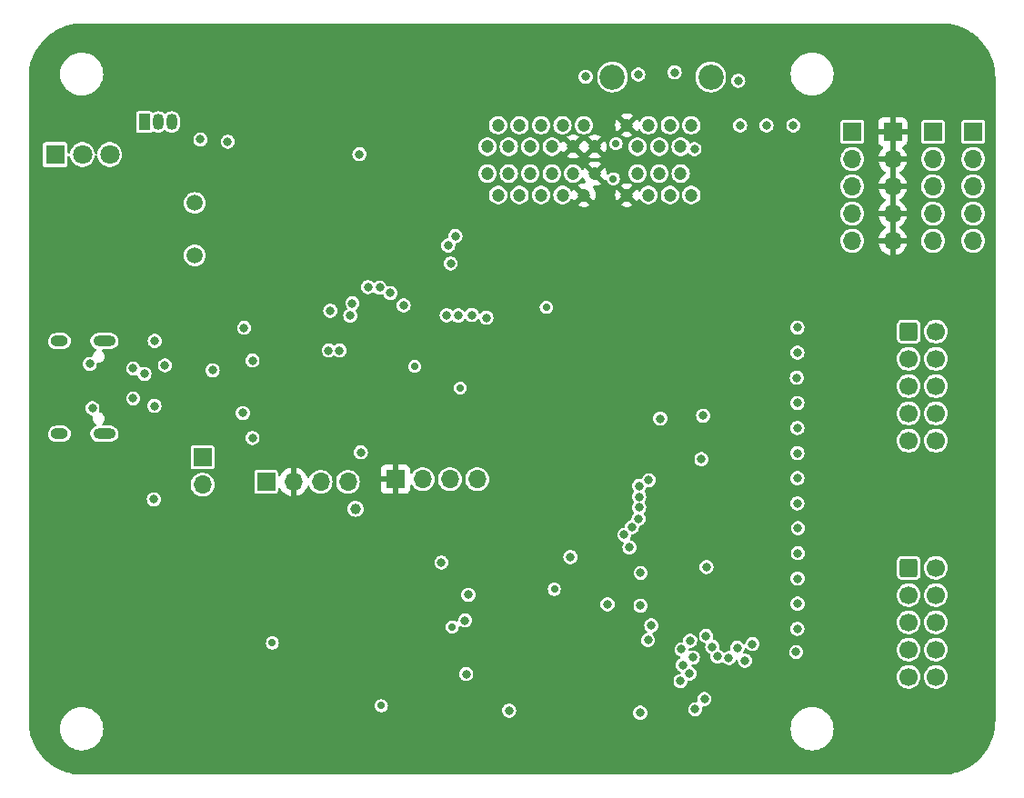
<source format=gbr>
%TF.GenerationSoftware,KiCad,Pcbnew,7.0.11-7.0.11~ubuntu22.04.1*%
%TF.CreationDate,2024-09-03T00:59:23+02:00*%
%TF.ProjectId,JTAGFinder,4a544147-4669-46e6-9465-722e6b696361,rev?*%
%TF.SameCoordinates,Original*%
%TF.FileFunction,Copper,L3,Inr*%
%TF.FilePolarity,Positive*%
%FSLAX46Y46*%
G04 Gerber Fmt 4.6, Leading zero omitted, Abs format (unit mm)*
G04 Created by KiCad (PCBNEW 7.0.11-7.0.11~ubuntu22.04.1) date 2024-09-03 00:59:23*
%MOMM*%
%LPD*%
G01*
G04 APERTURE LIST*
G04 Aperture macros list*
%AMRoundRect*
0 Rectangle with rounded corners*
0 $1 Rounding radius*
0 $2 $3 $4 $5 $6 $7 $8 $9 X,Y pos of 4 corners*
0 Add a 4 corners polygon primitive as box body*
4,1,4,$2,$3,$4,$5,$6,$7,$8,$9,$2,$3,0*
0 Add four circle primitives for the rounded corners*
1,1,$1+$1,$2,$3*
1,1,$1+$1,$4,$5*
1,1,$1+$1,$6,$7*
1,1,$1+$1,$8,$9*
0 Add four rect primitives between the rounded corners*
20,1,$1+$1,$2,$3,$4,$5,0*
20,1,$1+$1,$4,$5,$6,$7,0*
20,1,$1+$1,$6,$7,$8,$9,0*
20,1,$1+$1,$8,$9,$2,$3,0*%
G04 Aperture macros list end*
%TA.AperFunction,ComponentPad*%
%ADD10R,1.700000X1.700000*%
%TD*%
%TA.AperFunction,ComponentPad*%
%ADD11O,1.700000X1.700000*%
%TD*%
%TA.AperFunction,ComponentPad*%
%ADD12RoundRect,0.250000X-0.600000X-0.600000X0.600000X-0.600000X0.600000X0.600000X-0.600000X0.600000X0*%
%TD*%
%TA.AperFunction,ComponentPad*%
%ADD13C,1.700000*%
%TD*%
%TA.AperFunction,ComponentPad*%
%ADD14R,1.800000X1.800000*%
%TD*%
%TA.AperFunction,ComponentPad*%
%ADD15C,1.800000*%
%TD*%
%TA.AperFunction,ComponentPad*%
%ADD16R,1.050000X1.500000*%
%TD*%
%TA.AperFunction,ComponentPad*%
%ADD17O,1.050000X1.500000*%
%TD*%
%TA.AperFunction,ComponentPad*%
%ADD18C,1.500000*%
%TD*%
%TA.AperFunction,ComponentPad*%
%ADD19C,2.350000*%
%TD*%
%TA.AperFunction,ComponentPad*%
%ADD20C,1.200000*%
%TD*%
%TA.AperFunction,ComponentPad*%
%ADD21O,2.100000X1.000000*%
%TD*%
%TA.AperFunction,ComponentPad*%
%ADD22O,1.600000X1.000000*%
%TD*%
%TA.AperFunction,ViaPad*%
%ADD23C,0.700000*%
%TD*%
%TA.AperFunction,ViaPad*%
%ADD24C,0.800000*%
%TD*%
%TA.AperFunction,ViaPad*%
%ADD25C,1.000000*%
%TD*%
G04 APERTURE END LIST*
D10*
%TO.N,+5V*%
%TO.C,J11*%
X120250000Y-98710000D03*
D11*
%TO.N,VCC*%
X120250000Y-101250000D03*
%TD*%
D10*
%TO.N,+3.3V*%
%TO.C,J5*%
X138200000Y-100750000D03*
D11*
%TO.N,GND*%
X140740000Y-100750000D03*
%TO.N,TXD*%
X143280000Y-100750000D03*
%TO.N,RXD*%
X145820000Y-100750000D03*
%TD*%
D10*
%TO.N,GND*%
%TO.C,J7*%
X192000000Y-68380000D03*
D11*
X192000000Y-70920000D03*
X192000000Y-73460000D03*
X192000000Y-76000000D03*
X192000000Y-78540000D03*
%TD*%
D10*
%TO.N,P19*%
%TO.C,J8*%
X180750000Y-68380000D03*
D11*
%TO.N,P20*%
X180750000Y-70920000D03*
%TO.N,P21*%
X180750000Y-73460000D03*
%TO.N,P22*%
X180750000Y-76000000D03*
%TO.N,P23*%
X180750000Y-78540000D03*
%TD*%
D12*
%TO.N,GND*%
%TO.C,J1*%
X186000000Y-109000000D03*
D13*
%TO.N,/Protected Output/C00*%
X188540000Y-109000000D03*
%TO.N,Vdrive*%
X186000000Y-111540000D03*
%TO.N,/Protected Output/C01*%
X188540000Y-111540000D03*
%TO.N,/Protected Output/C02*%
X186000000Y-114080000D03*
%TO.N,/Protected Output/C03*%
X188540000Y-114080000D03*
%TO.N,/Protected Output/C04*%
X186000000Y-116620000D03*
%TO.N,/Protected Output/C05*%
X188540000Y-116620000D03*
%TO.N,/Protected Output/C06*%
X186000000Y-119160000D03*
%TO.N,/Protected Output/C07*%
X188540000Y-119160000D03*
%TD*%
D10*
%TO.N,Vdrive*%
%TO.C,J10*%
X188250000Y-68380000D03*
D11*
X188250000Y-70920000D03*
X188250000Y-73460000D03*
X188250000Y-76000000D03*
X188250000Y-78540000D03*
%TD*%
D12*
%TO.N,GND*%
%TO.C,J2*%
X186000000Y-87000000D03*
D13*
%TO.N,/Protected Output/C08*%
X188540000Y-87000000D03*
%TO.N,Vdrive*%
X186000000Y-89540000D03*
%TO.N,/Protected Output/C09*%
X188540000Y-89540000D03*
%TO.N,/Protected Output/C10*%
X186000000Y-92080000D03*
%TO.N,/Protected Output/C11*%
X188540000Y-92080000D03*
%TO.N,/Protected Output/C12*%
X186000000Y-94620000D03*
%TO.N,/Protected Output/C13*%
X188540000Y-94620000D03*
%TO.N,/Protected Output/C14*%
X186000000Y-97160000D03*
%TO.N,/Protected Output/C15*%
X188540000Y-97160000D03*
%TD*%
D10*
%TO.N,+3.3V*%
%TO.C,J9*%
X184500000Y-68380000D03*
D11*
X184500000Y-70920000D03*
X184500000Y-73460000D03*
X184500000Y-76000000D03*
X184500000Y-78540000D03*
%TD*%
D10*
%TO.N,GND*%
%TO.C,J3*%
X126170000Y-101000000D03*
D11*
%TO.N,+3.3V*%
X128710000Y-101000000D03*
%TO.N,SCL*%
X131250000Y-101000000D03*
%TO.N,SDA*%
X133790000Y-101000000D03*
%TD*%
D14*
%TO.N,Net-(D2-A1)*%
%TO.C,D2*%
X106527600Y-70510400D03*
D15*
%TO.N,GND*%
X109067600Y-70510400D03*
%TO.N,Net-(D2-A2)*%
X111607600Y-70510400D03*
%TD*%
D16*
%TO.N,GND*%
%TO.C,Q1*%
X114834998Y-67475000D03*
D17*
%TO.N,Net-(Q1-B)*%
X116104998Y-67475000D03*
%TO.N,/uController/ ~RES*%
X117374998Y-67475000D03*
%TD*%
D18*
%TO.N,/uController/XO*%
%TO.C,Y1*%
X119522000Y-79895000D03*
%TO.N,/uController/XI*%
X119522000Y-75015000D03*
%TD*%
D19*
%TO.N,*%
%TO.C,J6*%
X167565000Y-63275000D03*
X158415000Y-63275000D03*
D20*
%TO.N,GND*%
X146765000Y-69775000D03*
X147765000Y-67775000D03*
%TO.N,P12*%
X148765000Y-69775000D03*
%TO.N,P13*%
X149765000Y-67775000D03*
%TO.N,P14*%
X150765000Y-69775000D03*
%TO.N,P15*%
X151765000Y-67775000D03*
%TO.N,P16*%
X152765000Y-69775000D03*
%TO.N,P17*%
X153765000Y-67775000D03*
%TO.N,P18*%
X155765000Y-67775000D03*
%TO.N,+3.3V*%
X154765000Y-69775000D03*
X156765000Y-69775000D03*
X159765000Y-67775000D03*
%TO.N,P19*%
X160765000Y-69775000D03*
%TO.N,P20*%
X161765000Y-67775000D03*
%TO.N,P21*%
X162765000Y-69775000D03*
%TO.N,P22*%
X163765000Y-67775000D03*
%TO.N,P23*%
X164765000Y-69775000D03*
%TO.N,GND*%
X165765000Y-67775000D03*
X146765000Y-72275000D03*
X147765000Y-74275000D03*
%TO.N,P0*%
X148765000Y-72275000D03*
%TO.N,P1*%
X149765000Y-74275000D03*
%TO.N,P2*%
X150765000Y-72275000D03*
%TO.N,P3*%
X151765000Y-74275000D03*
%TO.N,P4*%
X152765000Y-72275000D03*
%TO.N,P5*%
X153765000Y-74275000D03*
%TO.N,P6*%
X154765000Y-72275000D03*
%TO.N,+3.3V*%
X155765000Y-74275000D03*
X156765000Y-72275000D03*
X159765000Y-74275000D03*
%TO.N,P7*%
X160765000Y-72275000D03*
%TO.N,P8*%
X161765000Y-74275000D03*
%TO.N,P9*%
X162765000Y-72275000D03*
%TO.N,P10*%
X163765000Y-74275000D03*
%TO.N,P11*%
X164765000Y-72275000D03*
%TO.N,GND*%
X165765000Y-74275000D03*
%TD*%
D21*
%TO.N,/USB_input_interface/shield*%
%TO.C,J4*%
X111114000Y-87880000D03*
D22*
X106934000Y-87880000D03*
D21*
X111114000Y-96520000D03*
D22*
X106934000Y-96520000D03*
%TD*%
D23*
%TO.N,+3.3V*%
X125000000Y-125000000D03*
X122500000Y-125000000D03*
X122500000Y-122500000D03*
X125000000Y-122500000D03*
X127500000Y-122500000D03*
X127500000Y-125000000D03*
%TO.N,+5V*%
X136900000Y-121850000D03*
X143500000Y-114500000D03*
X126750000Y-116000000D03*
%TO.N,GND*%
X144250000Y-92250000D03*
X140000000Y-90250000D03*
X158750000Y-69500000D03*
X158500000Y-72750000D03*
X152250000Y-84750000D03*
X153000000Y-111000000D03*
%TO.N,+3.3V*%
X157950000Y-109580000D03*
X158400000Y-122600000D03*
X118000000Y-122000000D03*
D24*
%TO.N,~DTR*%
X124000000Y-94575000D03*
X120050000Y-69100000D03*
%TO.N,+3.3V*%
X164000000Y-81000000D03*
X126300000Y-83100000D03*
X122529600Y-66395600D03*
X146100000Y-80400000D03*
X134900000Y-73350000D03*
X138000000Y-91575000D03*
X136667000Y-115500000D03*
X134000000Y-115500000D03*
X139800000Y-104400000D03*
%TO.N,GND*%
X124125000Y-86650000D03*
X162864800Y-95097600D03*
X121200000Y-90600000D03*
X157950000Y-112400000D03*
X161025000Y-112525000D03*
X134850000Y-70475000D03*
X142500000Y-108500000D03*
X134000000Y-85500000D03*
D25*
X134500000Y-103500000D03*
D24*
%TO.N,SCL*%
X132000000Y-88750000D03*
%TO.N,SDA*%
X133000000Y-88750000D03*
%TO.N,VDD*%
X115775000Y-93925000D03*
X115800000Y-87862500D03*
X115722400Y-102619600D03*
%TO.N,VBUS*%
X110000000Y-94122691D03*
X109750000Y-90000000D03*
%TO.N,Vdrive*%
X145000000Y-111500000D03*
X166700000Y-98875000D03*
X161036000Y-109474000D03*
X148800000Y-122300000D03*
X144700000Y-113900000D03*
X167125000Y-115350000D03*
X166850000Y-94825000D03*
X144800000Y-118900000D03*
X161000000Y-122500000D03*
X167175000Y-108925000D03*
%TO.N,/uController/ ~RES*%
X143350000Y-80650000D03*
X122600000Y-69300000D03*
%TO.N,~EN_MIC2025*%
X124900000Y-96900000D03*
X124900000Y-89700000D03*
%TO.N,DACOUT*%
X135000000Y-98250000D03*
X132150000Y-85050000D03*
%TO.N,CH00*%
X171450000Y-116100000D03*
X164750000Y-119550000D03*
X175687800Y-105308400D03*
%TO.N,CH01*%
X165600000Y-118850000D03*
X170750000Y-117650000D03*
X175677100Y-107645200D03*
%TO.N,CH02*%
X170050000Y-116450000D03*
X175651700Y-110007400D03*
X164950000Y-118050000D03*
%TO.N,CH03*%
X169250000Y-117400000D03*
X175651700Y-112344200D03*
X165900000Y-117350000D03*
%TO.N,CH04*%
X168200000Y-117250000D03*
X164850000Y-116600000D03*
X175637000Y-114681000D03*
%TO.N,CH05*%
X175514000Y-116840000D03*
X165650000Y-115800000D03*
X167700000Y-116350000D03*
%TO.N,CH06*%
X161725000Y-115725000D03*
X166975000Y-121225000D03*
%TO.N,CH07*%
X166116000Y-122174000D03*
X162025000Y-114375000D03*
%TO.N,CH08*%
X175637000Y-102997000D03*
X159996913Y-107088598D03*
%TO.N,CH09*%
X175637000Y-100656568D03*
X159512000Y-105918000D03*
%TO.N,CH10*%
X160218755Y-105211245D03*
X175641000Y-86614000D03*
%TO.N,CH11*%
X175637000Y-98316140D03*
X160850669Y-104436848D03*
%TO.N,CH12*%
X175637000Y-88954428D03*
X160909000Y-103378000D03*
%TO.N,CH13*%
X160909000Y-102378497D03*
X175637000Y-95975712D03*
%TO.N,CH14*%
X160909000Y-101378994D03*
X175575500Y-91294856D03*
%TO.N,CH15*%
X175637000Y-93635284D03*
X161798000Y-100838000D03*
%TO.N,/USB_input_interface/USBN*%
X113792000Y-90424000D03*
X116750000Y-90137500D03*
%TO.N,/USB_input_interface/USBP*%
X113792000Y-93218000D03*
X114850000Y-90932000D03*
%TO.N,P7*%
X146675000Y-85700000D03*
%TO.N,P6*%
X145325000Y-85450000D03*
%TO.N,P5*%
X144050000Y-85500000D03*
%TO.N,P4*%
X142975000Y-85475000D03*
%TO.N,P3*%
X138975000Y-84550000D03*
%TO.N,P2*%
X137750000Y-83400000D03*
%TO.N,P1*%
X136750000Y-82900000D03*
%TO.N,TXSOE*%
X154500000Y-108000000D03*
X134200000Y-84350000D03*
%TO.N,P15*%
X170125000Y-63625000D03*
%TO.N,P14*%
X164200000Y-62850000D03*
%TO.N,P13*%
X160825000Y-63050000D03*
%TO.N,P12*%
X155925000Y-63250000D03*
%TO.N,P9*%
X143800000Y-78100000D03*
%TO.N,P22*%
X166048000Y-70000000D03*
%TO.N,P18*%
X170301548Y-67787500D03*
%TO.N,P17*%
X175250000Y-67787500D03*
%TO.N,P8*%
X143125000Y-78975000D03*
%TO.N,P16*%
X172750000Y-67787500D03*
%TO.N,P0*%
X135650000Y-82850000D03*
%TD*%
%TA.AperFunction,Conductor*%
%TO.N,+3.3V*%
G36*
X184750000Y-78104498D02*
G01*
X184642315Y-78055320D01*
X184535763Y-78040000D01*
X184464237Y-78040000D01*
X184357685Y-78055320D01*
X184250000Y-78104498D01*
X184250000Y-76435501D01*
X184357685Y-76484680D01*
X184464237Y-76500000D01*
X184535763Y-76500000D01*
X184642315Y-76484680D01*
X184750000Y-76435501D01*
X184750000Y-78104498D01*
G37*
%TD.AperFunction*%
%TA.AperFunction,Conductor*%
G36*
X184750000Y-75564498D02*
G01*
X184642315Y-75515320D01*
X184535763Y-75500000D01*
X184464237Y-75500000D01*
X184357685Y-75515320D01*
X184250000Y-75564498D01*
X184250000Y-73895501D01*
X184357685Y-73944680D01*
X184464237Y-73960000D01*
X184535763Y-73960000D01*
X184642315Y-73944680D01*
X184750000Y-73895501D01*
X184750000Y-75564498D01*
G37*
%TD.AperFunction*%
%TA.AperFunction,Conductor*%
G36*
X184750000Y-73024498D02*
G01*
X184642315Y-72975320D01*
X184535763Y-72960000D01*
X184464237Y-72960000D01*
X184357685Y-72975320D01*
X184250000Y-73024498D01*
X184250000Y-71355501D01*
X184357685Y-71404680D01*
X184464237Y-71420000D01*
X184535763Y-71420000D01*
X184642315Y-71404680D01*
X184750000Y-71355501D01*
X184750000Y-73024498D01*
G37*
%TD.AperFunction*%
%TA.AperFunction,Conductor*%
G36*
X184750000Y-70484498D02*
G01*
X184642315Y-70435320D01*
X184535763Y-70420000D01*
X184464237Y-70420000D01*
X184357685Y-70435320D01*
X184250000Y-70484498D01*
X184250000Y-68815501D01*
X184357685Y-68864680D01*
X184464237Y-68880000D01*
X184535763Y-68880000D01*
X184642315Y-68864680D01*
X184750000Y-68815501D01*
X184750000Y-70484498D01*
G37*
%TD.AperFunction*%
%TA.AperFunction,Conductor*%
G36*
X189067562Y-58275605D02*
G01*
X189282600Y-58284500D01*
X189478455Y-58293052D01*
X189488330Y-58293881D01*
X189701706Y-58320479D01*
X189701793Y-58320490D01*
X189899945Y-58346577D01*
X189909192Y-58348153D01*
X190118521Y-58392044D01*
X190119765Y-58392312D01*
X190315386Y-58435680D01*
X190323901Y-58437889D01*
X190528665Y-58498850D01*
X190530325Y-58499359D01*
X190721696Y-58559698D01*
X190729453Y-58562431D01*
X190928363Y-58640046D01*
X190930513Y-58640911D01*
X191116024Y-58717752D01*
X191122972Y-58720886D01*
X191290903Y-58802982D01*
X191314587Y-58814561D01*
X191317383Y-58815972D01*
X191495420Y-58908652D01*
X191501636Y-58912118D01*
X191684793Y-59021255D01*
X191687929Y-59023187D01*
X191751491Y-59063681D01*
X191857282Y-59131078D01*
X191862710Y-59134741D01*
X192036184Y-59258599D01*
X192039616Y-59261140D01*
X192198912Y-59383372D01*
X192203567Y-59387126D01*
X192366226Y-59524891D01*
X192369838Y-59528072D01*
X192517925Y-59663769D01*
X192521807Y-59667486D01*
X192672512Y-59818191D01*
X192676232Y-59822076D01*
X192811921Y-59970155D01*
X192815107Y-59973772D01*
X192952872Y-60136431D01*
X192956626Y-60141086D01*
X193078858Y-60300382D01*
X193081399Y-60303814D01*
X193205257Y-60477288D01*
X193208920Y-60482716D01*
X193316800Y-60652052D01*
X193318743Y-60655205D01*
X193427880Y-60838362D01*
X193431346Y-60844578D01*
X193524026Y-61022615D01*
X193525437Y-61025411D01*
X193619099Y-61216997D01*
X193622260Y-61224005D01*
X193699051Y-61409395D01*
X193699991Y-61411734D01*
X193742901Y-61521703D01*
X193777559Y-61610523D01*
X193780302Y-61618309D01*
X193840602Y-61809554D01*
X193841186Y-61811460D01*
X193902105Y-62016084D01*
X193904321Y-62024627D01*
X193947671Y-62220166D01*
X193947971Y-62221559D01*
X193991844Y-62430802D01*
X193993422Y-62440062D01*
X194019459Y-62637829D01*
X194019568Y-62638677D01*
X194046114Y-62851641D01*
X194046948Y-62861570D01*
X194055513Y-63057728D01*
X194055525Y-63058013D01*
X194064394Y-63272438D01*
X194064500Y-63277562D01*
X194064500Y-123272437D01*
X194064394Y-123277561D01*
X194055525Y-123491986D01*
X194055513Y-123492271D01*
X194046948Y-123688428D01*
X194046114Y-123698357D01*
X194019568Y-123911321D01*
X194019459Y-123912169D01*
X193993422Y-124109936D01*
X193991844Y-124119196D01*
X193947971Y-124328439D01*
X193947671Y-124329832D01*
X193904321Y-124525371D01*
X193902105Y-124533914D01*
X193841186Y-124738538D01*
X193840602Y-124740444D01*
X193780302Y-124931689D01*
X193777559Y-124939475D01*
X193700008Y-125138224D01*
X193699051Y-125140603D01*
X193622260Y-125325993D01*
X193619099Y-125333001D01*
X193525437Y-125524587D01*
X193524026Y-125527383D01*
X193431346Y-125705420D01*
X193427880Y-125711636D01*
X193318743Y-125894793D01*
X193316800Y-125897946D01*
X193208920Y-126067282D01*
X193205257Y-126072710D01*
X193081399Y-126246184D01*
X193078858Y-126249616D01*
X192956626Y-126408912D01*
X192952872Y-126413567D01*
X192815107Y-126576226D01*
X192811908Y-126579858D01*
X192676254Y-126727899D01*
X192672512Y-126731807D01*
X192521807Y-126882512D01*
X192517899Y-126886254D01*
X192369858Y-127021908D01*
X192366226Y-127025107D01*
X192203567Y-127162872D01*
X192198912Y-127166626D01*
X192039616Y-127288858D01*
X192036184Y-127291399D01*
X191862710Y-127415257D01*
X191857282Y-127418920D01*
X191687946Y-127526800D01*
X191684793Y-127528743D01*
X191501636Y-127637880D01*
X191495420Y-127641346D01*
X191317383Y-127734026D01*
X191314587Y-127735437D01*
X191123001Y-127829099D01*
X191115993Y-127832260D01*
X190930603Y-127909051D01*
X190928224Y-127910008D01*
X190729475Y-127987559D01*
X190721689Y-127990302D01*
X190530444Y-128050602D01*
X190528538Y-128051186D01*
X190323914Y-128112105D01*
X190315371Y-128114321D01*
X190119832Y-128157671D01*
X190118439Y-128157971D01*
X189909196Y-128201844D01*
X189899936Y-128203422D01*
X189702169Y-128229459D01*
X189701321Y-128229568D01*
X189488357Y-128256114D01*
X189478428Y-128256948D01*
X189282381Y-128265508D01*
X189282097Y-128265520D01*
X189067563Y-128274394D01*
X189062438Y-128274500D01*
X109067562Y-128274500D01*
X109062437Y-128274394D01*
X108847901Y-128265520D01*
X108847617Y-128265508D01*
X108651570Y-128256948D01*
X108641641Y-128256114D01*
X108428677Y-128229568D01*
X108427829Y-128229459D01*
X108230062Y-128203422D01*
X108220802Y-128201844D01*
X108011559Y-128157971D01*
X108010166Y-128157671D01*
X107814627Y-128114321D01*
X107806084Y-128112105D01*
X107601460Y-128051186D01*
X107599554Y-128050602D01*
X107408309Y-127990302D01*
X107400523Y-127987559D01*
X107271985Y-127937404D01*
X107201734Y-127909991D01*
X107199395Y-127909051D01*
X107014005Y-127832260D01*
X107006997Y-127829099D01*
X106815411Y-127735437D01*
X106812615Y-127734026D01*
X106634578Y-127641346D01*
X106628362Y-127637880D01*
X106445205Y-127528743D01*
X106442052Y-127526800D01*
X106272716Y-127418920D01*
X106267288Y-127415257D01*
X106093814Y-127291399D01*
X106090382Y-127288858D01*
X105931086Y-127166626D01*
X105926431Y-127162872D01*
X105763772Y-127025107D01*
X105760155Y-127021921D01*
X105612076Y-126886232D01*
X105608191Y-126882512D01*
X105457486Y-126731807D01*
X105453769Y-126727925D01*
X105318072Y-126579838D01*
X105314891Y-126576226D01*
X105177126Y-126413567D01*
X105173372Y-126408912D01*
X105051140Y-126249616D01*
X105048599Y-126246184D01*
X104924741Y-126072710D01*
X104921078Y-126067282D01*
X104813198Y-125897946D01*
X104811255Y-125894793D01*
X104702118Y-125711636D01*
X104698652Y-125705420D01*
X104605972Y-125527383D01*
X104604561Y-125524587D01*
X104592982Y-125500903D01*
X104510886Y-125332972D01*
X104507752Y-125326024D01*
X104430911Y-125140513D01*
X104430046Y-125138363D01*
X104352431Y-124939453D01*
X104349696Y-124931689D01*
X104289359Y-124740325D01*
X104288850Y-124738665D01*
X104227889Y-124533901D01*
X104225680Y-124525386D01*
X104182312Y-124329765D01*
X104182027Y-124328439D01*
X104176495Y-124302057D01*
X104138153Y-124119192D01*
X104136576Y-124109936D01*
X104122103Y-124000001D01*
X106994390Y-124000001D01*
X107014804Y-124285433D01*
X107075628Y-124565037D01*
X107075630Y-124565043D01*
X107075631Y-124565046D01*
X107141007Y-124740325D01*
X107175635Y-124833166D01*
X107312770Y-125084309D01*
X107312775Y-125084317D01*
X107484254Y-125313387D01*
X107484270Y-125313405D01*
X107686594Y-125515729D01*
X107686612Y-125515745D01*
X107915682Y-125687224D01*
X107915690Y-125687229D01*
X108166833Y-125824364D01*
X108166832Y-125824364D01*
X108166836Y-125824365D01*
X108166839Y-125824367D01*
X108434954Y-125924369D01*
X108434960Y-125924370D01*
X108434962Y-125924371D01*
X108714566Y-125985195D01*
X108714568Y-125985195D01*
X108714572Y-125985196D01*
X108928552Y-126000500D01*
X109071448Y-126000500D01*
X109285428Y-125985196D01*
X109565046Y-125924369D01*
X109833161Y-125824367D01*
X110084315Y-125687226D01*
X110313395Y-125515739D01*
X110515739Y-125313395D01*
X110687226Y-125084315D01*
X110824367Y-124833161D01*
X110924369Y-124565046D01*
X110931141Y-124533914D01*
X110985195Y-124285433D01*
X110985195Y-124285432D01*
X110985196Y-124285428D01*
X111005610Y-124000001D01*
X174994390Y-124000001D01*
X175014804Y-124285433D01*
X175075628Y-124565037D01*
X175075630Y-124565043D01*
X175075631Y-124565046D01*
X175141007Y-124740325D01*
X175175635Y-124833166D01*
X175312770Y-125084309D01*
X175312775Y-125084317D01*
X175484254Y-125313387D01*
X175484270Y-125313405D01*
X175686594Y-125515729D01*
X175686612Y-125515745D01*
X175915682Y-125687224D01*
X175915690Y-125687229D01*
X176166833Y-125824364D01*
X176166832Y-125824364D01*
X176166836Y-125824365D01*
X176166839Y-125824367D01*
X176434954Y-125924369D01*
X176434960Y-125924370D01*
X176434962Y-125924371D01*
X176714566Y-125985195D01*
X176714568Y-125985195D01*
X176714572Y-125985196D01*
X176928552Y-126000500D01*
X177071448Y-126000500D01*
X177285428Y-125985196D01*
X177565046Y-125924369D01*
X177833161Y-125824367D01*
X178084315Y-125687226D01*
X178313395Y-125515739D01*
X178515739Y-125313395D01*
X178687226Y-125084315D01*
X178824367Y-124833161D01*
X178924369Y-124565046D01*
X178931141Y-124533914D01*
X178985195Y-124285433D01*
X178985195Y-124285432D01*
X178985196Y-124285428D01*
X179005610Y-124000000D01*
X178985196Y-123714572D01*
X178934564Y-123481822D01*
X178924371Y-123434962D01*
X178924370Y-123434960D01*
X178924369Y-123434954D01*
X178824367Y-123166839D01*
X178817629Y-123154500D01*
X178687229Y-122915690D01*
X178687224Y-122915682D01*
X178515745Y-122686612D01*
X178515729Y-122686594D01*
X178313405Y-122484270D01*
X178313387Y-122484254D01*
X178084317Y-122312775D01*
X178084309Y-122312770D01*
X177833166Y-122175635D01*
X177833167Y-122175635D01*
X177725915Y-122135632D01*
X177565046Y-122075631D01*
X177565043Y-122075630D01*
X177565037Y-122075628D01*
X177285433Y-122014804D01*
X177071450Y-121999500D01*
X177071448Y-121999500D01*
X176928552Y-121999500D01*
X176928549Y-121999500D01*
X176714566Y-122014804D01*
X176434962Y-122075628D01*
X176166833Y-122175635D01*
X175915690Y-122312770D01*
X175915682Y-122312775D01*
X175686612Y-122484254D01*
X175686594Y-122484270D01*
X175484270Y-122686594D01*
X175484254Y-122686612D01*
X175312775Y-122915682D01*
X175312770Y-122915690D01*
X175175635Y-123166833D01*
X175075628Y-123434962D01*
X175014804Y-123714566D01*
X174994390Y-123999998D01*
X174994390Y-124000001D01*
X111005610Y-124000001D01*
X111005610Y-124000000D01*
X110985196Y-123714572D01*
X110934564Y-123481822D01*
X110924371Y-123434962D01*
X110924370Y-123434960D01*
X110924369Y-123434954D01*
X110824367Y-123166839D01*
X110817629Y-123154500D01*
X110687229Y-122915690D01*
X110687224Y-122915682D01*
X110515745Y-122686612D01*
X110515729Y-122686594D01*
X110313405Y-122484270D01*
X110313387Y-122484254D01*
X110084317Y-122312775D01*
X110084309Y-122312770D01*
X109833166Y-122175635D01*
X109833167Y-122175635D01*
X109725915Y-122135632D01*
X109565046Y-122075631D01*
X109565043Y-122075630D01*
X109565037Y-122075628D01*
X109285433Y-122014804D01*
X109071450Y-121999500D01*
X109071448Y-121999500D01*
X108928552Y-121999500D01*
X108928549Y-121999500D01*
X108714566Y-122014804D01*
X108434962Y-122075628D01*
X108166833Y-122175635D01*
X107915690Y-122312770D01*
X107915682Y-122312775D01*
X107686612Y-122484254D01*
X107686594Y-122484270D01*
X107484270Y-122686594D01*
X107484254Y-122686612D01*
X107312775Y-122915682D01*
X107312770Y-122915690D01*
X107175635Y-123166833D01*
X107075628Y-123434962D01*
X107014804Y-123714566D01*
X106994390Y-123999998D01*
X106994390Y-124000001D01*
X104122103Y-124000001D01*
X104110490Y-123911793D01*
X104110483Y-123911743D01*
X104083881Y-123698330D01*
X104083052Y-123688455D01*
X104074486Y-123492271D01*
X104065606Y-123277561D01*
X104065500Y-123272438D01*
X104065500Y-121850000D01*
X136290284Y-121850000D01*
X136309966Y-121999500D01*
X136311060Y-122007805D01*
X136311061Y-122007809D01*
X136371968Y-122154855D01*
X136371969Y-122154857D01*
X136371970Y-122154858D01*
X136468866Y-122281134D01*
X136595142Y-122378030D01*
X136742194Y-122438940D01*
X136881640Y-122457298D01*
X136899999Y-122459716D01*
X136900000Y-122459716D01*
X136900001Y-122459716D01*
X136916446Y-122457550D01*
X137057806Y-122438940D01*
X137204858Y-122378030D01*
X137306548Y-122300000D01*
X148140693Y-122300000D01*
X148159850Y-122457781D01*
X148175862Y-122499999D01*
X148216213Y-122606395D01*
X148306502Y-122737201D01*
X148306504Y-122737203D01*
X148306506Y-122737205D01*
X148425469Y-122842598D01*
X148425471Y-122842599D01*
X148566207Y-122916463D01*
X148643368Y-122935481D01*
X148720528Y-122954500D01*
X148720529Y-122954500D01*
X148879472Y-122954500D01*
X148949639Y-122937205D01*
X149033793Y-122916463D01*
X149174529Y-122842599D01*
X149293498Y-122737201D01*
X149383787Y-122606395D01*
X149424138Y-122500000D01*
X160340693Y-122500000D01*
X160359850Y-122657781D01*
X160389970Y-122737198D01*
X160416213Y-122806395D01*
X160506502Y-122937201D01*
X160506504Y-122937203D01*
X160506506Y-122937205D01*
X160625469Y-123042598D01*
X160625471Y-123042599D01*
X160766207Y-123116463D01*
X160843368Y-123135481D01*
X160920528Y-123154500D01*
X160920529Y-123154500D01*
X161079472Y-123154500D01*
X161130911Y-123141821D01*
X161233793Y-123116463D01*
X161374529Y-123042599D01*
X161493498Y-122937201D01*
X161583787Y-122806395D01*
X161640149Y-122657782D01*
X161659307Y-122500000D01*
X161640149Y-122342218D01*
X161583787Y-122193605D01*
X161570255Y-122174000D01*
X165456693Y-122174000D01*
X165475850Y-122331781D01*
X165493391Y-122378031D01*
X165524370Y-122459716D01*
X165532214Y-122480397D01*
X165545745Y-122500000D01*
X165622502Y-122611201D01*
X165622504Y-122611203D01*
X165622506Y-122611205D01*
X165741469Y-122716598D01*
X165741471Y-122716599D01*
X165882207Y-122790463D01*
X165946846Y-122806395D01*
X166036528Y-122828500D01*
X166036529Y-122828500D01*
X166195472Y-122828500D01*
X166285154Y-122806395D01*
X166349793Y-122790463D01*
X166490529Y-122716599D01*
X166609498Y-122611201D01*
X166699787Y-122480395D01*
X166756149Y-122331782D01*
X166775307Y-122174000D01*
X166756292Y-122017397D01*
X166767752Y-121948474D01*
X166814656Y-121896688D01*
X166882112Y-121878481D01*
X166894333Y-121879355D01*
X166895527Y-121879500D01*
X166895529Y-121879500D01*
X167054472Y-121879500D01*
X167122221Y-121862801D01*
X167208793Y-121841463D01*
X167349529Y-121767599D01*
X167468498Y-121662201D01*
X167558787Y-121531395D01*
X167615149Y-121382782D01*
X167634307Y-121225000D01*
X167615149Y-121067218D01*
X167558787Y-120918605D01*
X167468498Y-120787799D01*
X167468495Y-120787796D01*
X167468493Y-120787794D01*
X167349530Y-120682401D01*
X167208791Y-120608536D01*
X167054472Y-120570500D01*
X167054471Y-120570500D01*
X166895529Y-120570500D01*
X166895528Y-120570500D01*
X166741208Y-120608536D01*
X166600469Y-120682401D01*
X166481506Y-120787794D01*
X166481500Y-120787801D01*
X166391214Y-120918602D01*
X166334850Y-121067218D01*
X166315693Y-121224999D01*
X166315693Y-121225000D01*
X166334707Y-121381602D01*
X166323246Y-121450525D01*
X166276342Y-121502311D01*
X166208886Y-121520518D01*
X166196678Y-121519646D01*
X166195474Y-121519500D01*
X166195471Y-121519500D01*
X166036529Y-121519500D01*
X166036528Y-121519500D01*
X165882208Y-121557536D01*
X165741469Y-121631401D01*
X165622506Y-121736794D01*
X165622500Y-121736801D01*
X165532214Y-121867602D01*
X165475850Y-122016218D01*
X165456693Y-122173999D01*
X165456693Y-122174000D01*
X161570255Y-122174000D01*
X161493498Y-122062799D01*
X161493495Y-122062796D01*
X161493493Y-122062794D01*
X161374530Y-121957401D01*
X161233791Y-121883536D01*
X161079472Y-121845500D01*
X161079471Y-121845500D01*
X160920529Y-121845500D01*
X160920528Y-121845500D01*
X160766208Y-121883536D01*
X160625469Y-121957401D01*
X160506506Y-122062794D01*
X160506500Y-122062801D01*
X160416214Y-122193602D01*
X160359850Y-122342218D01*
X160340693Y-122499999D01*
X160340693Y-122500000D01*
X149424138Y-122500000D01*
X149440149Y-122457782D01*
X149459307Y-122300000D01*
X149440149Y-122142218D01*
X149383787Y-121993605D01*
X149293498Y-121862799D01*
X149293495Y-121862796D01*
X149293493Y-121862794D01*
X149174530Y-121757401D01*
X149033791Y-121683536D01*
X148879472Y-121645500D01*
X148879471Y-121645500D01*
X148720529Y-121645500D01*
X148720528Y-121645500D01*
X148566208Y-121683536D01*
X148425469Y-121757401D01*
X148306506Y-121862794D01*
X148306500Y-121862801D01*
X148216214Y-121993602D01*
X148159850Y-122142218D01*
X148140693Y-122299999D01*
X148140693Y-122300000D01*
X137306548Y-122300000D01*
X137331134Y-122281134D01*
X137428030Y-122154858D01*
X137488940Y-122007806D01*
X137509716Y-121850000D01*
X137488940Y-121692194D01*
X137428030Y-121545142D01*
X137331134Y-121418866D01*
X137204858Y-121321970D01*
X137204857Y-121321969D01*
X137204855Y-121321968D01*
X137057809Y-121261061D01*
X137057807Y-121261060D01*
X137057806Y-121261060D01*
X136978903Y-121250672D01*
X136900001Y-121240284D01*
X136899999Y-121240284D01*
X136742194Y-121261060D01*
X136742190Y-121261061D01*
X136595144Y-121321968D01*
X136468866Y-121418866D01*
X136371968Y-121545144D01*
X136311061Y-121692190D01*
X136311060Y-121692194D01*
X136301133Y-121767599D01*
X136290284Y-121850000D01*
X104065500Y-121850000D01*
X104065500Y-118900000D01*
X144140693Y-118900000D01*
X144159850Y-119057781D01*
X144180714Y-119112794D01*
X144216213Y-119206395D01*
X144306502Y-119337201D01*
X144306504Y-119337203D01*
X144306506Y-119337205D01*
X144425469Y-119442598D01*
X144425471Y-119442599D01*
X144566207Y-119516463D01*
X144643368Y-119535481D01*
X144720528Y-119554500D01*
X144720529Y-119554500D01*
X144879472Y-119554500D01*
X144897729Y-119550000D01*
X164090693Y-119550000D01*
X164109850Y-119707781D01*
X164123562Y-119743935D01*
X164166213Y-119856395D01*
X164256502Y-119987201D01*
X164256504Y-119987203D01*
X164256506Y-119987205D01*
X164375469Y-120092598D01*
X164375471Y-120092599D01*
X164516207Y-120166463D01*
X164593368Y-120185481D01*
X164670528Y-120204500D01*
X164670529Y-120204500D01*
X164829472Y-120204500D01*
X164880911Y-120191821D01*
X164983793Y-120166463D01*
X165124529Y-120092599D01*
X165243498Y-119987201D01*
X165333787Y-119856395D01*
X165390149Y-119707782D01*
X165401590Y-119613553D01*
X165429212Y-119549376D01*
X165487145Y-119510319D01*
X165524686Y-119504500D01*
X165679472Y-119504500D01*
X165730911Y-119491821D01*
X165833793Y-119466463D01*
X165974529Y-119392599D01*
X166093498Y-119287201D01*
X166181299Y-119160000D01*
X184890768Y-119160000D01*
X184907188Y-119337205D01*
X184909655Y-119363821D01*
X184963908Y-119554500D01*
X184965673Y-119560704D01*
X185056912Y-119743935D01*
X185180269Y-119907287D01*
X185331537Y-120045185D01*
X185331539Y-120045187D01*
X185505569Y-120152942D01*
X185505575Y-120152945D01*
X185540469Y-120166463D01*
X185696444Y-120226888D01*
X185897653Y-120264500D01*
X185897656Y-120264500D01*
X186102344Y-120264500D01*
X186102347Y-120264500D01*
X186303556Y-120226888D01*
X186494427Y-120152944D01*
X186668462Y-120045186D01*
X186819732Y-119907285D01*
X186943088Y-119743935D01*
X187034328Y-119560701D01*
X187090345Y-119363821D01*
X187092812Y-119337205D01*
X187109232Y-119160000D01*
X187430768Y-119160000D01*
X187447188Y-119337205D01*
X187449655Y-119363821D01*
X187503908Y-119554500D01*
X187505673Y-119560704D01*
X187596912Y-119743935D01*
X187720269Y-119907287D01*
X187871537Y-120045185D01*
X187871539Y-120045187D01*
X188045569Y-120152942D01*
X188045575Y-120152945D01*
X188080469Y-120166463D01*
X188236444Y-120226888D01*
X188437653Y-120264500D01*
X188437656Y-120264500D01*
X188642344Y-120264500D01*
X188642347Y-120264500D01*
X188843556Y-120226888D01*
X189034427Y-120152944D01*
X189208462Y-120045186D01*
X189359732Y-119907285D01*
X189483088Y-119743935D01*
X189574328Y-119560701D01*
X189630345Y-119363821D01*
X189632812Y-119337205D01*
X189649232Y-119160000D01*
X189649232Y-119159999D01*
X189635127Y-119007782D01*
X189630345Y-118956179D01*
X189574328Y-118759299D01*
X189483088Y-118576065D01*
X189359797Y-118412801D01*
X189359730Y-118412712D01*
X189208462Y-118274814D01*
X189208460Y-118274812D01*
X189034430Y-118167057D01*
X189034424Y-118167054D01*
X188883993Y-118108777D01*
X188843556Y-118093112D01*
X188642347Y-118055500D01*
X188437653Y-118055500D01*
X188236444Y-118093112D01*
X188236441Y-118093112D01*
X188236441Y-118093113D01*
X188045575Y-118167054D01*
X188045569Y-118167057D01*
X187871539Y-118274812D01*
X187871537Y-118274814D01*
X187720269Y-118412712D01*
X187596912Y-118576064D01*
X187505673Y-118759295D01*
X187505672Y-118759299D01*
X187456098Y-118933536D01*
X187449654Y-118956183D01*
X187430768Y-119159999D01*
X187430768Y-119160000D01*
X187109232Y-119160000D01*
X187109232Y-119159999D01*
X187095127Y-119007782D01*
X187090345Y-118956179D01*
X187034328Y-118759299D01*
X186943088Y-118576065D01*
X186819797Y-118412801D01*
X186819730Y-118412712D01*
X186668462Y-118274814D01*
X186668460Y-118274812D01*
X186494430Y-118167057D01*
X186494424Y-118167054D01*
X186343993Y-118108777D01*
X186303556Y-118093112D01*
X186102347Y-118055500D01*
X185897653Y-118055500D01*
X185696444Y-118093112D01*
X185696441Y-118093112D01*
X185696441Y-118093113D01*
X185505575Y-118167054D01*
X185505569Y-118167057D01*
X185331539Y-118274812D01*
X185331537Y-118274814D01*
X185180269Y-118412712D01*
X185056912Y-118576064D01*
X184965673Y-118759295D01*
X184965672Y-118759299D01*
X184916098Y-118933536D01*
X184909654Y-118956183D01*
X184890768Y-119159999D01*
X184890768Y-119160000D01*
X166181299Y-119160000D01*
X166183787Y-119156395D01*
X166240149Y-119007782D01*
X166259307Y-118850000D01*
X166240149Y-118692218D01*
X166183787Y-118543605D01*
X166093498Y-118412799D01*
X166093495Y-118412796D01*
X166093493Y-118412794D01*
X165974531Y-118307402D01*
X165929058Y-118283536D01*
X165842859Y-118238295D01*
X165792649Y-118189712D01*
X165776674Y-118121693D01*
X165800009Y-118055835D01*
X165855245Y-118013048D01*
X165900487Y-118004500D01*
X165979472Y-118004500D01*
X166030911Y-117991821D01*
X166133793Y-117966463D01*
X166274529Y-117892599D01*
X166393498Y-117787201D01*
X166483787Y-117656395D01*
X166540149Y-117507782D01*
X166559307Y-117350000D01*
X166540149Y-117192218D01*
X166483787Y-117043605D01*
X166393498Y-116912799D01*
X166393495Y-116912796D01*
X166393493Y-116912794D01*
X166274530Y-116807401D01*
X166133791Y-116733536D01*
X165979472Y-116695500D01*
X165979471Y-116695500D01*
X165820529Y-116695500D01*
X165820528Y-116695500D01*
X165662176Y-116734530D01*
X165592374Y-116731461D01*
X165535312Y-116691141D01*
X165509106Y-116626372D01*
X165509315Y-116607501D01*
X165509307Y-116607501D01*
X165509307Y-116600002D01*
X165508511Y-116593448D01*
X165519971Y-116524525D01*
X165566874Y-116472738D01*
X165631607Y-116454500D01*
X165729472Y-116454500D01*
X165780911Y-116441821D01*
X165883793Y-116416463D01*
X166024529Y-116342599D01*
X166143498Y-116237201D01*
X166233787Y-116106395D01*
X166290149Y-115957782D01*
X166309307Y-115800000D01*
X166297540Y-115703090D01*
X166309000Y-115634167D01*
X166353155Y-115585415D01*
X166351638Y-115585825D01*
X166285047Y-115564672D01*
X166284973Y-115564583D01*
X166421842Y-115564583D01*
X166423360Y-115564174D01*
X166489951Y-115585326D01*
X166534535Y-115639123D01*
X166536568Y-115644147D01*
X166541213Y-115656395D01*
X166541214Y-115656397D01*
X166588567Y-115724999D01*
X166631502Y-115787201D01*
X166631504Y-115787203D01*
X166631506Y-115787205D01*
X166750469Y-115892598D01*
X166750471Y-115892599D01*
X166891207Y-115966463D01*
X166960475Y-115983536D01*
X166987832Y-115990279D01*
X167048213Y-116025435D01*
X167080001Y-116087655D01*
X167074099Y-116154646D01*
X167059851Y-116192214D01*
X167059851Y-116192216D01*
X167040693Y-116349999D01*
X167040693Y-116350000D01*
X167059850Y-116507781D01*
X167073656Y-116544183D01*
X167110980Y-116642598D01*
X167116214Y-116656397D01*
X167186195Y-116757781D01*
X167206502Y-116787201D01*
X167206504Y-116787203D01*
X167206506Y-116787205D01*
X167325469Y-116892598D01*
X167325471Y-116892599D01*
X167466207Y-116966463D01*
X167466209Y-116966463D01*
X167466210Y-116966464D01*
X167473225Y-116969125D01*
X167472686Y-116970545D01*
X167525663Y-117001382D01*
X167557459Y-117063598D01*
X167558714Y-117101580D01*
X167540693Y-117249999D01*
X167540693Y-117250000D01*
X167559850Y-117407781D01*
X167616214Y-117556397D01*
X167692343Y-117666689D01*
X167706502Y-117687201D01*
X167706504Y-117687203D01*
X167706506Y-117687205D01*
X167825469Y-117792598D01*
X167825471Y-117792599D01*
X167966207Y-117866463D01*
X168043368Y-117885481D01*
X168120528Y-117904500D01*
X168120529Y-117904500D01*
X168279472Y-117904500D01*
X168330911Y-117891821D01*
X168433793Y-117866463D01*
X168574529Y-117792599D01*
X168574534Y-117792594D01*
X168574876Y-117792359D01*
X168575172Y-117792261D01*
X168581171Y-117789113D01*
X168581694Y-117790110D01*
X168641230Y-117770475D01*
X168708882Y-117787939D01*
X168747367Y-117823967D01*
X168756502Y-117837201D01*
X168756504Y-117837203D01*
X168756506Y-117837205D01*
X168875469Y-117942598D01*
X168875471Y-117942599D01*
X169016207Y-118016463D01*
X169093368Y-118035481D01*
X169170528Y-118054500D01*
X169170529Y-118054500D01*
X169329472Y-118054500D01*
X169380911Y-118041821D01*
X169483793Y-118016463D01*
X169624529Y-117942599D01*
X169743498Y-117837201D01*
X169833787Y-117706395D01*
X169855178Y-117649989D01*
X169897356Y-117594288D01*
X169962954Y-117570231D01*
X170031144Y-117585458D01*
X170080277Y-117635134D01*
X170094216Y-117679016D01*
X170109850Y-117807781D01*
X170132106Y-117866463D01*
X170160980Y-117942598D01*
X170166214Y-117956397D01*
X170205318Y-118013048D01*
X170256502Y-118087201D01*
X170256504Y-118087203D01*
X170256506Y-118087205D01*
X170375469Y-118192598D01*
X170375471Y-118192599D01*
X170516207Y-118266463D01*
X170585475Y-118283536D01*
X170670528Y-118304500D01*
X170670529Y-118304500D01*
X170829472Y-118304500D01*
X170880911Y-118291821D01*
X170983793Y-118266463D01*
X171124529Y-118192599D01*
X171243498Y-118087201D01*
X171333787Y-117956395D01*
X171390149Y-117807782D01*
X171409307Y-117650000D01*
X171404789Y-117612794D01*
X171390149Y-117492218D01*
X171375862Y-117454547D01*
X171333787Y-117343605D01*
X171243498Y-117212799D01*
X171243495Y-117212796D01*
X171243493Y-117212794D01*
X171124530Y-117107401D01*
X170983791Y-117033536D01*
X170829472Y-116995500D01*
X170829471Y-116995500D01*
X170705007Y-116995500D01*
X170637968Y-116975815D01*
X170592213Y-116923011D01*
X170582269Y-116853853D01*
X170587698Y-116840000D01*
X174854693Y-116840000D01*
X174873850Y-116997781D01*
X174901378Y-117070364D01*
X174928773Y-117142599D01*
X174930214Y-117146397D01*
X174984024Y-117224354D01*
X175020502Y-117277201D01*
X175020504Y-117277203D01*
X175020506Y-117277205D01*
X175139469Y-117382598D01*
X175139471Y-117382599D01*
X175280207Y-117456463D01*
X175312977Y-117464540D01*
X175434528Y-117494500D01*
X175434529Y-117494500D01*
X175593472Y-117494500D01*
X175688335Y-117471118D01*
X175747793Y-117456463D01*
X175888529Y-117382599D01*
X176007498Y-117277201D01*
X176097787Y-117146395D01*
X176154149Y-116997782D01*
X176173307Y-116840000D01*
X176154149Y-116682218D01*
X176130553Y-116620000D01*
X184890768Y-116620000D01*
X184909654Y-116823816D01*
X184909654Y-116823818D01*
X184909655Y-116823821D01*
X184960175Y-117001382D01*
X184965673Y-117020704D01*
X185056912Y-117203935D01*
X185180269Y-117367287D01*
X185331537Y-117505185D01*
X185331539Y-117505187D01*
X185505569Y-117612942D01*
X185505575Y-117612945D01*
X185546010Y-117628609D01*
X185696444Y-117686888D01*
X185897653Y-117724500D01*
X185897656Y-117724500D01*
X186102344Y-117724500D01*
X186102347Y-117724500D01*
X186303556Y-117686888D01*
X186494427Y-117612944D01*
X186668462Y-117505186D01*
X186802933Y-117382599D01*
X186819730Y-117367287D01*
X186819732Y-117367285D01*
X186943088Y-117203935D01*
X187034328Y-117020701D01*
X187090345Y-116823821D01*
X187109232Y-116620000D01*
X187430768Y-116620000D01*
X187449654Y-116823816D01*
X187449654Y-116823818D01*
X187449655Y-116823821D01*
X187500175Y-117001382D01*
X187505673Y-117020704D01*
X187596912Y-117203935D01*
X187720269Y-117367287D01*
X187871537Y-117505185D01*
X187871539Y-117505187D01*
X188045569Y-117612942D01*
X188045575Y-117612945D01*
X188086010Y-117628609D01*
X188236444Y-117686888D01*
X188437653Y-117724500D01*
X188437656Y-117724500D01*
X188642344Y-117724500D01*
X188642347Y-117724500D01*
X188843556Y-117686888D01*
X189034427Y-117612944D01*
X189208462Y-117505186D01*
X189342933Y-117382599D01*
X189359730Y-117367287D01*
X189359732Y-117367285D01*
X189483088Y-117203935D01*
X189574328Y-117020701D01*
X189630345Y-116823821D01*
X189649232Y-116620000D01*
X189630345Y-116416179D01*
X189574328Y-116219299D01*
X189483088Y-116036065D01*
X189400924Y-115927262D01*
X189359730Y-115872712D01*
X189208462Y-115734814D01*
X189208460Y-115734812D01*
X189034430Y-115627057D01*
X189034424Y-115627054D01*
X188854627Y-115557401D01*
X188843556Y-115553112D01*
X188642347Y-115515500D01*
X188437653Y-115515500D01*
X188236444Y-115553112D01*
X188236441Y-115553112D01*
X188236441Y-115553113D01*
X188045575Y-115627054D01*
X188045569Y-115627057D01*
X187871539Y-115734812D01*
X187871537Y-115734814D01*
X187720269Y-115872712D01*
X187596912Y-116036064D01*
X187505673Y-116219295D01*
X187484925Y-116292218D01*
X187468485Y-116350000D01*
X187449654Y-116416183D01*
X187430768Y-116619999D01*
X187430768Y-116620000D01*
X187109232Y-116620000D01*
X187090345Y-116416179D01*
X187034328Y-116219299D01*
X186943088Y-116036065D01*
X186860924Y-115927262D01*
X186819730Y-115872712D01*
X186668462Y-115734814D01*
X186668460Y-115734812D01*
X186494430Y-115627057D01*
X186494424Y-115627054D01*
X186314627Y-115557401D01*
X186303556Y-115553112D01*
X186102347Y-115515500D01*
X185897653Y-115515500D01*
X185696444Y-115553112D01*
X185696441Y-115553112D01*
X185696441Y-115553113D01*
X185505575Y-115627054D01*
X185505569Y-115627057D01*
X185331539Y-115734812D01*
X185331537Y-115734814D01*
X185180269Y-115872712D01*
X185056912Y-116036064D01*
X184965673Y-116219295D01*
X184944925Y-116292218D01*
X184928485Y-116350000D01*
X184909654Y-116416183D01*
X184890768Y-116619999D01*
X184890768Y-116620000D01*
X176130553Y-116620000D01*
X176097787Y-116533605D01*
X176007498Y-116402799D01*
X176007495Y-116402796D01*
X176007493Y-116402794D01*
X175888530Y-116297401D01*
X175747791Y-116223536D01*
X175593472Y-116185500D01*
X175593471Y-116185500D01*
X175434529Y-116185500D01*
X175434528Y-116185500D01*
X175280208Y-116223536D01*
X175139469Y-116297401D01*
X175020506Y-116402794D01*
X175020500Y-116402801D01*
X174930214Y-116533602D01*
X174873850Y-116682218D01*
X174854693Y-116839999D01*
X174854693Y-116840000D01*
X170587698Y-116840000D01*
X170602957Y-116801060D01*
X170615053Y-116783536D01*
X170633787Y-116756395D01*
X170690149Y-116607782D01*
X170697871Y-116544182D01*
X170725492Y-116480005D01*
X170783426Y-116440948D01*
X170853279Y-116439413D01*
X170912873Y-116475887D01*
X170923013Y-116488684D01*
X170937404Y-116509534D01*
X170956500Y-116537199D01*
X170956506Y-116537205D01*
X171075469Y-116642598D01*
X171075471Y-116642599D01*
X171216207Y-116716463D01*
X171277056Y-116731461D01*
X171370528Y-116754500D01*
X171370529Y-116754500D01*
X171529472Y-116754500D01*
X171610492Y-116734530D01*
X171683793Y-116716463D01*
X171824529Y-116642599D01*
X171943498Y-116537201D01*
X172033787Y-116406395D01*
X172090149Y-116257782D01*
X172109307Y-116100000D01*
X172102459Y-116043605D01*
X172090149Y-115942218D01*
X172078990Y-115912794D01*
X172033787Y-115793605D01*
X171943498Y-115662799D01*
X171943495Y-115662796D01*
X171943493Y-115662794D01*
X171824530Y-115557401D01*
X171683791Y-115483536D01*
X171529472Y-115445500D01*
X171529471Y-115445500D01*
X171370529Y-115445500D01*
X171370528Y-115445500D01*
X171216208Y-115483536D01*
X171075469Y-115557401D01*
X170956506Y-115662794D01*
X170956500Y-115662801D01*
X170866214Y-115793602D01*
X170809851Y-115942218D01*
X170802128Y-116005818D01*
X170774505Y-116069995D01*
X170716571Y-116109051D01*
X170646718Y-116110586D01*
X170587125Y-116074111D01*
X170576989Y-116061319D01*
X170543498Y-116012799D01*
X170543494Y-116012795D01*
X170543493Y-116012794D01*
X170424530Y-115907401D01*
X170283791Y-115833536D01*
X170129472Y-115795500D01*
X170129471Y-115795500D01*
X169970529Y-115795500D01*
X169970528Y-115795500D01*
X169816208Y-115833536D01*
X169675469Y-115907401D01*
X169556506Y-116012794D01*
X169556500Y-116012801D01*
X169466214Y-116143602D01*
X169409850Y-116292218D01*
X169391978Y-116439413D01*
X169390693Y-116450000D01*
X169408736Y-116598603D01*
X169409702Y-116606554D01*
X169398242Y-116675477D01*
X169351338Y-116727263D01*
X169286606Y-116745500D01*
X169170528Y-116745500D01*
X169016208Y-116783536D01*
X168875461Y-116857406D01*
X168875105Y-116857652D01*
X168874803Y-116857751D01*
X168868829Y-116860887D01*
X168868307Y-116859892D01*
X168808747Y-116879524D01*
X168741098Y-116862049D01*
X168702631Y-116826031D01*
X168693498Y-116812799D01*
X168693494Y-116812795D01*
X168693493Y-116812794D01*
X168574530Y-116707401D01*
X168433789Y-116633535D01*
X168426775Y-116630875D01*
X168427312Y-116629457D01*
X168374324Y-116598603D01*
X168342537Y-116536383D01*
X168341286Y-116498419D01*
X168359307Y-116350000D01*
X168359307Y-116349999D01*
X168340149Y-116192218D01*
X168327098Y-116157805D01*
X168283787Y-116043605D01*
X168193498Y-115912799D01*
X168193495Y-115912796D01*
X168193493Y-115912794D01*
X168074530Y-115807401D01*
X167933791Y-115733536D01*
X167837166Y-115709720D01*
X167776786Y-115674563D01*
X167744998Y-115612343D01*
X167750901Y-115545350D01*
X167765149Y-115507782D01*
X167784307Y-115350000D01*
X167782546Y-115335500D01*
X167765149Y-115192218D01*
X167747957Y-115146888D01*
X167708787Y-115043605D01*
X167618498Y-114912799D01*
X167618495Y-114912796D01*
X167618493Y-114912794D01*
X167499530Y-114807401D01*
X167358791Y-114733536D01*
X167204472Y-114695500D01*
X167204471Y-114695500D01*
X167045529Y-114695500D01*
X167045528Y-114695500D01*
X166891208Y-114733536D01*
X166750469Y-114807401D01*
X166631506Y-114912794D01*
X166631500Y-114912801D01*
X166541214Y-115043602D01*
X166484850Y-115192218D01*
X166465693Y-115349999D01*
X166465693Y-115350000D01*
X166477459Y-115446909D01*
X166465998Y-115515833D01*
X166421842Y-115564583D01*
X166284973Y-115564583D01*
X166240464Y-115510875D01*
X166238431Y-115505851D01*
X166233787Y-115493605D01*
X166218853Y-115471970D01*
X166176810Y-115411060D01*
X166143498Y-115362799D01*
X166143495Y-115362796D01*
X166143493Y-115362794D01*
X166024530Y-115257401D01*
X165883791Y-115183536D01*
X165729472Y-115145500D01*
X165729471Y-115145500D01*
X165570529Y-115145500D01*
X165570528Y-115145500D01*
X165416208Y-115183536D01*
X165275469Y-115257401D01*
X165156506Y-115362794D01*
X165156500Y-115362801D01*
X165066214Y-115493602D01*
X165009850Y-115642218D01*
X164990693Y-115799998D01*
X164991489Y-115806552D01*
X164980029Y-115875475D01*
X164933126Y-115927262D01*
X164868393Y-115945500D01*
X164770528Y-115945500D01*
X164616208Y-115983536D01*
X164475469Y-116057401D01*
X164356506Y-116162794D01*
X164356500Y-116162801D01*
X164266214Y-116293602D01*
X164209850Y-116442218D01*
X164190693Y-116599999D01*
X164190693Y-116600000D01*
X164209850Y-116757781D01*
X164235734Y-116826030D01*
X164260980Y-116892598D01*
X164266214Y-116906397D01*
X164314130Y-116975815D01*
X164356502Y-117037201D01*
X164356504Y-117037203D01*
X164356506Y-117037205D01*
X164475469Y-117142598D01*
X164475471Y-117142599D01*
X164616207Y-117216463D01*
X164648076Y-117224318D01*
X164648222Y-117224354D01*
X164708603Y-117259510D01*
X164740392Y-117321729D01*
X164733496Y-117391257D01*
X164690106Y-117446021D01*
X164676174Y-117454547D01*
X164575472Y-117507399D01*
X164575470Y-117507401D01*
X164456506Y-117612794D01*
X164456500Y-117612801D01*
X164366214Y-117743602D01*
X164309850Y-117892218D01*
X164290693Y-118049999D01*
X164290693Y-118050000D01*
X164309850Y-118207781D01*
X164332106Y-118266463D01*
X164366213Y-118356395D01*
X164456502Y-118487201D01*
X164456504Y-118487203D01*
X164456506Y-118487205D01*
X164575469Y-118592598D01*
X164575471Y-118592599D01*
X164709678Y-118663036D01*
X164759890Y-118711620D01*
X164775865Y-118779639D01*
X164752530Y-118845496D01*
X164697294Y-118888284D01*
X164677694Y-118893230D01*
X164677811Y-118893705D01*
X164516208Y-118933536D01*
X164375469Y-119007401D01*
X164256506Y-119112794D01*
X164256500Y-119112801D01*
X164166214Y-119243602D01*
X164109850Y-119392218D01*
X164090693Y-119549999D01*
X164090693Y-119550000D01*
X144897729Y-119550000D01*
X144930911Y-119541821D01*
X145033793Y-119516463D01*
X145174529Y-119442599D01*
X145293498Y-119337201D01*
X145383787Y-119206395D01*
X145440149Y-119057782D01*
X145459307Y-118900000D01*
X145457884Y-118888284D01*
X145440149Y-118742218D01*
X145383787Y-118593605D01*
X145293498Y-118462799D01*
X145293495Y-118462796D01*
X145293493Y-118462794D01*
X145174530Y-118357401D01*
X145033791Y-118283536D01*
X144879472Y-118245500D01*
X144879471Y-118245500D01*
X144720529Y-118245500D01*
X144720528Y-118245500D01*
X144566208Y-118283536D01*
X144425469Y-118357401D01*
X144306506Y-118462794D01*
X144306500Y-118462801D01*
X144216214Y-118593602D01*
X144159850Y-118742218D01*
X144140693Y-118899999D01*
X144140693Y-118900000D01*
X104065500Y-118900000D01*
X104065500Y-116000000D01*
X126140284Y-116000000D01*
X126154291Y-116106395D01*
X126161060Y-116157805D01*
X126161061Y-116157809D01*
X126221968Y-116304855D01*
X126221969Y-116304857D01*
X126221970Y-116304858D01*
X126318866Y-116431134D01*
X126445142Y-116528030D01*
X126592194Y-116588940D01*
X126725983Y-116606554D01*
X126749999Y-116609716D01*
X126750000Y-116609716D01*
X126750001Y-116609716D01*
X126774017Y-116606554D01*
X126907806Y-116588940D01*
X127054858Y-116528030D01*
X127181134Y-116431134D01*
X127278030Y-116304858D01*
X127338940Y-116157806D01*
X127359716Y-116000000D01*
X127338940Y-115842194D01*
X127294462Y-115734812D01*
X127290398Y-115725000D01*
X161065693Y-115725000D01*
X161084850Y-115882781D01*
X161113295Y-115957782D01*
X161134160Y-116012799D01*
X161141214Y-116031397D01*
X161188567Y-116099999D01*
X161231502Y-116162201D01*
X161231504Y-116162203D01*
X161231506Y-116162205D01*
X161350469Y-116267598D01*
X161350471Y-116267599D01*
X161491207Y-116341463D01*
X161525839Y-116349999D01*
X161645528Y-116379500D01*
X161645529Y-116379500D01*
X161804472Y-116379500D01*
X161855911Y-116366821D01*
X161958793Y-116341463D01*
X162099529Y-116267599D01*
X162218498Y-116162201D01*
X162308787Y-116031395D01*
X162365149Y-115882782D01*
X162384307Y-115725000D01*
X162367358Y-115585415D01*
X162365149Y-115567218D01*
X162345661Y-115515833D01*
X162308787Y-115418605D01*
X162218498Y-115287799D01*
X162218495Y-115287796D01*
X162218493Y-115287794D01*
X162163672Y-115239227D01*
X162142424Y-115220403D01*
X162105298Y-115161215D01*
X162106066Y-115091350D01*
X162144483Y-115032990D01*
X162194976Y-115007192D01*
X162258793Y-114991463D01*
X162399529Y-114917599D01*
X162518498Y-114812201D01*
X162608787Y-114681395D01*
X162608937Y-114681000D01*
X174977693Y-114681000D01*
X174996850Y-114838781D01*
X175053214Y-114987397D01*
X175081261Y-115028030D01*
X175143502Y-115118201D01*
X175143504Y-115118203D01*
X175143506Y-115118205D01*
X175262469Y-115223598D01*
X175262471Y-115223599D01*
X175403207Y-115297463D01*
X175480368Y-115316481D01*
X175557528Y-115335500D01*
X175557529Y-115335500D01*
X175716472Y-115335500D01*
X175767911Y-115322821D01*
X175870793Y-115297463D01*
X176011529Y-115223599D01*
X176130498Y-115118201D01*
X176220787Y-114987395D01*
X176277149Y-114838782D01*
X176296307Y-114681000D01*
X176277149Y-114523218D01*
X176220787Y-114374605D01*
X176130498Y-114243799D01*
X176130495Y-114243796D01*
X176130493Y-114243794D01*
X176011530Y-114138401D01*
X175900255Y-114080000D01*
X184890768Y-114080000D01*
X184909654Y-114283816D01*
X184909654Y-114283818D01*
X184909655Y-114283821D01*
X184935598Y-114375000D01*
X184965673Y-114480704D01*
X185056912Y-114663935D01*
X185180269Y-114827287D01*
X185331537Y-114965185D01*
X185331539Y-114965187D01*
X185505569Y-115072942D01*
X185505575Y-115072945D01*
X185546010Y-115088609D01*
X185696444Y-115146888D01*
X185897653Y-115184500D01*
X185897656Y-115184500D01*
X186102344Y-115184500D01*
X186102347Y-115184500D01*
X186303556Y-115146888D01*
X186494427Y-115072944D01*
X186668462Y-114965186D01*
X186819732Y-114827285D01*
X186943088Y-114663935D01*
X187034328Y-114480701D01*
X187090345Y-114283821D01*
X187109232Y-114080000D01*
X187430768Y-114080000D01*
X187449654Y-114283816D01*
X187449654Y-114283818D01*
X187449655Y-114283821D01*
X187475598Y-114375000D01*
X187505673Y-114480704D01*
X187596912Y-114663935D01*
X187720269Y-114827287D01*
X187871537Y-114965185D01*
X187871539Y-114965187D01*
X188045569Y-115072942D01*
X188045575Y-115072945D01*
X188086010Y-115088609D01*
X188236444Y-115146888D01*
X188437653Y-115184500D01*
X188437656Y-115184500D01*
X188642344Y-115184500D01*
X188642347Y-115184500D01*
X188843556Y-115146888D01*
X189034427Y-115072944D01*
X189208462Y-114965186D01*
X189359732Y-114827285D01*
X189483088Y-114663935D01*
X189574328Y-114480701D01*
X189630345Y-114283821D01*
X189649232Y-114080000D01*
X189630345Y-113876179D01*
X189574328Y-113679299D01*
X189483088Y-113496065D01*
X189359732Y-113332715D01*
X189359730Y-113332712D01*
X189208462Y-113194814D01*
X189208460Y-113194812D01*
X189034430Y-113087057D01*
X189034424Y-113087054D01*
X188883993Y-113028777D01*
X188843556Y-113013112D01*
X188642347Y-112975500D01*
X188437653Y-112975500D01*
X188236444Y-113013112D01*
X188236441Y-113013112D01*
X188236441Y-113013113D01*
X188045575Y-113087054D01*
X188045569Y-113087057D01*
X187871539Y-113194812D01*
X187871537Y-113194814D01*
X187720269Y-113332712D01*
X187596912Y-113496064D01*
X187505673Y-113679295D01*
X187449654Y-113876183D01*
X187430768Y-114079999D01*
X187430768Y-114080000D01*
X187109232Y-114080000D01*
X187090345Y-113876179D01*
X187034328Y-113679299D01*
X186943088Y-113496065D01*
X186819732Y-113332715D01*
X186819730Y-113332712D01*
X186668462Y-113194814D01*
X186668460Y-113194812D01*
X186494430Y-113087057D01*
X186494424Y-113087054D01*
X186343993Y-113028777D01*
X186303556Y-113013112D01*
X186102347Y-112975500D01*
X185897653Y-112975500D01*
X185696444Y-113013112D01*
X185696441Y-113013112D01*
X185696441Y-113013113D01*
X185505575Y-113087054D01*
X185505569Y-113087057D01*
X185331539Y-113194812D01*
X185331537Y-113194814D01*
X185180269Y-113332712D01*
X185056912Y-113496064D01*
X184965673Y-113679295D01*
X184909654Y-113876183D01*
X184890768Y-114079999D01*
X184890768Y-114080000D01*
X175900255Y-114080000D01*
X175870791Y-114064536D01*
X175716472Y-114026500D01*
X175716471Y-114026500D01*
X175557529Y-114026500D01*
X175557528Y-114026500D01*
X175403208Y-114064536D01*
X175262469Y-114138401D01*
X175143506Y-114243794D01*
X175143500Y-114243801D01*
X175053214Y-114374602D01*
X174996850Y-114523218D01*
X174977693Y-114680999D01*
X174977693Y-114681000D01*
X162608937Y-114681000D01*
X162665149Y-114532782D01*
X162684307Y-114375000D01*
X162679717Y-114337201D01*
X162665149Y-114217218D01*
X162656777Y-114195144D01*
X162608787Y-114068605D01*
X162518498Y-113937799D01*
X162518495Y-113937796D01*
X162518493Y-113937794D01*
X162399530Y-113832401D01*
X162258791Y-113758536D01*
X162104472Y-113720500D01*
X162104471Y-113720500D01*
X161945529Y-113720500D01*
X161945528Y-113720500D01*
X161791208Y-113758536D01*
X161650469Y-113832401D01*
X161531506Y-113937794D01*
X161531500Y-113937801D01*
X161441214Y-114068602D01*
X161384850Y-114217218D01*
X161365693Y-114374999D01*
X161365693Y-114375000D01*
X161384850Y-114532781D01*
X161425427Y-114639773D01*
X161441213Y-114681395D01*
X161531502Y-114812201D01*
X161607575Y-114879597D01*
X161644701Y-114938784D01*
X161643933Y-115008649D01*
X161605516Y-115067009D01*
X161555024Y-115092806D01*
X161491211Y-115108535D01*
X161491210Y-115108535D01*
X161350469Y-115182401D01*
X161231506Y-115287794D01*
X161231500Y-115287801D01*
X161141214Y-115418602D01*
X161084850Y-115567218D01*
X161065693Y-115724999D01*
X161065693Y-115725000D01*
X127290398Y-115725000D01*
X127278031Y-115695144D01*
X127278030Y-115695143D01*
X127278030Y-115695142D01*
X127181134Y-115568866D01*
X127054858Y-115471970D01*
X127054857Y-115471969D01*
X127054855Y-115471968D01*
X126907809Y-115411061D01*
X126907807Y-115411060D01*
X126907806Y-115411060D01*
X126828903Y-115400672D01*
X126750001Y-115390284D01*
X126749999Y-115390284D01*
X126592194Y-115411060D01*
X126592190Y-115411061D01*
X126445144Y-115471968D01*
X126318866Y-115568866D01*
X126221968Y-115695144D01*
X126161061Y-115842190D01*
X126161060Y-115842194D01*
X126142452Y-115983536D01*
X126140284Y-116000000D01*
X104065500Y-116000000D01*
X104065500Y-114500000D01*
X142890284Y-114500000D01*
X142911060Y-114657805D01*
X142911061Y-114657809D01*
X142971968Y-114804855D01*
X142971969Y-114804857D01*
X142971970Y-114804858D01*
X143068866Y-114931134D01*
X143195142Y-115028030D01*
X143195143Y-115028030D01*
X143195144Y-115028031D01*
X143232737Y-115043602D01*
X143342194Y-115088940D01*
X143481640Y-115107298D01*
X143499999Y-115109716D01*
X143500000Y-115109716D01*
X143500001Y-115109716D01*
X143516446Y-115107550D01*
X143657806Y-115088940D01*
X143804858Y-115028030D01*
X143931134Y-114931134D01*
X144028030Y-114804858D01*
X144088940Y-114657806D01*
X144108555Y-114508817D01*
X144136822Y-114444922D01*
X144195146Y-114406451D01*
X144265011Y-114405620D01*
X144313721Y-114432189D01*
X144325471Y-114442599D01*
X144466207Y-114516463D01*
X144532412Y-114532781D01*
X144620528Y-114554500D01*
X144620529Y-114554500D01*
X144779472Y-114554500D01*
X144867588Y-114532781D01*
X144933793Y-114516463D01*
X145074529Y-114442599D01*
X145193498Y-114337201D01*
X145283787Y-114206395D01*
X145340149Y-114057782D01*
X145359307Y-113900000D01*
X145340149Y-113742218D01*
X145283787Y-113593605D01*
X145193498Y-113462799D01*
X145193495Y-113462796D01*
X145193493Y-113462794D01*
X145074530Y-113357401D01*
X144933791Y-113283536D01*
X144779472Y-113245500D01*
X144779471Y-113245500D01*
X144620529Y-113245500D01*
X144620528Y-113245500D01*
X144466208Y-113283536D01*
X144325469Y-113357401D01*
X144206506Y-113462794D01*
X144206500Y-113462801D01*
X144116214Y-113593602D01*
X144059850Y-113742218D01*
X144040693Y-113899999D01*
X144040693Y-113901485D01*
X144040385Y-113902532D01*
X144039789Y-113907445D01*
X144038972Y-113907345D01*
X144021008Y-113968524D01*
X143968204Y-114014279D01*
X143899046Y-114024223D01*
X143841207Y-113999861D01*
X143804858Y-113971970D01*
X143804856Y-113971969D01*
X143657809Y-113911061D01*
X143657807Y-113911060D01*
X143657806Y-113911060D01*
X143573791Y-113899999D01*
X143500001Y-113890284D01*
X143499999Y-113890284D01*
X143342194Y-113911060D01*
X143342190Y-113911061D01*
X143195144Y-113971968D01*
X143068866Y-114068866D01*
X142971968Y-114195144D01*
X142911061Y-114342190D01*
X142911060Y-114342194D01*
X142890284Y-114499999D01*
X142890284Y-114500000D01*
X104065500Y-114500000D01*
X104065500Y-112400000D01*
X157290693Y-112400000D01*
X157309850Y-112557781D01*
X157342739Y-112644500D01*
X157366213Y-112706395D01*
X157456502Y-112837201D01*
X157456504Y-112837203D01*
X157456506Y-112837205D01*
X157575469Y-112942598D01*
X157575471Y-112942599D01*
X157716207Y-113016463D01*
X157793368Y-113035481D01*
X157870528Y-113054500D01*
X157870529Y-113054500D01*
X158029472Y-113054500D01*
X158080911Y-113041821D01*
X158183793Y-113016463D01*
X158324529Y-112942599D01*
X158443498Y-112837201D01*
X158533787Y-112706395D01*
X158590149Y-112557782D01*
X158594129Y-112525000D01*
X160365693Y-112525000D01*
X160384850Y-112682781D01*
X160441214Y-112831397D01*
X160517343Y-112941689D01*
X160531502Y-112962201D01*
X160531504Y-112962203D01*
X160531506Y-112962205D01*
X160650469Y-113067598D01*
X160650471Y-113067599D01*
X160791207Y-113141463D01*
X160868368Y-113160481D01*
X160945528Y-113179500D01*
X160945529Y-113179500D01*
X161104472Y-113179500D01*
X161155911Y-113166821D01*
X161258793Y-113141463D01*
X161399529Y-113067599D01*
X161518498Y-112962201D01*
X161608787Y-112831395D01*
X161665149Y-112682782D01*
X161684307Y-112525000D01*
X161665149Y-112367218D01*
X161656419Y-112344200D01*
X174992393Y-112344200D01*
X175011550Y-112501981D01*
X175032713Y-112557781D01*
X175067913Y-112650595D01*
X175158202Y-112781401D01*
X175158204Y-112781403D01*
X175158206Y-112781405D01*
X175277169Y-112886798D01*
X175277171Y-112886799D01*
X175417907Y-112960663D01*
X175478103Y-112975500D01*
X175572228Y-112998700D01*
X175572229Y-112998700D01*
X175731172Y-112998700D01*
X175782611Y-112986021D01*
X175885493Y-112960663D01*
X176026229Y-112886799D01*
X176145198Y-112781401D01*
X176235487Y-112650595D01*
X176291849Y-112501982D01*
X176311007Y-112344200D01*
X176291849Y-112186418D01*
X176235487Y-112037805D01*
X176145198Y-111906999D01*
X176145195Y-111906996D01*
X176145193Y-111906994D01*
X176026230Y-111801601D01*
X175885491Y-111727736D01*
X175731172Y-111689700D01*
X175731171Y-111689700D01*
X175572229Y-111689700D01*
X175572228Y-111689700D01*
X175417908Y-111727736D01*
X175277169Y-111801601D01*
X175158206Y-111906994D01*
X175158200Y-111907001D01*
X175067914Y-112037802D01*
X175011550Y-112186418D01*
X174992393Y-112344199D01*
X174992393Y-112344200D01*
X161656419Y-112344200D01*
X161608787Y-112218605D01*
X161518498Y-112087799D01*
X161518495Y-112087796D01*
X161518493Y-112087794D01*
X161399530Y-111982401D01*
X161258791Y-111908536D01*
X161104472Y-111870500D01*
X161104471Y-111870500D01*
X160945529Y-111870500D01*
X160945528Y-111870500D01*
X160791208Y-111908536D01*
X160650469Y-111982401D01*
X160531506Y-112087794D01*
X160531500Y-112087801D01*
X160441214Y-112218602D01*
X160384850Y-112367218D01*
X160365693Y-112524999D01*
X160365693Y-112525000D01*
X158594129Y-112525000D01*
X158609307Y-112400000D01*
X158590149Y-112242218D01*
X158533787Y-112093605D01*
X158443498Y-111962799D01*
X158443495Y-111962796D01*
X158443493Y-111962794D01*
X158324530Y-111857401D01*
X158183791Y-111783536D01*
X158029472Y-111745500D01*
X158029471Y-111745500D01*
X157870529Y-111745500D01*
X157870528Y-111745500D01*
X157716208Y-111783536D01*
X157575469Y-111857401D01*
X157456506Y-111962794D01*
X157456500Y-111962801D01*
X157366214Y-112093602D01*
X157309850Y-112242218D01*
X157290693Y-112399999D01*
X157290693Y-112400000D01*
X104065500Y-112400000D01*
X104065500Y-111500000D01*
X144340693Y-111500000D01*
X144359850Y-111657781D01*
X144416214Y-111806397D01*
X144485652Y-111906994D01*
X144506502Y-111937201D01*
X144506504Y-111937203D01*
X144506506Y-111937205D01*
X144625469Y-112042598D01*
X144625471Y-112042599D01*
X144766207Y-112116463D01*
X144843368Y-112135481D01*
X144920528Y-112154500D01*
X144920529Y-112154500D01*
X145079472Y-112154500D01*
X145130911Y-112141821D01*
X145233793Y-112116463D01*
X145374529Y-112042599D01*
X145493498Y-111937201D01*
X145583787Y-111806395D01*
X145640149Y-111657782D01*
X145659307Y-111500000D01*
X145640149Y-111342218D01*
X145583787Y-111193605D01*
X145493498Y-111062799D01*
X145493495Y-111062796D01*
X145493493Y-111062794D01*
X145422614Y-111000000D01*
X152390284Y-111000000D01*
X152408623Y-111139299D01*
X152411060Y-111157805D01*
X152411061Y-111157809D01*
X152471968Y-111304855D01*
X152471969Y-111304857D01*
X152471970Y-111304858D01*
X152568866Y-111431134D01*
X152695142Y-111528030D01*
X152695143Y-111528030D01*
X152695144Y-111528031D01*
X152744159Y-111548333D01*
X152842194Y-111588940D01*
X152981640Y-111607298D01*
X152999999Y-111609716D01*
X153000000Y-111609716D01*
X153000001Y-111609716D01*
X153016446Y-111607550D01*
X153157806Y-111588940D01*
X153275959Y-111540000D01*
X184890768Y-111540000D01*
X184909654Y-111743816D01*
X184909654Y-111743818D01*
X184909655Y-111743821D01*
X184941971Y-111857401D01*
X184965673Y-111940704D01*
X185056912Y-112123935D01*
X185180269Y-112287287D01*
X185331537Y-112425185D01*
X185331539Y-112425187D01*
X185505569Y-112532942D01*
X185505575Y-112532945D01*
X185546010Y-112548609D01*
X185696444Y-112606888D01*
X185897653Y-112644500D01*
X185897656Y-112644500D01*
X186102344Y-112644500D01*
X186102347Y-112644500D01*
X186303556Y-112606888D01*
X186494427Y-112532944D01*
X186668462Y-112425186D01*
X186819732Y-112287285D01*
X186943088Y-112123935D01*
X187034328Y-111940701D01*
X187090345Y-111743821D01*
X187109232Y-111540000D01*
X187430768Y-111540000D01*
X187449654Y-111743816D01*
X187449654Y-111743818D01*
X187449655Y-111743821D01*
X187481971Y-111857401D01*
X187505673Y-111940704D01*
X187596912Y-112123935D01*
X187720269Y-112287287D01*
X187871537Y-112425185D01*
X187871539Y-112425187D01*
X188045569Y-112532942D01*
X188045575Y-112532945D01*
X188086010Y-112548609D01*
X188236444Y-112606888D01*
X188437653Y-112644500D01*
X188437656Y-112644500D01*
X188642344Y-112644500D01*
X188642347Y-112644500D01*
X188843556Y-112606888D01*
X189034427Y-112532944D01*
X189208462Y-112425186D01*
X189359732Y-112287285D01*
X189483088Y-112123935D01*
X189574328Y-111940701D01*
X189630345Y-111743821D01*
X189649232Y-111540000D01*
X189630345Y-111336179D01*
X189574328Y-111139299D01*
X189483088Y-110956065D01*
X189359732Y-110792715D01*
X189359730Y-110792712D01*
X189208462Y-110654814D01*
X189208460Y-110654812D01*
X189034430Y-110547057D01*
X189034424Y-110547054D01*
X188883993Y-110488777D01*
X188843556Y-110473112D01*
X188642347Y-110435500D01*
X188437653Y-110435500D01*
X188236444Y-110473112D01*
X188236441Y-110473112D01*
X188236441Y-110473113D01*
X188045575Y-110547054D01*
X188045569Y-110547057D01*
X187871539Y-110654812D01*
X187871537Y-110654814D01*
X187720269Y-110792712D01*
X187596912Y-110956064D01*
X187505673Y-111139295D01*
X187490221Y-111193605D01*
X187458568Y-111304855D01*
X187449654Y-111336183D01*
X187430768Y-111539999D01*
X187430768Y-111540000D01*
X187109232Y-111540000D01*
X187090345Y-111336179D01*
X187034328Y-111139299D01*
X186943088Y-110956065D01*
X186819732Y-110792715D01*
X186819730Y-110792712D01*
X186668462Y-110654814D01*
X186668460Y-110654812D01*
X186494430Y-110547057D01*
X186494424Y-110547054D01*
X186343993Y-110488777D01*
X186303556Y-110473112D01*
X186102347Y-110435500D01*
X185897653Y-110435500D01*
X185696444Y-110473112D01*
X185696441Y-110473112D01*
X185696441Y-110473113D01*
X185505575Y-110547054D01*
X185505569Y-110547057D01*
X185331539Y-110654812D01*
X185331537Y-110654814D01*
X185180269Y-110792712D01*
X185056912Y-110956064D01*
X184965673Y-111139295D01*
X184950221Y-111193605D01*
X184918568Y-111304855D01*
X184909654Y-111336183D01*
X184890768Y-111539999D01*
X184890768Y-111540000D01*
X153275959Y-111540000D01*
X153304858Y-111528030D01*
X153431134Y-111431134D01*
X153528030Y-111304858D01*
X153588940Y-111157806D01*
X153609716Y-111000000D01*
X153588940Y-110842194D01*
X153528030Y-110695142D01*
X153431134Y-110568866D01*
X153304858Y-110471970D01*
X153304857Y-110471969D01*
X153304855Y-110471968D01*
X153157809Y-110411061D01*
X153157807Y-110411060D01*
X153157806Y-110411060D01*
X153078903Y-110400672D01*
X153000001Y-110390284D01*
X152999999Y-110390284D01*
X152842194Y-110411060D01*
X152842190Y-110411061D01*
X152695144Y-110471968D01*
X152568866Y-110568866D01*
X152471968Y-110695144D01*
X152411061Y-110842190D01*
X152411060Y-110842194D01*
X152390284Y-111000000D01*
X145422614Y-111000000D01*
X145374530Y-110957401D01*
X145233791Y-110883536D01*
X145079472Y-110845500D01*
X145079471Y-110845500D01*
X144920529Y-110845500D01*
X144920528Y-110845500D01*
X144766208Y-110883536D01*
X144625469Y-110957401D01*
X144506506Y-111062794D01*
X144506500Y-111062801D01*
X144416214Y-111193602D01*
X144359850Y-111342218D01*
X144340693Y-111499999D01*
X144340693Y-111500000D01*
X104065500Y-111500000D01*
X104065500Y-109474000D01*
X160376693Y-109474000D01*
X160395850Y-109631781D01*
X160452214Y-109780397D01*
X160496301Y-109844267D01*
X160542502Y-109911201D01*
X160542504Y-109911203D01*
X160542506Y-109911205D01*
X160661469Y-110016598D01*
X160661471Y-110016599D01*
X160802207Y-110090463D01*
X160879368Y-110109481D01*
X160956528Y-110128500D01*
X160956529Y-110128500D01*
X161115472Y-110128500D01*
X161166911Y-110115821D01*
X161269793Y-110090463D01*
X161410529Y-110016599D01*
X161420912Y-110007400D01*
X174992393Y-110007400D01*
X175011550Y-110165181D01*
X175052127Y-110272173D01*
X175067913Y-110313795D01*
X175158202Y-110444601D01*
X175158204Y-110444603D01*
X175158206Y-110444605D01*
X175277169Y-110549998D01*
X175277171Y-110549999D01*
X175417907Y-110623863D01*
X175495068Y-110642881D01*
X175572228Y-110661900D01*
X175572229Y-110661900D01*
X175731172Y-110661900D01*
X175782611Y-110649221D01*
X175885493Y-110623863D01*
X176026229Y-110549999D01*
X176145198Y-110444601D01*
X176235487Y-110313795D01*
X176291849Y-110165182D01*
X176311007Y-110007400D01*
X176309251Y-109992942D01*
X176291849Y-109849618D01*
X176289817Y-109844261D01*
X176235487Y-109701005D01*
X176199073Y-109648251D01*
X184895500Y-109648251D01*
X184895501Y-109648257D01*
X184901960Y-109708344D01*
X184952655Y-109844261D01*
X184952656Y-109844264D01*
X184952658Y-109844267D01*
X184956664Y-109849618D01*
X185039595Y-109960404D01*
X185083062Y-109992942D01*
X185155733Y-110047342D01*
X185291658Y-110098040D01*
X185351745Y-110104500D01*
X186648254Y-110104499D01*
X186708342Y-110098040D01*
X186844267Y-110047342D01*
X186960404Y-109960404D01*
X187047342Y-109844267D01*
X187098040Y-109708342D01*
X187100800Y-109682664D01*
X187104499Y-109648271D01*
X187104499Y-109648264D01*
X187104500Y-109648255D01*
X187104499Y-109000000D01*
X187430768Y-109000000D01*
X187449654Y-109203816D01*
X187449654Y-109203818D01*
X187449655Y-109203821D01*
X187494717Y-109362198D01*
X187505673Y-109400704D01*
X187596912Y-109583935D01*
X187720269Y-109747287D01*
X187871537Y-109885185D01*
X187871539Y-109885187D01*
X188045569Y-109992942D01*
X188045575Y-109992945D01*
X188082886Y-110007399D01*
X188236444Y-110066888D01*
X188437653Y-110104500D01*
X188437656Y-110104500D01*
X188642344Y-110104500D01*
X188642347Y-110104500D01*
X188843556Y-110066888D01*
X189034427Y-109992944D01*
X189208462Y-109885186D01*
X189359732Y-109747285D01*
X189483088Y-109583935D01*
X189574328Y-109400701D01*
X189630345Y-109203821D01*
X189649232Y-109000000D01*
X189630345Y-108796179D01*
X189574328Y-108599299D01*
X189483088Y-108416065D01*
X189395213Y-108299700D01*
X189359730Y-108252712D01*
X189208462Y-108114814D01*
X189208460Y-108114812D01*
X189034430Y-108007057D01*
X189034424Y-108007054D01*
X188883993Y-107948777D01*
X188843556Y-107933112D01*
X188642347Y-107895500D01*
X188437653Y-107895500D01*
X188236444Y-107933112D01*
X188236441Y-107933112D01*
X188236441Y-107933113D01*
X188045575Y-108007054D01*
X188045569Y-108007057D01*
X187871539Y-108114812D01*
X187871537Y-108114814D01*
X187720269Y-108252712D01*
X187596912Y-108416064D01*
X187505673Y-108599295D01*
X187449654Y-108796183D01*
X187430768Y-108999999D01*
X187430768Y-109000000D01*
X187104499Y-109000000D01*
X187104499Y-108351746D01*
X187098040Y-108291658D01*
X187098039Y-108291655D01*
X187047344Y-108155738D01*
X187047343Y-108155737D01*
X187047342Y-108155733D01*
X186977775Y-108062801D01*
X186960404Y-108039595D01*
X186883126Y-107981747D01*
X186844267Y-107952658D01*
X186708342Y-107901960D01*
X186708338Y-107901959D01*
X186648262Y-107895500D01*
X185351748Y-107895500D01*
X185351742Y-107895501D01*
X185291655Y-107901960D01*
X185155738Y-107952655D01*
X185155730Y-107952660D01*
X185039595Y-108039595D01*
X184952660Y-108155730D01*
X184952658Y-108155733D01*
X184901960Y-108291658D01*
X184901959Y-108291662D01*
X184895500Y-108351728D01*
X184895500Y-109648251D01*
X176199073Y-109648251D01*
X176145198Y-109570199D01*
X176145195Y-109570196D01*
X176145193Y-109570194D01*
X176026230Y-109464801D01*
X175885491Y-109390936D01*
X175731172Y-109352900D01*
X175731171Y-109352900D01*
X175572229Y-109352900D01*
X175572228Y-109352900D01*
X175417908Y-109390936D01*
X175277169Y-109464801D01*
X175158206Y-109570194D01*
X175158200Y-109570201D01*
X175067914Y-109701002D01*
X175011550Y-109849618D01*
X174992393Y-110007399D01*
X174992393Y-110007400D01*
X161420912Y-110007400D01*
X161529498Y-109911201D01*
X161619787Y-109780395D01*
X161676149Y-109631782D01*
X161695307Y-109474000D01*
X161676149Y-109316218D01*
X161619787Y-109167605D01*
X161529498Y-109036799D01*
X161529495Y-109036796D01*
X161529493Y-109036794D01*
X161410530Y-108931401D01*
X161398334Y-108925000D01*
X166515693Y-108925000D01*
X166534850Y-109082781D01*
X166562050Y-109154500D01*
X166591213Y-109231395D01*
X166681502Y-109362201D01*
X166681504Y-109362203D01*
X166681506Y-109362205D01*
X166800469Y-109467598D01*
X166800471Y-109467599D01*
X166941207Y-109541463D01*
X167018368Y-109560481D01*
X167095528Y-109579500D01*
X167095529Y-109579500D01*
X167254472Y-109579500D01*
X167305911Y-109566821D01*
X167408793Y-109541463D01*
X167549529Y-109467599D01*
X167668498Y-109362201D01*
X167758787Y-109231395D01*
X167815149Y-109082782D01*
X167834307Y-108925000D01*
X167826115Y-108857536D01*
X167815149Y-108767218D01*
X167758787Y-108618605D01*
X167757308Y-108616463D01*
X167706323Y-108542598D01*
X167668498Y-108487799D01*
X167668495Y-108487796D01*
X167668493Y-108487794D01*
X167549530Y-108382401D01*
X167408791Y-108308536D01*
X167254472Y-108270500D01*
X167254471Y-108270500D01*
X167095529Y-108270500D01*
X167095528Y-108270500D01*
X166941208Y-108308536D01*
X166800469Y-108382401D01*
X166681506Y-108487794D01*
X166681500Y-108487801D01*
X166591214Y-108618602D01*
X166534850Y-108767218D01*
X166515693Y-108924999D01*
X166515693Y-108925000D01*
X161398334Y-108925000D01*
X161269791Y-108857536D01*
X161115472Y-108819500D01*
X161115471Y-108819500D01*
X160956529Y-108819500D01*
X160956528Y-108819500D01*
X160802208Y-108857536D01*
X160661469Y-108931401D01*
X160542506Y-109036794D01*
X160542500Y-109036801D01*
X160452214Y-109167602D01*
X160395850Y-109316218D01*
X160376693Y-109473999D01*
X160376693Y-109474000D01*
X104065500Y-109474000D01*
X104065500Y-108500000D01*
X141840693Y-108500000D01*
X141859850Y-108657781D01*
X141916214Y-108806397D01*
X141951513Y-108857536D01*
X142006502Y-108937201D01*
X142006504Y-108937203D01*
X142006506Y-108937205D01*
X142125469Y-109042598D01*
X142125471Y-109042599D01*
X142266207Y-109116463D01*
X142343368Y-109135481D01*
X142420528Y-109154500D01*
X142420529Y-109154500D01*
X142579472Y-109154500D01*
X142630911Y-109141821D01*
X142733793Y-109116463D01*
X142874529Y-109042599D01*
X142993498Y-108937201D01*
X143083787Y-108806395D01*
X143140149Y-108657782D01*
X143159307Y-108500000D01*
X143140149Y-108342218D01*
X143083787Y-108193605D01*
X142993498Y-108062799D01*
X142993495Y-108062796D01*
X142993493Y-108062794D01*
X142922614Y-108000000D01*
X153840693Y-108000000D01*
X153859850Y-108157781D01*
X153895855Y-108252715D01*
X153910625Y-108291662D01*
X153916214Y-108306397D01*
X153947518Y-108351748D01*
X154006502Y-108437201D01*
X154006504Y-108437203D01*
X154006506Y-108437205D01*
X154125469Y-108542598D01*
X154125471Y-108542599D01*
X154266207Y-108616463D01*
X154343368Y-108635481D01*
X154420528Y-108654500D01*
X154420529Y-108654500D01*
X154579472Y-108654500D01*
X154630911Y-108641821D01*
X154733793Y-108616463D01*
X154874529Y-108542599D01*
X154993498Y-108437201D01*
X155083787Y-108306395D01*
X155140149Y-108157782D01*
X155159307Y-108000000D01*
X155140149Y-107842218D01*
X155083787Y-107693605D01*
X154993498Y-107562799D01*
X154993495Y-107562796D01*
X154993493Y-107562794D01*
X154874530Y-107457401D01*
X154733791Y-107383536D01*
X154579472Y-107345500D01*
X154579471Y-107345500D01*
X154420529Y-107345500D01*
X154420528Y-107345500D01*
X154266208Y-107383536D01*
X154125469Y-107457401D01*
X154006506Y-107562794D01*
X154006500Y-107562801D01*
X153916214Y-107693602D01*
X153859850Y-107842218D01*
X153840693Y-107999999D01*
X153840693Y-108000000D01*
X142922614Y-108000000D01*
X142874530Y-107957401D01*
X142733791Y-107883536D01*
X142579472Y-107845500D01*
X142579471Y-107845500D01*
X142420529Y-107845500D01*
X142420528Y-107845500D01*
X142266208Y-107883536D01*
X142125469Y-107957401D01*
X142006506Y-108062794D01*
X142006500Y-108062801D01*
X141916214Y-108193602D01*
X141859850Y-108342218D01*
X141840693Y-108499999D01*
X141840693Y-108500000D01*
X104065500Y-108500000D01*
X104065500Y-105918000D01*
X158852693Y-105918000D01*
X158871850Y-106075781D01*
X158928214Y-106224397D01*
X159004343Y-106334689D01*
X159018502Y-106355201D01*
X159018504Y-106355203D01*
X159018506Y-106355205D01*
X159137469Y-106460598D01*
X159137471Y-106460599D01*
X159278207Y-106534463D01*
X159365222Y-106555910D01*
X159425603Y-106591066D01*
X159457392Y-106653285D01*
X159450496Y-106722814D01*
X159437600Y-106746745D01*
X159413127Y-106782201D01*
X159356763Y-106930816D01*
X159337606Y-107088597D01*
X159337606Y-107088598D01*
X159356763Y-107246379D01*
X159394356Y-107345500D01*
X159413126Y-107394993D01*
X159503415Y-107525799D01*
X159503417Y-107525801D01*
X159503419Y-107525803D01*
X159622382Y-107631196D01*
X159622384Y-107631197D01*
X159763120Y-107705061D01*
X159840281Y-107724079D01*
X159917441Y-107743098D01*
X159917442Y-107743098D01*
X160076385Y-107743098D01*
X160127824Y-107730419D01*
X160230706Y-107705061D01*
X160344762Y-107645200D01*
X175017793Y-107645200D01*
X175036950Y-107802981D01*
X175093314Y-107951597D01*
X175131595Y-108007056D01*
X175183602Y-108082401D01*
X175183604Y-108082403D01*
X175183606Y-108082405D01*
X175302569Y-108187798D01*
X175302571Y-108187799D01*
X175443307Y-108261663D01*
X175520468Y-108280681D01*
X175597628Y-108299700D01*
X175597629Y-108299700D01*
X175756572Y-108299700D01*
X175808011Y-108287021D01*
X175910893Y-108261663D01*
X176051629Y-108187799D01*
X176170598Y-108082401D01*
X176260887Y-107951595D01*
X176317249Y-107802982D01*
X176336407Y-107645200D01*
X176317249Y-107487418D01*
X176260887Y-107338805D01*
X176170598Y-107207999D01*
X176170595Y-107207996D01*
X176170593Y-107207994D01*
X176051630Y-107102601D01*
X175910891Y-107028736D01*
X175756572Y-106990700D01*
X175756571Y-106990700D01*
X175597629Y-106990700D01*
X175597628Y-106990700D01*
X175443308Y-107028736D01*
X175302569Y-107102601D01*
X175183606Y-107207994D01*
X175183600Y-107208001D01*
X175093314Y-107338802D01*
X175036950Y-107487418D01*
X175017793Y-107645199D01*
X175017793Y-107645200D01*
X160344762Y-107645200D01*
X160371442Y-107631197D01*
X160490411Y-107525799D01*
X160580700Y-107394993D01*
X160637062Y-107246380D01*
X160656220Y-107088598D01*
X160637062Y-106930816D01*
X160580700Y-106782203D01*
X160490411Y-106651397D01*
X160490408Y-106651394D01*
X160490406Y-106651392D01*
X160371443Y-106545999D01*
X160304253Y-106510735D01*
X160230706Y-106472135D01*
X160230703Y-106472134D01*
X160143689Y-106450687D01*
X160083308Y-106415531D01*
X160051520Y-106353311D01*
X160058416Y-106283783D01*
X160071314Y-106259850D01*
X160095787Y-106224395D01*
X160152149Y-106075782D01*
X160164410Y-105974797D01*
X160192031Y-105910621D01*
X160249965Y-105871564D01*
X160287506Y-105865745D01*
X160298227Y-105865745D01*
X160358057Y-105850998D01*
X160452548Y-105827708D01*
X160593284Y-105753844D01*
X160712253Y-105648446D01*
X160802542Y-105517640D01*
X160858904Y-105369027D01*
X160866265Y-105308400D01*
X175028493Y-105308400D01*
X175047650Y-105466181D01*
X175104014Y-105614797D01*
X175127243Y-105648450D01*
X175194302Y-105745601D01*
X175194304Y-105745603D01*
X175194306Y-105745605D01*
X175313269Y-105850998D01*
X175313271Y-105850999D01*
X175454007Y-105924863D01*
X175531168Y-105943881D01*
X175608328Y-105962900D01*
X175608329Y-105962900D01*
X175767272Y-105962900D01*
X175818711Y-105950221D01*
X175921593Y-105924863D01*
X176062329Y-105850999D01*
X176181298Y-105745601D01*
X176271587Y-105614795D01*
X176327949Y-105466182D01*
X176347107Y-105308400D01*
X176327949Y-105150618D01*
X176271587Y-105002005D01*
X176181298Y-104871199D01*
X176181295Y-104871196D01*
X176181293Y-104871194D01*
X176062330Y-104765801D01*
X175921591Y-104691936D01*
X175767272Y-104653900D01*
X175767271Y-104653900D01*
X175608329Y-104653900D01*
X175608328Y-104653900D01*
X175454008Y-104691936D01*
X175313269Y-104765801D01*
X175194306Y-104871194D01*
X175194300Y-104871201D01*
X175104014Y-105002002D01*
X175047650Y-105150618D01*
X175028493Y-105308399D01*
X175028493Y-105308400D01*
X160866265Y-105308400D01*
X160878062Y-105211245D01*
X160878062Y-105211244D01*
X160878062Y-105203745D01*
X160880781Y-105203745D01*
X160890130Y-105147449D01*
X160937023Y-105095653D01*
X160972100Y-105081005D01*
X161084462Y-105053311D01*
X161225198Y-104979447D01*
X161344167Y-104874049D01*
X161434456Y-104743243D01*
X161490818Y-104594630D01*
X161509976Y-104436848D01*
X161490818Y-104279066D01*
X161434456Y-104130453D01*
X161349700Y-104007663D01*
X161327819Y-103941313D01*
X161345284Y-103873661D01*
X161369520Y-103844416D01*
X161402498Y-103815201D01*
X161492787Y-103684395D01*
X161549149Y-103535782D01*
X161568307Y-103378000D01*
X161549149Y-103220218D01*
X161492787Y-103071605D01*
X161441291Y-102997000D01*
X174977693Y-102997000D01*
X174996850Y-103154781D01*
X175053214Y-103303397D01*
X175104709Y-103378000D01*
X175143502Y-103434201D01*
X175143504Y-103434203D01*
X175143506Y-103434205D01*
X175262469Y-103539598D01*
X175262471Y-103539599D01*
X175403207Y-103613463D01*
X175480368Y-103632481D01*
X175557528Y-103651500D01*
X175557529Y-103651500D01*
X175716472Y-103651500D01*
X175767911Y-103638821D01*
X175870793Y-103613463D01*
X176011529Y-103539599D01*
X176130498Y-103434201D01*
X176220787Y-103303395D01*
X176277149Y-103154782D01*
X176296307Y-102997000D01*
X176277149Y-102839218D01*
X176220787Y-102690605D01*
X176130498Y-102559799D01*
X176130495Y-102559796D01*
X176130493Y-102559794D01*
X176011530Y-102454401D01*
X175870791Y-102380536D01*
X175716472Y-102342500D01*
X175716471Y-102342500D01*
X175557529Y-102342500D01*
X175557528Y-102342500D01*
X175403208Y-102380536D01*
X175262469Y-102454401D01*
X175143506Y-102559794D01*
X175143500Y-102559801D01*
X175053214Y-102690602D01*
X174996850Y-102839218D01*
X174977693Y-102996999D01*
X174977693Y-102997000D01*
X161441291Y-102997000D01*
X161407942Y-102948686D01*
X161386060Y-102882334D01*
X161403525Y-102814682D01*
X161407919Y-102807844D01*
X161492787Y-102684892D01*
X161549149Y-102536279D01*
X161568307Y-102378497D01*
X161562495Y-102330634D01*
X161549149Y-102220715D01*
X161534618Y-102182401D01*
X161492787Y-102072102D01*
X161407942Y-101949183D01*
X161386060Y-101882831D01*
X161403525Y-101815179D01*
X161407919Y-101808341D01*
X161492787Y-101685389D01*
X161540030Y-101560818D01*
X161582207Y-101505118D01*
X161647804Y-101481061D01*
X161685645Y-101484394D01*
X161718529Y-101492500D01*
X161718530Y-101492500D01*
X161877472Y-101492500D01*
X161928911Y-101479821D01*
X162031793Y-101454463D01*
X162172529Y-101380599D01*
X162291498Y-101275201D01*
X162381787Y-101144395D01*
X162438149Y-100995782D01*
X162457307Y-100838000D01*
X162454435Y-100814350D01*
X162438149Y-100680218D01*
X162429180Y-100656568D01*
X174977693Y-100656568D01*
X174996850Y-100814349D01*
X175053214Y-100962965D01*
X175075866Y-100995782D01*
X175143502Y-101093769D01*
X175143504Y-101093771D01*
X175143506Y-101093773D01*
X175262469Y-101199166D01*
X175262471Y-101199167D01*
X175403207Y-101273031D01*
X175480368Y-101292049D01*
X175557528Y-101311068D01*
X175557529Y-101311068D01*
X175716472Y-101311068D01*
X175768496Y-101298245D01*
X175870793Y-101273031D01*
X176011529Y-101199167D01*
X176130498Y-101093769D01*
X176220787Y-100962963D01*
X176277149Y-100814350D01*
X176296307Y-100656568D01*
X176296239Y-100656012D01*
X176277149Y-100498786D01*
X176220787Y-100350173D01*
X176130498Y-100219367D01*
X176130495Y-100219364D01*
X176130493Y-100219362D01*
X176011530Y-100113969D01*
X175870791Y-100040104D01*
X175716472Y-100002068D01*
X175716471Y-100002068D01*
X175557529Y-100002068D01*
X175557528Y-100002068D01*
X175403208Y-100040104D01*
X175262469Y-100113969D01*
X175143506Y-100219362D01*
X175143500Y-100219369D01*
X175053214Y-100350170D01*
X174996850Y-100498786D01*
X174977693Y-100656567D01*
X174977693Y-100656568D01*
X162429180Y-100656568D01*
X162407460Y-100599299D01*
X162381787Y-100531605D01*
X162291498Y-100400799D01*
X162291495Y-100400796D01*
X162291493Y-100400794D01*
X162172530Y-100295401D01*
X162031791Y-100221536D01*
X161877472Y-100183500D01*
X161877471Y-100183500D01*
X161718529Y-100183500D01*
X161718528Y-100183500D01*
X161564208Y-100221536D01*
X161423469Y-100295401D01*
X161304506Y-100400794D01*
X161304500Y-100400801D01*
X161214214Y-100531602D01*
X161166970Y-100656173D01*
X161124791Y-100711875D01*
X161059194Y-100735932D01*
X161021354Y-100732598D01*
X160988473Y-100724494D01*
X160988471Y-100724494D01*
X160829529Y-100724494D01*
X160829528Y-100724494D01*
X160675208Y-100762530D01*
X160534469Y-100836395D01*
X160415506Y-100941788D01*
X160415500Y-100941795D01*
X160325214Y-101072596D01*
X160268850Y-101221212D01*
X160249693Y-101378993D01*
X160249693Y-101378994D01*
X160268850Y-101536775D01*
X160285830Y-101581546D01*
X160322251Y-101677580D01*
X160325214Y-101685391D01*
X160410056Y-101808305D01*
X160431939Y-101874659D01*
X160414474Y-101942311D01*
X160410056Y-101949185D01*
X160325214Y-102072099D01*
X160268850Y-102220715D01*
X160249693Y-102378496D01*
X160249693Y-102378497D01*
X160268850Y-102536278D01*
X160325214Y-102684894D01*
X160410056Y-102807808D01*
X160431939Y-102874162D01*
X160414474Y-102941814D01*
X160410056Y-102948688D01*
X160325214Y-103071602D01*
X160268850Y-103220218D01*
X160249693Y-103377999D01*
X160249693Y-103378000D01*
X160268850Y-103535781D01*
X160298312Y-103613463D01*
X160325213Y-103684395D01*
X160409966Y-103807181D01*
X160431849Y-103873534D01*
X160414384Y-103941186D01*
X160390144Y-103970434D01*
X160357176Y-103999641D01*
X160357169Y-103999649D01*
X160266883Y-104130450D01*
X160210519Y-104279066D01*
X160191362Y-104436848D01*
X160191362Y-104444349D01*
X160188648Y-104444349D01*
X160179276Y-104500679D01*
X160132367Y-104552460D01*
X160097322Y-104567087D01*
X159984963Y-104594781D01*
X159844224Y-104668646D01*
X159725261Y-104774039D01*
X159725255Y-104774046D01*
X159634969Y-104904847D01*
X159578605Y-105053463D01*
X159574006Y-105091348D01*
X159566810Y-105150618D01*
X159566345Y-105154446D01*
X159538724Y-105218624D01*
X159480790Y-105257681D01*
X159443249Y-105263500D01*
X159432528Y-105263500D01*
X159278208Y-105301536D01*
X159137469Y-105375401D01*
X159018506Y-105480794D01*
X159018500Y-105480801D01*
X158928214Y-105611602D01*
X158871850Y-105760218D01*
X158852693Y-105917999D01*
X158852693Y-105918000D01*
X104065500Y-105918000D01*
X104065500Y-103500002D01*
X133740726Y-103500002D01*
X133759761Y-103668951D01*
X133802437Y-103790912D01*
X133815918Y-103829437D01*
X133906376Y-103973400D01*
X134026600Y-104093624D01*
X134170563Y-104184082D01*
X134292521Y-104226756D01*
X134331048Y-104240238D01*
X134499997Y-104259274D01*
X134500000Y-104259274D01*
X134500003Y-104259274D01*
X134668951Y-104240238D01*
X134668954Y-104240237D01*
X134829437Y-104184082D01*
X134973400Y-104093624D01*
X135093624Y-103973400D01*
X135184082Y-103829437D01*
X135240237Y-103668954D01*
X135240237Y-103668953D01*
X135240238Y-103668951D01*
X135259274Y-103500002D01*
X135259274Y-103499997D01*
X135240238Y-103331048D01*
X135207001Y-103236063D01*
X135184082Y-103170563D01*
X135093624Y-103026600D01*
X134973400Y-102906376D01*
X134829439Y-102815919D01*
X134829438Y-102815918D01*
X134829437Y-102815918D01*
X134790912Y-102802437D01*
X134668951Y-102759761D01*
X134500003Y-102740726D01*
X134499997Y-102740726D01*
X134331048Y-102759761D01*
X134170560Y-102815919D01*
X134026599Y-102906376D01*
X133906376Y-103026599D01*
X133815919Y-103170560D01*
X133759761Y-103331048D01*
X133740726Y-103499997D01*
X133740726Y-103500002D01*
X104065500Y-103500002D01*
X104065500Y-102619600D01*
X115063093Y-102619600D01*
X115082250Y-102777381D01*
X115118955Y-102874162D01*
X115131172Y-102906376D01*
X115138614Y-102925997D01*
X115187624Y-102997000D01*
X115228902Y-103056801D01*
X115228904Y-103056803D01*
X115228906Y-103056805D01*
X115347869Y-103162198D01*
X115347871Y-103162199D01*
X115488607Y-103236063D01*
X115565768Y-103255081D01*
X115642928Y-103274100D01*
X115642929Y-103274100D01*
X115801872Y-103274100D01*
X115853311Y-103261421D01*
X115956193Y-103236063D01*
X116096929Y-103162199D01*
X116215898Y-103056801D01*
X116306187Y-102925995D01*
X116362549Y-102777382D01*
X116381707Y-102619600D01*
X116362549Y-102461818D01*
X116306187Y-102313205D01*
X116215898Y-102182399D01*
X116215895Y-102182396D01*
X116215893Y-102182394D01*
X116096930Y-102077001D01*
X115956191Y-102003136D01*
X115801872Y-101965100D01*
X115801871Y-101965100D01*
X115642929Y-101965100D01*
X115642928Y-101965100D01*
X115488608Y-102003136D01*
X115347869Y-102077001D01*
X115228906Y-102182394D01*
X115228900Y-102182401D01*
X115138614Y-102313202D01*
X115082250Y-102461818D01*
X115063093Y-102619599D01*
X115063093Y-102619600D01*
X104065500Y-102619600D01*
X104065500Y-101250000D01*
X119140768Y-101250000D01*
X119159654Y-101453816D01*
X119159654Y-101453818D01*
X119159655Y-101453821D01*
X119211258Y-101635186D01*
X119215673Y-101650704D01*
X119306912Y-101833935D01*
X119430269Y-101997287D01*
X119581537Y-102135185D01*
X119581539Y-102135187D01*
X119755569Y-102242942D01*
X119755575Y-102242945D01*
X119796010Y-102258609D01*
X119946444Y-102316888D01*
X120147653Y-102354500D01*
X120147656Y-102354500D01*
X120352344Y-102354500D01*
X120352347Y-102354500D01*
X120553556Y-102316888D01*
X120744427Y-102242944D01*
X120918462Y-102135186D01*
X121069732Y-101997285D01*
X121162030Y-101875063D01*
X125065500Y-101875063D01*
X125080266Y-101949301D01*
X125136515Y-102033484D01*
X125151281Y-102043350D01*
X125220699Y-102089734D01*
X125220702Y-102089734D01*
X125220703Y-102089735D01*
X125245666Y-102094700D01*
X125294933Y-102104500D01*
X127045066Y-102104499D01*
X127119301Y-102089734D01*
X127203484Y-102033484D01*
X127259734Y-101949301D01*
X127274500Y-101875067D01*
X127274499Y-101675256D01*
X127294183Y-101608220D01*
X127346987Y-101562465D01*
X127416145Y-101552521D01*
X127479701Y-101581546D01*
X127510881Y-101622853D01*
X127536401Y-101677580D01*
X127671894Y-101871082D01*
X127838917Y-102038105D01*
X128032421Y-102173600D01*
X128246507Y-102273429D01*
X128246516Y-102273433D01*
X128460000Y-102330634D01*
X128460000Y-101435501D01*
X128567685Y-101484680D01*
X128674237Y-101500000D01*
X128745763Y-101500000D01*
X128852315Y-101484680D01*
X128960000Y-101435501D01*
X128960000Y-102330633D01*
X129173483Y-102273433D01*
X129173492Y-102273429D01*
X129387578Y-102173600D01*
X129581082Y-102038105D01*
X129748105Y-101871082D01*
X129883600Y-101677578D01*
X129983429Y-101463492D01*
X129983435Y-101463478D01*
X129990844Y-101435826D01*
X130027207Y-101376165D01*
X130090054Y-101345634D01*
X130159429Y-101353928D01*
X130213308Y-101398412D01*
X130221619Y-101412645D01*
X130306912Y-101583935D01*
X130430269Y-101747287D01*
X130581537Y-101885185D01*
X130581539Y-101885187D01*
X130755569Y-101992942D01*
X130755575Y-101992945D01*
X130781884Y-102003137D01*
X130946444Y-102066888D01*
X131147653Y-102104500D01*
X131147656Y-102104500D01*
X131352344Y-102104500D01*
X131352347Y-102104500D01*
X131553556Y-102066888D01*
X131744427Y-101992944D01*
X131918462Y-101885186D01*
X132069732Y-101747285D01*
X132193088Y-101583935D01*
X132284328Y-101400701D01*
X132340345Y-101203821D01*
X132359232Y-101000000D01*
X132680768Y-101000000D01*
X132699654Y-101203816D01*
X132699654Y-101203818D01*
X132699655Y-101203821D01*
X132736676Y-101333937D01*
X132755673Y-101400704D01*
X132846912Y-101583935D01*
X132970269Y-101747287D01*
X133121537Y-101885185D01*
X133121539Y-101885187D01*
X133295569Y-101992942D01*
X133295575Y-101992945D01*
X133321884Y-102003137D01*
X133486444Y-102066888D01*
X133687653Y-102104500D01*
X133687656Y-102104500D01*
X133892344Y-102104500D01*
X133892347Y-102104500D01*
X134093556Y-102066888D01*
X134284427Y-101992944D01*
X134458462Y-101885186D01*
X134609732Y-101747285D01*
X134684826Y-101647844D01*
X136850000Y-101647844D01*
X136856401Y-101707372D01*
X136856403Y-101707379D01*
X136906645Y-101842086D01*
X136906649Y-101842093D01*
X136992809Y-101957187D01*
X136992812Y-101957190D01*
X137107906Y-102043350D01*
X137107913Y-102043354D01*
X137242620Y-102093596D01*
X137242627Y-102093598D01*
X137302155Y-102099999D01*
X137302172Y-102100000D01*
X137950000Y-102100000D01*
X137950000Y-101185501D01*
X138057685Y-101234680D01*
X138164237Y-101250000D01*
X138235763Y-101250000D01*
X138342315Y-101234680D01*
X138450000Y-101185501D01*
X138450000Y-102100000D01*
X139097828Y-102100000D01*
X139097844Y-102099999D01*
X139157372Y-102093598D01*
X139157379Y-102093596D01*
X139292086Y-102043354D01*
X139292093Y-102043350D01*
X139407187Y-101957190D01*
X139407190Y-101957187D01*
X139493350Y-101842093D01*
X139493354Y-101842086D01*
X139543596Y-101707379D01*
X139543598Y-101707372D01*
X139549999Y-101647844D01*
X139550000Y-101647827D01*
X139550000Y-101365284D01*
X139569685Y-101298245D01*
X139622489Y-101252490D01*
X139691647Y-101242546D01*
X139755203Y-101271571D01*
X139784998Y-101310010D01*
X139785526Y-101311068D01*
X139796913Y-101333937D01*
X139920269Y-101497287D01*
X140071537Y-101635185D01*
X140071539Y-101635187D01*
X140245569Y-101742942D01*
X140245575Y-101742945D01*
X140286010Y-101758609D01*
X140436444Y-101816888D01*
X140637653Y-101854500D01*
X140637656Y-101854500D01*
X140842344Y-101854500D01*
X140842347Y-101854500D01*
X141043556Y-101816888D01*
X141234427Y-101742944D01*
X141408462Y-101635186D01*
X141559732Y-101497285D01*
X141683088Y-101333935D01*
X141774328Y-101150701D01*
X141830345Y-100953821D01*
X141849232Y-100750000D01*
X142170768Y-100750000D01*
X142189654Y-100953816D01*
X142189654Y-100953818D01*
X142189655Y-100953821D01*
X142245672Y-101150701D01*
X142245673Y-101150704D01*
X142336912Y-101333935D01*
X142460269Y-101497287D01*
X142611537Y-101635185D01*
X142611539Y-101635187D01*
X142785569Y-101742942D01*
X142785575Y-101742945D01*
X142826010Y-101758609D01*
X142976444Y-101816888D01*
X143177653Y-101854500D01*
X143177656Y-101854500D01*
X143382344Y-101854500D01*
X143382347Y-101854500D01*
X143583556Y-101816888D01*
X143774427Y-101742944D01*
X143948462Y-101635186D01*
X144099732Y-101497285D01*
X144223088Y-101333935D01*
X144314328Y-101150701D01*
X144370345Y-100953821D01*
X144389232Y-100750000D01*
X144710768Y-100750000D01*
X144729654Y-100953816D01*
X144729654Y-100953818D01*
X144729655Y-100953821D01*
X144785672Y-101150701D01*
X144785673Y-101150704D01*
X144876912Y-101333935D01*
X145000269Y-101497287D01*
X145151537Y-101635185D01*
X145151539Y-101635187D01*
X145325569Y-101742942D01*
X145325575Y-101742945D01*
X145366010Y-101758609D01*
X145516444Y-101816888D01*
X145717653Y-101854500D01*
X145717656Y-101854500D01*
X145922344Y-101854500D01*
X145922347Y-101854500D01*
X146123556Y-101816888D01*
X146314427Y-101742944D01*
X146488462Y-101635186D01*
X146639732Y-101497285D01*
X146763088Y-101333935D01*
X146854328Y-101150701D01*
X146910345Y-100953821D01*
X146929232Y-100750000D01*
X146927619Y-100732598D01*
X146920574Y-100656567D01*
X146910345Y-100546179D01*
X146854328Y-100349299D01*
X146763088Y-100166065D01*
X146639732Y-100002715D01*
X146639730Y-100002712D01*
X146488462Y-99864814D01*
X146488460Y-99864812D01*
X146314430Y-99757057D01*
X146314424Y-99757054D01*
X146163993Y-99698777D01*
X146123556Y-99683112D01*
X145922347Y-99645500D01*
X145717653Y-99645500D01*
X145516444Y-99683112D01*
X145516441Y-99683112D01*
X145516441Y-99683113D01*
X145325575Y-99757054D01*
X145325569Y-99757057D01*
X145151539Y-99864812D01*
X145151537Y-99864814D01*
X145000269Y-100002712D01*
X144876912Y-100166064D01*
X144785673Y-100349295D01*
X144729654Y-100546183D01*
X144710768Y-100749999D01*
X144710768Y-100750000D01*
X144389232Y-100750000D01*
X144387619Y-100732598D01*
X144380574Y-100656567D01*
X144370345Y-100546179D01*
X144314328Y-100349299D01*
X144223088Y-100166065D01*
X144099732Y-100002715D01*
X144099730Y-100002712D01*
X143948462Y-99864814D01*
X143948460Y-99864812D01*
X143774430Y-99757057D01*
X143774424Y-99757054D01*
X143623993Y-99698777D01*
X143583556Y-99683112D01*
X143382347Y-99645500D01*
X143177653Y-99645500D01*
X142976444Y-99683112D01*
X142976441Y-99683112D01*
X142976441Y-99683113D01*
X142785575Y-99757054D01*
X142785569Y-99757057D01*
X142611539Y-99864812D01*
X142611537Y-99864814D01*
X142460269Y-100002712D01*
X142336912Y-100166064D01*
X142245673Y-100349295D01*
X142189654Y-100546183D01*
X142170768Y-100749999D01*
X142170768Y-100750000D01*
X141849232Y-100750000D01*
X141847619Y-100732598D01*
X141840574Y-100656567D01*
X141830345Y-100546179D01*
X141774328Y-100349299D01*
X141683088Y-100166065D01*
X141559732Y-100002715D01*
X141559730Y-100002712D01*
X141408462Y-99864814D01*
X141408460Y-99864812D01*
X141234430Y-99757057D01*
X141234424Y-99757054D01*
X141083993Y-99698777D01*
X141043556Y-99683112D01*
X140842347Y-99645500D01*
X140637653Y-99645500D01*
X140436444Y-99683112D01*
X140436441Y-99683112D01*
X140436441Y-99683113D01*
X140245575Y-99757054D01*
X140245569Y-99757057D01*
X140071539Y-99864812D01*
X140071537Y-99864814D01*
X139920269Y-100002712D01*
X139796913Y-100166062D01*
X139785000Y-100189988D01*
X139737496Y-100241224D01*
X139669833Y-100258645D01*
X139603493Y-100236719D01*
X139559538Y-100182407D01*
X139550000Y-100134715D01*
X139550000Y-99852172D01*
X139549999Y-99852155D01*
X139543598Y-99792627D01*
X139543596Y-99792620D01*
X139493354Y-99657913D01*
X139493350Y-99657906D01*
X139407190Y-99542812D01*
X139407187Y-99542809D01*
X139292093Y-99456649D01*
X139292086Y-99456645D01*
X139157379Y-99406403D01*
X139157372Y-99406401D01*
X139097844Y-99400000D01*
X138450000Y-99400000D01*
X138450000Y-100314498D01*
X138342315Y-100265320D01*
X138235763Y-100250000D01*
X138164237Y-100250000D01*
X138057685Y-100265320D01*
X137950000Y-100314498D01*
X137950000Y-99400000D01*
X137302155Y-99400000D01*
X137242627Y-99406401D01*
X137242620Y-99406403D01*
X137107913Y-99456645D01*
X137107906Y-99456649D01*
X136992812Y-99542809D01*
X136992809Y-99542812D01*
X136906649Y-99657906D01*
X136906645Y-99657913D01*
X136856403Y-99792620D01*
X136856401Y-99792627D01*
X136850000Y-99852155D01*
X136850000Y-100500000D01*
X137766314Y-100500000D01*
X137740507Y-100540156D01*
X137700000Y-100678111D01*
X137700000Y-100821889D01*
X137740507Y-100959844D01*
X137766314Y-101000000D01*
X136850000Y-101000000D01*
X136850000Y-101647844D01*
X134684826Y-101647844D01*
X134733088Y-101583935D01*
X134824328Y-101400701D01*
X134880345Y-101203821D01*
X134899232Y-101000000D01*
X134880345Y-100796179D01*
X134824328Y-100599299D01*
X134733088Y-100416065D01*
X134609732Y-100252715D01*
X134609730Y-100252712D01*
X134458462Y-100114814D01*
X134458460Y-100114812D01*
X134284430Y-100007057D01*
X134284424Y-100007054D01*
X134133993Y-99948777D01*
X134093556Y-99933112D01*
X133892347Y-99895500D01*
X133687653Y-99895500D01*
X133486444Y-99933112D01*
X133486441Y-99933112D01*
X133486441Y-99933113D01*
X133295575Y-100007054D01*
X133295569Y-100007057D01*
X133121539Y-100114812D01*
X133121537Y-100114814D01*
X132970269Y-100252712D01*
X132846912Y-100416064D01*
X132755673Y-100599295D01*
X132699654Y-100796183D01*
X132680768Y-100999999D01*
X132680768Y-101000000D01*
X132359232Y-101000000D01*
X132340345Y-100796179D01*
X132284328Y-100599299D01*
X132193088Y-100416065D01*
X132069732Y-100252715D01*
X132069730Y-100252712D01*
X131918462Y-100114814D01*
X131918460Y-100114812D01*
X131744430Y-100007057D01*
X131744424Y-100007054D01*
X131593993Y-99948777D01*
X131553556Y-99933112D01*
X131352347Y-99895500D01*
X131147653Y-99895500D01*
X130946444Y-99933112D01*
X130946441Y-99933112D01*
X130946441Y-99933113D01*
X130755575Y-100007054D01*
X130755569Y-100007057D01*
X130581539Y-100114812D01*
X130581537Y-100114814D01*
X130430269Y-100252712D01*
X130306912Y-100416064D01*
X130221619Y-100587354D01*
X130174116Y-100638591D01*
X130106453Y-100656012D01*
X130040112Y-100634086D01*
X129996158Y-100579775D01*
X129990844Y-100564174D01*
X129983434Y-100536518D01*
X129983429Y-100536507D01*
X129883600Y-100322422D01*
X129883599Y-100322420D01*
X129748113Y-100128926D01*
X129748108Y-100128920D01*
X129581082Y-99961894D01*
X129387578Y-99826399D01*
X129173492Y-99726570D01*
X129173486Y-99726567D01*
X128960000Y-99669364D01*
X128960000Y-100564498D01*
X128852315Y-100515320D01*
X128745763Y-100500000D01*
X128674237Y-100500000D01*
X128567685Y-100515320D01*
X128460000Y-100564498D01*
X128460000Y-99669364D01*
X128459999Y-99669364D01*
X128246513Y-99726567D01*
X128246507Y-99726570D01*
X128032422Y-99826399D01*
X128032420Y-99826400D01*
X127838926Y-99961886D01*
X127838920Y-99961891D01*
X127671891Y-100128920D01*
X127671886Y-100128926D01*
X127536401Y-100322419D01*
X127510881Y-100377147D01*
X127464708Y-100429586D01*
X127397514Y-100448737D01*
X127330633Y-100428521D01*
X127285299Y-100375355D01*
X127274499Y-100324741D01*
X127274499Y-100124936D01*
X127274499Y-100124934D01*
X127259734Y-100050699D01*
X127227670Y-100002712D01*
X127203484Y-99966515D01*
X127153019Y-99932796D01*
X127119301Y-99910266D01*
X127119299Y-99910265D01*
X127119296Y-99910264D01*
X127045069Y-99895500D01*
X125294936Y-99895500D01*
X125220698Y-99910266D01*
X125136515Y-99966515D01*
X125080266Y-100050699D01*
X125080264Y-100050703D01*
X125065500Y-100124928D01*
X125065500Y-101875063D01*
X121162030Y-101875063D01*
X121193088Y-101833935D01*
X121284328Y-101650701D01*
X121340345Y-101453821D01*
X121359232Y-101250000D01*
X121340345Y-101046179D01*
X121284328Y-100849299D01*
X121193088Y-100666065D01*
X121116144Y-100564174D01*
X121069730Y-100502712D01*
X120918462Y-100364814D01*
X120918460Y-100364812D01*
X120744430Y-100257057D01*
X120744424Y-100257054D01*
X120571305Y-100189988D01*
X120553556Y-100183112D01*
X120352347Y-100145500D01*
X120147653Y-100145500D01*
X119946444Y-100183112D01*
X119946441Y-100183112D01*
X119946441Y-100183113D01*
X119755575Y-100257054D01*
X119755569Y-100257057D01*
X119581539Y-100364812D01*
X119581537Y-100364814D01*
X119430269Y-100502712D01*
X119306912Y-100666064D01*
X119215673Y-100849295D01*
X119159654Y-101046183D01*
X119140768Y-101249999D01*
X119140768Y-101250000D01*
X104065500Y-101250000D01*
X104065500Y-99585063D01*
X119145500Y-99585063D01*
X119160266Y-99659301D01*
X119216515Y-99743484D01*
X119236829Y-99757057D01*
X119300699Y-99799734D01*
X119300702Y-99799734D01*
X119300703Y-99799735D01*
X119325666Y-99804700D01*
X119374933Y-99814500D01*
X121125066Y-99814499D01*
X121199301Y-99799734D01*
X121283484Y-99743484D01*
X121339734Y-99659301D01*
X121354500Y-99585067D01*
X121354499Y-98250000D01*
X134340693Y-98250000D01*
X134359850Y-98407781D01*
X134416214Y-98556397D01*
X134492343Y-98666689D01*
X134506502Y-98687201D01*
X134506504Y-98687203D01*
X134506506Y-98687205D01*
X134625469Y-98792598D01*
X134625471Y-98792599D01*
X134766207Y-98866463D01*
X134800839Y-98874999D01*
X134920528Y-98904500D01*
X134920529Y-98904500D01*
X135079472Y-98904500D01*
X135130911Y-98891821D01*
X135199157Y-98875000D01*
X166040693Y-98875000D01*
X166059850Y-99032781D01*
X166100427Y-99139773D01*
X166116213Y-99181395D01*
X166206502Y-99312201D01*
X166206504Y-99312203D01*
X166206506Y-99312205D01*
X166325469Y-99417598D01*
X166325471Y-99417599D01*
X166466207Y-99491463D01*
X166543368Y-99510481D01*
X166620528Y-99529500D01*
X166620529Y-99529500D01*
X166779472Y-99529500D01*
X166830911Y-99516821D01*
X166933793Y-99491463D01*
X167074529Y-99417599D01*
X167193498Y-99312201D01*
X167283787Y-99181395D01*
X167340149Y-99032782D01*
X167359307Y-98875000D01*
X167358270Y-98866463D01*
X167340149Y-98717218D01*
X167328764Y-98687198D01*
X167283787Y-98568605D01*
X167193498Y-98437799D01*
X167193495Y-98437796D01*
X167193493Y-98437794D01*
X167074530Y-98332401D01*
X167043547Y-98316140D01*
X174977693Y-98316140D01*
X174996850Y-98473921D01*
X175053214Y-98622537D01*
X175118568Y-98717218D01*
X175143502Y-98753341D01*
X175143504Y-98753343D01*
X175143506Y-98753345D01*
X175262469Y-98858738D01*
X175262471Y-98858739D01*
X175403207Y-98932603D01*
X175480368Y-98951621D01*
X175557528Y-98970640D01*
X175557529Y-98970640D01*
X175716472Y-98970640D01*
X175767911Y-98957961D01*
X175870793Y-98932603D01*
X176011529Y-98858739D01*
X176130498Y-98753341D01*
X176220787Y-98622535D01*
X176277149Y-98473922D01*
X176296307Y-98316140D01*
X176277149Y-98158358D01*
X176220787Y-98009745D01*
X176130498Y-97878939D01*
X176130495Y-97878936D01*
X176130493Y-97878934D01*
X176011530Y-97773541D01*
X175870791Y-97699676D01*
X175716472Y-97661640D01*
X175716471Y-97661640D01*
X175557529Y-97661640D01*
X175557528Y-97661640D01*
X175403208Y-97699676D01*
X175262469Y-97773541D01*
X175143506Y-97878934D01*
X175143500Y-97878941D01*
X175053214Y-98009742D01*
X174996850Y-98158358D01*
X174977693Y-98316139D01*
X174977693Y-98316140D01*
X167043547Y-98316140D01*
X166933791Y-98258536D01*
X166779472Y-98220500D01*
X166779471Y-98220500D01*
X166620529Y-98220500D01*
X166620528Y-98220500D01*
X166466208Y-98258536D01*
X166325469Y-98332401D01*
X166206506Y-98437794D01*
X166206500Y-98437801D01*
X166116214Y-98568602D01*
X166059850Y-98717218D01*
X166040693Y-98874999D01*
X166040693Y-98875000D01*
X135199157Y-98875000D01*
X135233793Y-98866463D01*
X135374529Y-98792599D01*
X135493498Y-98687201D01*
X135583787Y-98556395D01*
X135640149Y-98407782D01*
X135659307Y-98250000D01*
X135656500Y-98226886D01*
X135640149Y-98092218D01*
X135622312Y-98045186D01*
X135583787Y-97943605D01*
X135493498Y-97812799D01*
X135493495Y-97812796D01*
X135493493Y-97812794D01*
X135374530Y-97707401D01*
X135233791Y-97633536D01*
X135079472Y-97595500D01*
X135079471Y-97595500D01*
X134920529Y-97595500D01*
X134920528Y-97595500D01*
X134766208Y-97633536D01*
X134625469Y-97707401D01*
X134506506Y-97812794D01*
X134506500Y-97812801D01*
X134416214Y-97943602D01*
X134359850Y-98092218D01*
X134340693Y-98249999D01*
X134340693Y-98250000D01*
X121354499Y-98250000D01*
X121354499Y-97834934D01*
X121339734Y-97760699D01*
X121298960Y-97699677D01*
X121283484Y-97676515D01*
X121219162Y-97633537D01*
X121199301Y-97620266D01*
X121199299Y-97620265D01*
X121199296Y-97620264D01*
X121125069Y-97605500D01*
X119374936Y-97605500D01*
X119300698Y-97620266D01*
X119216515Y-97676515D01*
X119160266Y-97760699D01*
X119160264Y-97760703D01*
X119145500Y-97834928D01*
X119145500Y-99585063D01*
X104065500Y-99585063D01*
X104065500Y-96564169D01*
X105875649Y-96564169D01*
X105906277Y-96737866D01*
X105976136Y-96899818D01*
X105976138Y-96899820D01*
X105976142Y-96899828D01*
X106081453Y-97041285D01*
X106081461Y-97041294D01*
X106216573Y-97154667D01*
X106374189Y-97233824D01*
X106374191Y-97233825D01*
X106545811Y-97274500D01*
X106545812Y-97274500D01*
X107277934Y-97274500D01*
X107277941Y-97274500D01*
X107409184Y-97259160D01*
X107574924Y-97198836D01*
X107722285Y-97101915D01*
X107843322Y-96973623D01*
X107931510Y-96820876D01*
X107982095Y-96651909D01*
X107992351Y-96475831D01*
X107961723Y-96302134D01*
X107891864Y-96140182D01*
X107891860Y-96140176D01*
X107891857Y-96140171D01*
X107786546Y-95998714D01*
X107786538Y-95998705D01*
X107651429Y-95885335D01*
X107651427Y-95885333D01*
X107521857Y-95820261D01*
X107493808Y-95806174D01*
X107322189Y-95765500D01*
X107322188Y-95765500D01*
X106590059Y-95765500D01*
X106475221Y-95778922D01*
X106458815Y-95780840D01*
X106458812Y-95780841D01*
X106293078Y-95841162D01*
X106145714Y-95938085D01*
X106024680Y-96066373D01*
X105936491Y-96219121D01*
X105885905Y-96388089D01*
X105885904Y-96388095D01*
X105881553Y-96462799D01*
X105875649Y-96564169D01*
X104065500Y-96564169D01*
X104065500Y-94122691D01*
X109340693Y-94122691D01*
X109359850Y-94280472D01*
X109400427Y-94387464D01*
X109411319Y-94416183D01*
X109416214Y-94429088D01*
X109478004Y-94518605D01*
X109506502Y-94559892D01*
X109506504Y-94559894D01*
X109506506Y-94559896D01*
X109625469Y-94665289D01*
X109625471Y-94665290D01*
X109766207Y-94739154D01*
X109867653Y-94764158D01*
X109927811Y-94778986D01*
X109927507Y-94780215D01*
X109984638Y-94804801D01*
X110023697Y-94862734D01*
X110025295Y-94932365D01*
X110023313Y-94939762D01*
X110003534Y-95089999D01*
X110003534Y-95090000D01*
X110023312Y-95240234D01*
X110023313Y-95240236D01*
X110076068Y-95367599D01*
X110081302Y-95380233D01*
X110173549Y-95500451D01*
X110293767Y-95592698D01*
X110293768Y-95592698D01*
X110293773Y-95592702D01*
X110300098Y-95596354D01*
X110348312Y-95646922D01*
X110361533Y-95715530D01*
X110335563Y-95780394D01*
X110280506Y-95820261D01*
X110223077Y-95841163D01*
X110075714Y-95938085D01*
X109954680Y-96066373D01*
X109866491Y-96219121D01*
X109815905Y-96388089D01*
X109815904Y-96388095D01*
X109811553Y-96462799D01*
X109805649Y-96564169D01*
X109836277Y-96737866D01*
X109906136Y-96899818D01*
X109906138Y-96899820D01*
X109906142Y-96899828D01*
X110011453Y-97041285D01*
X110011461Y-97041294D01*
X110146573Y-97154667D01*
X110304189Y-97233824D01*
X110304191Y-97233825D01*
X110475811Y-97274500D01*
X110475812Y-97274500D01*
X111707934Y-97274500D01*
X111707941Y-97274500D01*
X111839184Y-97259160D01*
X112004924Y-97198836D01*
X112152285Y-97101915D01*
X112273322Y-96973623D01*
X112315828Y-96900000D01*
X124240693Y-96900000D01*
X124259850Y-97057781D01*
X124316214Y-97206397D01*
X124392343Y-97316689D01*
X124406502Y-97337201D01*
X124406504Y-97337203D01*
X124406506Y-97337205D01*
X124525469Y-97442598D01*
X124525471Y-97442599D01*
X124666207Y-97516463D01*
X124743368Y-97535481D01*
X124820528Y-97554500D01*
X124820529Y-97554500D01*
X124979472Y-97554500D01*
X125030911Y-97541821D01*
X125133793Y-97516463D01*
X125274529Y-97442599D01*
X125393498Y-97337201D01*
X125483787Y-97206395D01*
X125501382Y-97160000D01*
X184890768Y-97160000D01*
X184909654Y-97363816D01*
X184909654Y-97363818D01*
X184909655Y-97363821D01*
X184953085Y-97516463D01*
X184965673Y-97560704D01*
X185056912Y-97743935D01*
X185180269Y-97907287D01*
X185331537Y-98045185D01*
X185331539Y-98045187D01*
X185505569Y-98152942D01*
X185505575Y-98152945D01*
X185519548Y-98158358D01*
X185696444Y-98226888D01*
X185897653Y-98264500D01*
X185897656Y-98264500D01*
X186102344Y-98264500D01*
X186102347Y-98264500D01*
X186303556Y-98226888D01*
X186494427Y-98152944D01*
X186668462Y-98045186D01*
X186819732Y-97907285D01*
X186943088Y-97743935D01*
X187034328Y-97560701D01*
X187090345Y-97363821D01*
X187109232Y-97160000D01*
X187430768Y-97160000D01*
X187449654Y-97363816D01*
X187449654Y-97363818D01*
X187449655Y-97363821D01*
X187493085Y-97516463D01*
X187505673Y-97560704D01*
X187596912Y-97743935D01*
X187720269Y-97907287D01*
X187871537Y-98045185D01*
X187871539Y-98045187D01*
X188045569Y-98152942D01*
X188045575Y-98152945D01*
X188059548Y-98158358D01*
X188236444Y-98226888D01*
X188437653Y-98264500D01*
X188437656Y-98264500D01*
X188642344Y-98264500D01*
X188642347Y-98264500D01*
X188843556Y-98226888D01*
X189034427Y-98152944D01*
X189208462Y-98045186D01*
X189359732Y-97907285D01*
X189483088Y-97743935D01*
X189574328Y-97560701D01*
X189630345Y-97363821D01*
X189649232Y-97160000D01*
X189630345Y-96956179D01*
X189574328Y-96759299D01*
X189483088Y-96576065D01*
X189359882Y-96412913D01*
X189359730Y-96412712D01*
X189208462Y-96274814D01*
X189208460Y-96274812D01*
X189034430Y-96167057D01*
X189034424Y-96167054D01*
X188883993Y-96108777D01*
X188843556Y-96093112D01*
X188642347Y-96055500D01*
X188437653Y-96055500D01*
X188236444Y-96093112D01*
X188236441Y-96093112D01*
X188236441Y-96093113D01*
X188045575Y-96167054D01*
X188045569Y-96167057D01*
X187871539Y-96274812D01*
X187871537Y-96274814D01*
X187720269Y-96412712D01*
X187596912Y-96576064D01*
X187505673Y-96759295D01*
X187449654Y-96956183D01*
X187430768Y-97159999D01*
X187430768Y-97160000D01*
X187109232Y-97160000D01*
X187090345Y-96956179D01*
X187034328Y-96759299D01*
X186943088Y-96576065D01*
X186819882Y-96412913D01*
X186819730Y-96412712D01*
X186668462Y-96274814D01*
X186668460Y-96274812D01*
X186494430Y-96167057D01*
X186494424Y-96167054D01*
X186343993Y-96108777D01*
X186303556Y-96093112D01*
X186102347Y-96055500D01*
X185897653Y-96055500D01*
X185696444Y-96093112D01*
X185696441Y-96093112D01*
X185696441Y-96093113D01*
X185505575Y-96167054D01*
X185505569Y-96167057D01*
X185331539Y-96274812D01*
X185331537Y-96274814D01*
X185180269Y-96412712D01*
X185056912Y-96576064D01*
X184965673Y-96759295D01*
X184909654Y-96956183D01*
X184890768Y-97159999D01*
X184890768Y-97160000D01*
X125501382Y-97160000D01*
X125540149Y-97057782D01*
X125559307Y-96900000D01*
X125540149Y-96742218D01*
X125483787Y-96593605D01*
X125393498Y-96462799D01*
X125393495Y-96462796D01*
X125393493Y-96462794D01*
X125274530Y-96357401D01*
X125133791Y-96283536D01*
X124979472Y-96245500D01*
X124979471Y-96245500D01*
X124820529Y-96245500D01*
X124820528Y-96245500D01*
X124666208Y-96283536D01*
X124525469Y-96357401D01*
X124406506Y-96462794D01*
X124406500Y-96462801D01*
X124316214Y-96593602D01*
X124259850Y-96742218D01*
X124240693Y-96899999D01*
X124240693Y-96900000D01*
X112315828Y-96900000D01*
X112361510Y-96820876D01*
X112412095Y-96651909D01*
X112422351Y-96475831D01*
X112391723Y-96302134D01*
X112321864Y-96140182D01*
X112321860Y-96140176D01*
X112321857Y-96140171D01*
X112216546Y-95998714D01*
X112216538Y-95998705D01*
X112189136Y-95975712D01*
X174977693Y-95975712D01*
X174996850Y-96133493D01*
X175029325Y-96219121D01*
X175050446Y-96274812D01*
X175053214Y-96282109D01*
X175067037Y-96302135D01*
X175143502Y-96412913D01*
X175143504Y-96412915D01*
X175143506Y-96412917D01*
X175262469Y-96518310D01*
X175262471Y-96518311D01*
X175403207Y-96592175D01*
X175480368Y-96611193D01*
X175557528Y-96630212D01*
X175557529Y-96630212D01*
X175716472Y-96630212D01*
X175767911Y-96617533D01*
X175870793Y-96592175D01*
X176011529Y-96518311D01*
X176130498Y-96412913D01*
X176220787Y-96282107D01*
X176277149Y-96133494D01*
X176296307Y-95975712D01*
X176277149Y-95817930D01*
X176220787Y-95669317D01*
X176130498Y-95538511D01*
X176130495Y-95538508D01*
X176130493Y-95538506D01*
X176011530Y-95433113D01*
X175870791Y-95359248D01*
X175716472Y-95321212D01*
X175716471Y-95321212D01*
X175557529Y-95321212D01*
X175557528Y-95321212D01*
X175403208Y-95359248D01*
X175262469Y-95433113D01*
X175143506Y-95538506D01*
X175143500Y-95538513D01*
X175053214Y-95669314D01*
X174996850Y-95817930D01*
X174977693Y-95975711D01*
X174977693Y-95975712D01*
X112189136Y-95975712D01*
X112081429Y-95885335D01*
X112081427Y-95885333D01*
X111951857Y-95820261D01*
X111923808Y-95806174D01*
X111752189Y-95765500D01*
X111752188Y-95765500D01*
X111014325Y-95765500D01*
X110947286Y-95745815D01*
X110901531Y-95693011D01*
X110891587Y-95623853D01*
X110920612Y-95560297D01*
X110938838Y-95543125D01*
X110952407Y-95532712D01*
X110994451Y-95500451D01*
X111086698Y-95380233D01*
X111144687Y-95240236D01*
X111164466Y-95090000D01*
X111144687Y-94939764D01*
X111086698Y-94799767D01*
X110994451Y-94679549D01*
X110874233Y-94587302D01*
X110874229Y-94587300D01*
X110734236Y-94529313D01*
X110710038Y-94526127D01*
X110646142Y-94497859D01*
X110607672Y-94439533D01*
X110606842Y-94369668D01*
X110610279Y-94359231D01*
X110640149Y-94280473D01*
X110659307Y-94122691D01*
X110653211Y-94072489D01*
X110640149Y-93964909D01*
X110625013Y-93925000D01*
X115115693Y-93925000D01*
X115134850Y-94082781D01*
X115155714Y-94137794D01*
X115191213Y-94231395D01*
X115281502Y-94362201D01*
X115281504Y-94362203D01*
X115281506Y-94362205D01*
X115400469Y-94467598D01*
X115400471Y-94467599D01*
X115541207Y-94541463D01*
X115596133Y-94555001D01*
X115695528Y-94579500D01*
X115695529Y-94579500D01*
X115854472Y-94579500D01*
X115872729Y-94575000D01*
X123340693Y-94575000D01*
X123359850Y-94732781D01*
X123416214Y-94881397D01*
X123486195Y-94982781D01*
X123506502Y-95012201D01*
X123506504Y-95012203D01*
X123506506Y-95012205D01*
X123625469Y-95117598D01*
X123625471Y-95117599D01*
X123766207Y-95191463D01*
X123816808Y-95203935D01*
X123920528Y-95229500D01*
X123920529Y-95229500D01*
X124079472Y-95229500D01*
X124130911Y-95216821D01*
X124233793Y-95191463D01*
X124374529Y-95117599D01*
X124397103Y-95097600D01*
X162205493Y-95097600D01*
X162224650Y-95255381D01*
X162281014Y-95403997D01*
X162350860Y-95505186D01*
X162371302Y-95534801D01*
X162371304Y-95534803D01*
X162371306Y-95534805D01*
X162490269Y-95640198D01*
X162490271Y-95640199D01*
X162631007Y-95714063D01*
X162673352Y-95724500D01*
X162785328Y-95752100D01*
X162785329Y-95752100D01*
X162944272Y-95752100D01*
X162995711Y-95739421D01*
X163098593Y-95714063D01*
X163239329Y-95640199D01*
X163358298Y-95534801D01*
X163448587Y-95403995D01*
X163504949Y-95255382D01*
X163524107Y-95097600D01*
X163504949Y-94939818D01*
X163461404Y-94825000D01*
X166190693Y-94825000D01*
X166209850Y-94982781D01*
X166224232Y-95020701D01*
X166266213Y-95131395D01*
X166356502Y-95262201D01*
X166356504Y-95262203D01*
X166356506Y-95262205D01*
X166475469Y-95367598D01*
X166475471Y-95367599D01*
X166616207Y-95441463D01*
X166693368Y-95460481D01*
X166770528Y-95479500D01*
X166770529Y-95479500D01*
X166929472Y-95479500D01*
X166980911Y-95466821D01*
X167083793Y-95441463D01*
X167224529Y-95367599D01*
X167343498Y-95262201D01*
X167433787Y-95131395D01*
X167490149Y-94982782D01*
X167509307Y-94825000D01*
X167506854Y-94804801D01*
X167490149Y-94667218D01*
X167472241Y-94620000D01*
X184890768Y-94620000D01*
X184909654Y-94823816D01*
X184909654Y-94823818D01*
X184909655Y-94823821D01*
X184942643Y-94939762D01*
X184965673Y-95020704D01*
X185056912Y-95203935D01*
X185180269Y-95367287D01*
X185331537Y-95505185D01*
X185331539Y-95505187D01*
X185505569Y-95612942D01*
X185505575Y-95612945D01*
X185533732Y-95623853D01*
X185696444Y-95686888D01*
X185897653Y-95724500D01*
X185897656Y-95724500D01*
X186102344Y-95724500D01*
X186102347Y-95724500D01*
X186303556Y-95686888D01*
X186494427Y-95612944D01*
X186668462Y-95505186D01*
X186819732Y-95367285D01*
X186943088Y-95203935D01*
X187034328Y-95020701D01*
X187090345Y-94823821D01*
X187109232Y-94620000D01*
X187430768Y-94620000D01*
X187449654Y-94823816D01*
X187449654Y-94823818D01*
X187449655Y-94823821D01*
X187482643Y-94939762D01*
X187505673Y-95020704D01*
X187596912Y-95203935D01*
X187720269Y-95367287D01*
X187871537Y-95505185D01*
X187871539Y-95505187D01*
X188045569Y-95612942D01*
X188045575Y-95612945D01*
X188073732Y-95623853D01*
X188236444Y-95686888D01*
X188437653Y-95724500D01*
X188437656Y-95724500D01*
X188642344Y-95724500D01*
X188642347Y-95724500D01*
X188843556Y-95686888D01*
X189034427Y-95612944D01*
X189208462Y-95505186D01*
X189359732Y-95367285D01*
X189483088Y-95203935D01*
X189574328Y-95020701D01*
X189630345Y-94823821D01*
X189649232Y-94620000D01*
X189630345Y-94416179D01*
X189574328Y-94219299D01*
X189483088Y-94036065D01*
X189359732Y-93872715D01*
X189359730Y-93872712D01*
X189208462Y-93734814D01*
X189208460Y-93734812D01*
X189034430Y-93627057D01*
X189034424Y-93627054D01*
X188883993Y-93568777D01*
X188843556Y-93553112D01*
X188642347Y-93515500D01*
X188437653Y-93515500D01*
X188236444Y-93553112D01*
X188236441Y-93553112D01*
X188236441Y-93553113D01*
X188045575Y-93627054D01*
X188045569Y-93627057D01*
X187871539Y-93734812D01*
X187871537Y-93734814D01*
X187720269Y-93872712D01*
X187596912Y-94036064D01*
X187505673Y-94219295D01*
X187505672Y-94219299D01*
X187462889Y-94369668D01*
X187449654Y-94416183D01*
X187430768Y-94619999D01*
X187430768Y-94620000D01*
X187109232Y-94620000D01*
X187090345Y-94416179D01*
X187034328Y-94219299D01*
X186943088Y-94036065D01*
X186819732Y-93872715D01*
X186819730Y-93872712D01*
X186668462Y-93734814D01*
X186668460Y-93734812D01*
X186494430Y-93627057D01*
X186494424Y-93627054D01*
X186343993Y-93568777D01*
X186303556Y-93553112D01*
X186102347Y-93515500D01*
X185897653Y-93515500D01*
X185696444Y-93553112D01*
X185696441Y-93553112D01*
X185696441Y-93553113D01*
X185505575Y-93627054D01*
X185505569Y-93627057D01*
X185331539Y-93734812D01*
X185331537Y-93734814D01*
X185180269Y-93872712D01*
X185056912Y-94036064D01*
X184965673Y-94219295D01*
X184965672Y-94219299D01*
X184922889Y-94369668D01*
X184909654Y-94416183D01*
X184890768Y-94619999D01*
X184890768Y-94620000D01*
X167472241Y-94620000D01*
X167472241Y-94619999D01*
X167433787Y-94518605D01*
X167433097Y-94517606D01*
X167398579Y-94467598D01*
X167343498Y-94387799D01*
X167343495Y-94387796D01*
X167343493Y-94387794D01*
X167224530Y-94282401D01*
X167083791Y-94208536D01*
X166929472Y-94170500D01*
X166929471Y-94170500D01*
X166770529Y-94170500D01*
X166770528Y-94170500D01*
X166616208Y-94208536D01*
X166475469Y-94282401D01*
X166356506Y-94387794D01*
X166356500Y-94387801D01*
X166266214Y-94518602D01*
X166209850Y-94667218D01*
X166190693Y-94824999D01*
X166190693Y-94825000D01*
X163461404Y-94825000D01*
X163448587Y-94791205D01*
X163358298Y-94660399D01*
X163358295Y-94660396D01*
X163358293Y-94660394D01*
X163239330Y-94555001D01*
X163098591Y-94481136D01*
X162944272Y-94443100D01*
X162944271Y-94443100D01*
X162785329Y-94443100D01*
X162785328Y-94443100D01*
X162631008Y-94481136D01*
X162490269Y-94555001D01*
X162371306Y-94660394D01*
X162371300Y-94660401D01*
X162281014Y-94791202D01*
X162224650Y-94939818D01*
X162205493Y-95097599D01*
X162205493Y-95097600D01*
X124397103Y-95097600D01*
X124493498Y-95012201D01*
X124583787Y-94881395D01*
X124640149Y-94732782D01*
X124659307Y-94575000D01*
X124652459Y-94518605D01*
X124640149Y-94417218D01*
X124619285Y-94362205D01*
X124583787Y-94268605D01*
X124493498Y-94137799D01*
X124493495Y-94137796D01*
X124493493Y-94137794D01*
X124374530Y-94032401D01*
X124233791Y-93958536D01*
X124079472Y-93920500D01*
X124079471Y-93920500D01*
X123920529Y-93920500D01*
X123920528Y-93920500D01*
X123766208Y-93958536D01*
X123625469Y-94032401D01*
X123506506Y-94137794D01*
X123506500Y-94137801D01*
X123416214Y-94268602D01*
X123359850Y-94417218D01*
X123340693Y-94574999D01*
X123340693Y-94575000D01*
X115872729Y-94575000D01*
X115934007Y-94559896D01*
X116008793Y-94541463D01*
X116149529Y-94467599D01*
X116268498Y-94362201D01*
X116358787Y-94231395D01*
X116415149Y-94082782D01*
X116434307Y-93925000D01*
X116418287Y-93793066D01*
X116415149Y-93767218D01*
X116412638Y-93760598D01*
X116365113Y-93635284D01*
X174977693Y-93635284D01*
X174996850Y-93793065D01*
X175027057Y-93872712D01*
X175046887Y-93925000D01*
X175053214Y-93941681D01*
X175115834Y-94032401D01*
X175143502Y-94072485D01*
X175143504Y-94072487D01*
X175143506Y-94072489D01*
X175262469Y-94177882D01*
X175262471Y-94177883D01*
X175403207Y-94251747D01*
X175471590Y-94268602D01*
X175557528Y-94289784D01*
X175557529Y-94289784D01*
X175716472Y-94289784D01*
X175802397Y-94268605D01*
X175870793Y-94251747D01*
X176011529Y-94177883D01*
X176130498Y-94072485D01*
X176220787Y-93941679D01*
X176277149Y-93793066D01*
X176296307Y-93635284D01*
X176294281Y-93618602D01*
X176277149Y-93477502D01*
X176273618Y-93468191D01*
X176220787Y-93328889D01*
X176130498Y-93198083D01*
X176130495Y-93198080D01*
X176130493Y-93198078D01*
X176011530Y-93092685D01*
X175870791Y-93018820D01*
X175716472Y-92980784D01*
X175716471Y-92980784D01*
X175557529Y-92980784D01*
X175557528Y-92980784D01*
X175403208Y-93018820D01*
X175262469Y-93092685D01*
X175143506Y-93198078D01*
X175143500Y-93198085D01*
X175053214Y-93328886D01*
X174996850Y-93477502D01*
X174977693Y-93635283D01*
X174977693Y-93635284D01*
X116365113Y-93635284D01*
X116358787Y-93618605D01*
X116268498Y-93487799D01*
X116268495Y-93487796D01*
X116268493Y-93487794D01*
X116149530Y-93382401D01*
X116008791Y-93308536D01*
X115854472Y-93270500D01*
X115854471Y-93270500D01*
X115695529Y-93270500D01*
X115695528Y-93270500D01*
X115541208Y-93308536D01*
X115400469Y-93382401D01*
X115281506Y-93487794D01*
X115281500Y-93487801D01*
X115191214Y-93618602D01*
X115134850Y-93767218D01*
X115115693Y-93924999D01*
X115115693Y-93925000D01*
X110625013Y-93925000D01*
X110625013Y-93924999D01*
X110583787Y-93816296D01*
X110493498Y-93685490D01*
X110493495Y-93685487D01*
X110493493Y-93685485D01*
X110374530Y-93580092D01*
X110233791Y-93506227D01*
X110079472Y-93468191D01*
X110079471Y-93468191D01*
X109920529Y-93468191D01*
X109920528Y-93468191D01*
X109766208Y-93506227D01*
X109625469Y-93580092D01*
X109506506Y-93685485D01*
X109506500Y-93685492D01*
X109416214Y-93816293D01*
X109359850Y-93964909D01*
X109340693Y-94122690D01*
X109340693Y-94122691D01*
X104065500Y-94122691D01*
X104065500Y-93218000D01*
X113132693Y-93218000D01*
X113151850Y-93375781D01*
X113208214Y-93524397D01*
X113246658Y-93580092D01*
X113298502Y-93655201D01*
X113298504Y-93655203D01*
X113298506Y-93655205D01*
X113417469Y-93760598D01*
X113417471Y-93760599D01*
X113558207Y-93834463D01*
X113635368Y-93853481D01*
X113712528Y-93872500D01*
X113712529Y-93872500D01*
X113871472Y-93872500D01*
X113922911Y-93859821D01*
X114025793Y-93834463D01*
X114166529Y-93760599D01*
X114285498Y-93655201D01*
X114375787Y-93524395D01*
X114432149Y-93375782D01*
X114451307Y-93218000D01*
X114447239Y-93184500D01*
X114432149Y-93060218D01*
X114416449Y-93018821D01*
X114375787Y-92911605D01*
X114285498Y-92780799D01*
X114285495Y-92780796D01*
X114285493Y-92780794D01*
X114166530Y-92675401D01*
X114025791Y-92601536D01*
X113871472Y-92563500D01*
X113871471Y-92563500D01*
X113712529Y-92563500D01*
X113712528Y-92563500D01*
X113558208Y-92601536D01*
X113417469Y-92675401D01*
X113298506Y-92780794D01*
X113298500Y-92780801D01*
X113208214Y-92911602D01*
X113151850Y-93060218D01*
X113132693Y-93217999D01*
X113132693Y-93218000D01*
X104065500Y-93218000D01*
X104065500Y-92250000D01*
X143640284Y-92250000D01*
X143661060Y-92407805D01*
X143661061Y-92407809D01*
X143721968Y-92554855D01*
X143721969Y-92554857D01*
X143721970Y-92554858D01*
X143818866Y-92681134D01*
X143945142Y-92778030D01*
X144092194Y-92838940D01*
X144231640Y-92857298D01*
X144249999Y-92859716D01*
X144250000Y-92859716D01*
X144250001Y-92859716D01*
X144266446Y-92857550D01*
X144407806Y-92838940D01*
X144554858Y-92778030D01*
X144681134Y-92681134D01*
X144778030Y-92554858D01*
X144838940Y-92407806D01*
X144859716Y-92250000D01*
X144838940Y-92092194D01*
X144833889Y-92080000D01*
X184890768Y-92080000D01*
X184909654Y-92283816D01*
X184909654Y-92283818D01*
X184909655Y-92283821D01*
X184944932Y-92407806D01*
X184965673Y-92480704D01*
X185056912Y-92663935D01*
X185180269Y-92827287D01*
X185331537Y-92965185D01*
X185331539Y-92965187D01*
X185505569Y-93072942D01*
X185505575Y-93072945D01*
X185546010Y-93088609D01*
X185696444Y-93146888D01*
X185897653Y-93184500D01*
X185897656Y-93184500D01*
X186102344Y-93184500D01*
X186102347Y-93184500D01*
X186303556Y-93146888D01*
X186494427Y-93072944D01*
X186668462Y-92965186D01*
X186819732Y-92827285D01*
X186943088Y-92663935D01*
X187034328Y-92480701D01*
X187090345Y-92283821D01*
X187109232Y-92080000D01*
X187430768Y-92080000D01*
X187449654Y-92283816D01*
X187449654Y-92283818D01*
X187449655Y-92283821D01*
X187484932Y-92407806D01*
X187505673Y-92480704D01*
X187596912Y-92663935D01*
X187720269Y-92827287D01*
X187871537Y-92965185D01*
X187871539Y-92965187D01*
X188045569Y-93072942D01*
X188045575Y-93072945D01*
X188086010Y-93088609D01*
X188236444Y-93146888D01*
X188437653Y-93184500D01*
X188437656Y-93184500D01*
X188642344Y-93184500D01*
X188642347Y-93184500D01*
X188843556Y-93146888D01*
X189034427Y-93072944D01*
X189208462Y-92965186D01*
X189359732Y-92827285D01*
X189483088Y-92663935D01*
X189574328Y-92480701D01*
X189630345Y-92283821D01*
X189649232Y-92080000D01*
X189630345Y-91876179D01*
X189574328Y-91679299D01*
X189483088Y-91496065D01*
X189359732Y-91332715D01*
X189359730Y-91332712D01*
X189208462Y-91194814D01*
X189208460Y-91194812D01*
X189034430Y-91087057D01*
X189034424Y-91087054D01*
X188859800Y-91019405D01*
X188843556Y-91013112D01*
X188642347Y-90975500D01*
X188437653Y-90975500D01*
X188236444Y-91013112D01*
X188236441Y-91013112D01*
X188236441Y-91013113D01*
X188045575Y-91087054D01*
X188045569Y-91087057D01*
X187871539Y-91194812D01*
X187871537Y-91194814D01*
X187720269Y-91332712D01*
X187596912Y-91496064D01*
X187505673Y-91679295D01*
X187449654Y-91876183D01*
X187430768Y-92079999D01*
X187430768Y-92080000D01*
X187109232Y-92080000D01*
X187090345Y-91876179D01*
X187034328Y-91679299D01*
X186943088Y-91496065D01*
X186819732Y-91332715D01*
X186819730Y-91332712D01*
X186668462Y-91194814D01*
X186668460Y-91194812D01*
X186494430Y-91087057D01*
X186494424Y-91087054D01*
X186319800Y-91019405D01*
X186303556Y-91013112D01*
X186102347Y-90975500D01*
X185897653Y-90975500D01*
X185696444Y-91013112D01*
X185696441Y-91013112D01*
X185696441Y-91013113D01*
X185505575Y-91087054D01*
X185505569Y-91087057D01*
X185331539Y-91194812D01*
X185331537Y-91194814D01*
X185180269Y-91332712D01*
X185056912Y-91496064D01*
X184965673Y-91679295D01*
X184909654Y-91876183D01*
X184890768Y-92079999D01*
X184890768Y-92080000D01*
X144833889Y-92080000D01*
X144798333Y-91994159D01*
X144778031Y-91945144D01*
X144778030Y-91945143D01*
X144778030Y-91945142D01*
X144681134Y-91818866D01*
X144554858Y-91721970D01*
X144554857Y-91721969D01*
X144554855Y-91721968D01*
X144407809Y-91661061D01*
X144407807Y-91661060D01*
X144407806Y-91661060D01*
X144328903Y-91650672D01*
X144250001Y-91640284D01*
X144249999Y-91640284D01*
X144092194Y-91661060D01*
X144092190Y-91661061D01*
X143945144Y-91721968D01*
X143818866Y-91818866D01*
X143721968Y-91945144D01*
X143661061Y-92092190D01*
X143661060Y-92092194D01*
X143640284Y-92249999D01*
X143640284Y-92250000D01*
X104065500Y-92250000D01*
X104065500Y-90000000D01*
X109090693Y-90000000D01*
X109109850Y-90157781D01*
X109111754Y-90162801D01*
X109161998Y-90295282D01*
X109166214Y-90306397D01*
X109223508Y-90389401D01*
X109256502Y-90437201D01*
X109256504Y-90437203D01*
X109256506Y-90437205D01*
X109375469Y-90542598D01*
X109375471Y-90542599D01*
X109516207Y-90616463D01*
X109553298Y-90625605D01*
X109670528Y-90654500D01*
X109670529Y-90654500D01*
X109829472Y-90654500D01*
X109886855Y-90640356D01*
X109983793Y-90616463D01*
X110124529Y-90542599D01*
X110243498Y-90437201D01*
X110252610Y-90424000D01*
X113132693Y-90424000D01*
X113151850Y-90581781D01*
X113188491Y-90678392D01*
X113208213Y-90730395D01*
X113298502Y-90861201D01*
X113298504Y-90861203D01*
X113298506Y-90861205D01*
X113417469Y-90966598D01*
X113417471Y-90966599D01*
X113558207Y-91040463D01*
X113635368Y-91059481D01*
X113712528Y-91078500D01*
X113712529Y-91078500D01*
X113871472Y-91078500D01*
X113922911Y-91065821D01*
X114025793Y-91040463D01*
X114039761Y-91033131D01*
X114108268Y-91019405D01*
X114173322Y-91044896D01*
X114213330Y-91098955D01*
X114266214Y-91238397D01*
X114305185Y-91294856D01*
X114356502Y-91369201D01*
X114356504Y-91369203D01*
X114356506Y-91369205D01*
X114475469Y-91474598D01*
X114475471Y-91474599D01*
X114616207Y-91548463D01*
X114693368Y-91567481D01*
X114770528Y-91586500D01*
X114770529Y-91586500D01*
X114929472Y-91586500D01*
X114980911Y-91573821D01*
X115083793Y-91548463D01*
X115224529Y-91474599D01*
X115343498Y-91369201D01*
X115394815Y-91294856D01*
X174916193Y-91294856D01*
X174935350Y-91452637D01*
X174991714Y-91601253D01*
X175032996Y-91661060D01*
X175082002Y-91732057D01*
X175082004Y-91732059D01*
X175082006Y-91732061D01*
X175200969Y-91837454D01*
X175200971Y-91837455D01*
X175341707Y-91911319D01*
X175418868Y-91930337D01*
X175496028Y-91949356D01*
X175496029Y-91949356D01*
X175654972Y-91949356D01*
X175706411Y-91936677D01*
X175809293Y-91911319D01*
X175950029Y-91837455D01*
X176068998Y-91732057D01*
X176159287Y-91601251D01*
X176215649Y-91452638D01*
X176234807Y-91294856D01*
X176227951Y-91238395D01*
X176215649Y-91137074D01*
X176196679Y-91087056D01*
X176159287Y-90988461D01*
X176068998Y-90857655D01*
X176068995Y-90857652D01*
X176068993Y-90857650D01*
X175950030Y-90752257D01*
X175821461Y-90684779D01*
X175809293Y-90678393D01*
X175809292Y-90678392D01*
X175809291Y-90678392D01*
X175654972Y-90640356D01*
X175654971Y-90640356D01*
X175496029Y-90640356D01*
X175496028Y-90640356D01*
X175341708Y-90678392D01*
X175200969Y-90752257D01*
X175082006Y-90857650D01*
X175082000Y-90857657D01*
X174991714Y-90988458D01*
X174935350Y-91137074D01*
X174916193Y-91294855D01*
X174916193Y-91294856D01*
X115394815Y-91294856D01*
X115433787Y-91238395D01*
X115490149Y-91089782D01*
X115509307Y-90932000D01*
X115498007Y-90838939D01*
X115490149Y-90774218D01*
X115433787Y-90625605D01*
X115343498Y-90494799D01*
X115343495Y-90494796D01*
X115343493Y-90494794D01*
X115224530Y-90389401D01*
X115083791Y-90315536D01*
X114929472Y-90277500D01*
X114929471Y-90277500D01*
X114770529Y-90277500D01*
X114770528Y-90277500D01*
X114616207Y-90315536D01*
X114602232Y-90322871D01*
X114533724Y-90336593D01*
X114468671Y-90311098D01*
X114428669Y-90257043D01*
X114423191Y-90242598D01*
X114383332Y-90137500D01*
X116090693Y-90137500D01*
X116109850Y-90295281D01*
X116145546Y-90389401D01*
X116154150Y-90412089D01*
X116166214Y-90443897D01*
X116201351Y-90494801D01*
X116256502Y-90574701D01*
X116256504Y-90574703D01*
X116256506Y-90574705D01*
X116375469Y-90680098D01*
X116375471Y-90680099D01*
X116516207Y-90753963D01*
X116593368Y-90772981D01*
X116670528Y-90792000D01*
X116670529Y-90792000D01*
X116829472Y-90792000D01*
X116901615Y-90774218D01*
X116983793Y-90753963D01*
X117124529Y-90680099D01*
X117214942Y-90600000D01*
X120540693Y-90600000D01*
X120559850Y-90757781D01*
X120572828Y-90792000D01*
X120616213Y-90906395D01*
X120706502Y-91037201D01*
X120706504Y-91037203D01*
X120706506Y-91037205D01*
X120825469Y-91142598D01*
X120825471Y-91142599D01*
X120966207Y-91216463D01*
X121043368Y-91235481D01*
X121120528Y-91254500D01*
X121120529Y-91254500D01*
X121279472Y-91254500D01*
X121344811Y-91238395D01*
X121433793Y-91216463D01*
X121574529Y-91142599D01*
X121693498Y-91037201D01*
X121783787Y-90906395D01*
X121840149Y-90757782D01*
X121859307Y-90600000D01*
X121853825Y-90554855D01*
X121840149Y-90442218D01*
X121833690Y-90425187D01*
X121783787Y-90293605D01*
X121693498Y-90162799D01*
X121693495Y-90162796D01*
X121693493Y-90162794D01*
X121574530Y-90057401D01*
X121433791Y-89983536D01*
X121279472Y-89945500D01*
X121279471Y-89945500D01*
X121120529Y-89945500D01*
X121120528Y-89945500D01*
X120966208Y-89983536D01*
X120825469Y-90057401D01*
X120706506Y-90162794D01*
X120706500Y-90162801D01*
X120616214Y-90293602D01*
X120559850Y-90442218D01*
X120540693Y-90599999D01*
X120540693Y-90600000D01*
X117214942Y-90600000D01*
X117243498Y-90574701D01*
X117333787Y-90443895D01*
X117390149Y-90295282D01*
X117409307Y-90137500D01*
X117403805Y-90092190D01*
X117390149Y-89979718D01*
X117377172Y-89945500D01*
X117333787Y-89831105D01*
X117243498Y-89700299D01*
X117243495Y-89700296D01*
X117243493Y-89700294D01*
X117243161Y-89700000D01*
X124240693Y-89700000D01*
X124259850Y-89857781D01*
X124292983Y-89945144D01*
X124316213Y-90006395D01*
X124406502Y-90137201D01*
X124406504Y-90137203D01*
X124406506Y-90137205D01*
X124525469Y-90242598D01*
X124525471Y-90242599D01*
X124666207Y-90316463D01*
X124743368Y-90335481D01*
X124820528Y-90354500D01*
X124820529Y-90354500D01*
X124979472Y-90354500D01*
X125052122Y-90336593D01*
X125133793Y-90316463D01*
X125260428Y-90250000D01*
X139390284Y-90250000D01*
X139401684Y-90336593D01*
X139411060Y-90407805D01*
X139411061Y-90407809D01*
X139471968Y-90554855D01*
X139471969Y-90554857D01*
X139471970Y-90554858D01*
X139568866Y-90681134D01*
X139695142Y-90778030D01*
X139842194Y-90838940D01*
X139981640Y-90857298D01*
X139999999Y-90859716D01*
X140000000Y-90859716D01*
X140000001Y-90859716D01*
X140016446Y-90857550D01*
X140157806Y-90838940D01*
X140304858Y-90778030D01*
X140431134Y-90681134D01*
X140528030Y-90554858D01*
X140588940Y-90407806D01*
X140609716Y-90250000D01*
X140608741Y-90242598D01*
X140607298Y-90231640D01*
X140588940Y-90092194D01*
X140545283Y-89986794D01*
X140528031Y-89945144D01*
X140528030Y-89945143D01*
X140528030Y-89945142D01*
X140431134Y-89818866D01*
X140304858Y-89721970D01*
X140304857Y-89721969D01*
X140304855Y-89721968D01*
X140157809Y-89661061D01*
X140157807Y-89661060D01*
X140157806Y-89661060D01*
X140078903Y-89650672D01*
X140000001Y-89640284D01*
X139999999Y-89640284D01*
X139842194Y-89661060D01*
X139842190Y-89661061D01*
X139695144Y-89721968D01*
X139568866Y-89818866D01*
X139471968Y-89945144D01*
X139411061Y-90092190D01*
X139411060Y-90092194D01*
X139391259Y-90242598D01*
X139390284Y-90250000D01*
X125260428Y-90250000D01*
X125274529Y-90242599D01*
X125393498Y-90137201D01*
X125483787Y-90006395D01*
X125540149Y-89857782D01*
X125559307Y-89700000D01*
X125543630Y-89570891D01*
X125540149Y-89542218D01*
X125509056Y-89460234D01*
X125483787Y-89393605D01*
X125393498Y-89262799D01*
X125393495Y-89262796D01*
X125393493Y-89262794D01*
X125274530Y-89157401D01*
X125133791Y-89083536D01*
X124979472Y-89045500D01*
X124979471Y-89045500D01*
X124820529Y-89045500D01*
X124820528Y-89045500D01*
X124666208Y-89083536D01*
X124525469Y-89157401D01*
X124406506Y-89262794D01*
X124406500Y-89262801D01*
X124316214Y-89393602D01*
X124259850Y-89542218D01*
X124240693Y-89699999D01*
X124240693Y-89700000D01*
X117243161Y-89700000D01*
X117124530Y-89594901D01*
X116983791Y-89521036D01*
X116829472Y-89483000D01*
X116829471Y-89483000D01*
X116670529Y-89483000D01*
X116670528Y-89483000D01*
X116516208Y-89521036D01*
X116375469Y-89594901D01*
X116256506Y-89700294D01*
X116256500Y-89700301D01*
X116166214Y-89831102D01*
X116109850Y-89979718D01*
X116090693Y-90137499D01*
X116090693Y-90137500D01*
X114383332Y-90137500D01*
X114375787Y-90117605D01*
X114285498Y-89986799D01*
X114285495Y-89986796D01*
X114285493Y-89986794D01*
X114166530Y-89881401D01*
X114025791Y-89807536D01*
X113871472Y-89769500D01*
X113871471Y-89769500D01*
X113712529Y-89769500D01*
X113712528Y-89769500D01*
X113558208Y-89807536D01*
X113417469Y-89881401D01*
X113298506Y-89986794D01*
X113298500Y-89986801D01*
X113208214Y-90117602D01*
X113151850Y-90266218D01*
X113132693Y-90423999D01*
X113132693Y-90424000D01*
X110252610Y-90424000D01*
X110333787Y-90306395D01*
X110390149Y-90157782D01*
X110409307Y-90000000D01*
X110409306Y-89999998D01*
X110410048Y-89993894D01*
X110437670Y-89929716D01*
X110495603Y-89890659D01*
X110542141Y-89886552D01*
X110542228Y-89885234D01*
X110546273Y-89885499D01*
X110546280Y-89885500D01*
X110546287Y-89885500D01*
X110621713Y-89885500D01*
X110621720Y-89885500D01*
X110734236Y-89870687D01*
X110874233Y-89812698D01*
X110994451Y-89720451D01*
X111086698Y-89600233D01*
X111144687Y-89460236D01*
X111164466Y-89310000D01*
X111144687Y-89159764D01*
X111086698Y-89019767D01*
X110994451Y-88899549D01*
X110971195Y-88881704D01*
X110938838Y-88856875D01*
X110897636Y-88800447D01*
X110894631Y-88750000D01*
X131340693Y-88750000D01*
X131359850Y-88907781D01*
X131416214Y-89056397D01*
X131487563Y-89159763D01*
X131506502Y-89187201D01*
X131506504Y-89187203D01*
X131506506Y-89187205D01*
X131625469Y-89292598D01*
X131625471Y-89292599D01*
X131766207Y-89366463D01*
X131835475Y-89383536D01*
X131920528Y-89404500D01*
X131920529Y-89404500D01*
X132079472Y-89404500D01*
X132131703Y-89391626D01*
X132233793Y-89366463D01*
X132374529Y-89292599D01*
X132417773Y-89254287D01*
X132481005Y-89224567D01*
X132550269Y-89233749D01*
X132582224Y-89254285D01*
X132625471Y-89292599D01*
X132766207Y-89366463D01*
X132835475Y-89383536D01*
X132920528Y-89404500D01*
X132920529Y-89404500D01*
X133079472Y-89404500D01*
X133131703Y-89391626D01*
X133233793Y-89366463D01*
X133374529Y-89292599D01*
X133493498Y-89187201D01*
X133583787Y-89056395D01*
X133622458Y-88954428D01*
X174977693Y-88954428D01*
X174996850Y-89112209D01*
X175053214Y-89260825D01*
X175105230Y-89336183D01*
X175143502Y-89391629D01*
X175143504Y-89391631D01*
X175143506Y-89391633D01*
X175262469Y-89497026D01*
X175262471Y-89497027D01*
X175403207Y-89570891D01*
X175480368Y-89589909D01*
X175557528Y-89608928D01*
X175557529Y-89608928D01*
X175716472Y-89608928D01*
X175773381Y-89594901D01*
X175870793Y-89570891D01*
X175929651Y-89540000D01*
X184890768Y-89540000D01*
X184909654Y-89743816D01*
X184909654Y-89743818D01*
X184909655Y-89743821D01*
X184951434Y-89890659D01*
X184965673Y-89940704D01*
X185056912Y-90123935D01*
X185180269Y-90287287D01*
X185331537Y-90425185D01*
X185331539Y-90425187D01*
X185505569Y-90532942D01*
X185505575Y-90532945D01*
X185530493Y-90542598D01*
X185696444Y-90606888D01*
X185897653Y-90644500D01*
X185897656Y-90644500D01*
X186102344Y-90644500D01*
X186102347Y-90644500D01*
X186303556Y-90606888D01*
X186494427Y-90532944D01*
X186668462Y-90425186D01*
X186819732Y-90287285D01*
X186943088Y-90123935D01*
X187034328Y-89940701D01*
X187090345Y-89743821D01*
X187109232Y-89540000D01*
X187430768Y-89540000D01*
X187449654Y-89743816D01*
X187449654Y-89743818D01*
X187449655Y-89743821D01*
X187491434Y-89890659D01*
X187505673Y-89940704D01*
X187596912Y-90123935D01*
X187720269Y-90287287D01*
X187871537Y-90425185D01*
X187871539Y-90425187D01*
X188045569Y-90532942D01*
X188045575Y-90532945D01*
X188070493Y-90542598D01*
X188236444Y-90606888D01*
X188437653Y-90644500D01*
X188437656Y-90644500D01*
X188642344Y-90644500D01*
X188642347Y-90644500D01*
X188843556Y-90606888D01*
X189034427Y-90532944D01*
X189208462Y-90425186D01*
X189359732Y-90287285D01*
X189483088Y-90123935D01*
X189574328Y-89940701D01*
X189630345Y-89743821D01*
X189649232Y-89540000D01*
X189630345Y-89336179D01*
X189574328Y-89139299D01*
X189483088Y-88956065D01*
X189370748Y-88807302D01*
X189359730Y-88792712D01*
X189208462Y-88654814D01*
X189208460Y-88654812D01*
X189034430Y-88547057D01*
X189034424Y-88547054D01*
X188858659Y-88478963D01*
X188843556Y-88473112D01*
X188642347Y-88435500D01*
X188437653Y-88435500D01*
X188236444Y-88473112D01*
X188236441Y-88473112D01*
X188236441Y-88473113D01*
X188045575Y-88547054D01*
X188045569Y-88547057D01*
X187871539Y-88654812D01*
X187871537Y-88654814D01*
X187720269Y-88792712D01*
X187596912Y-88956064D01*
X187505673Y-89139295D01*
X187449654Y-89336183D01*
X187430768Y-89539999D01*
X187430768Y-89540000D01*
X187109232Y-89540000D01*
X187090345Y-89336179D01*
X187034328Y-89139299D01*
X186943088Y-88956065D01*
X186830748Y-88807302D01*
X186819730Y-88792712D01*
X186668462Y-88654814D01*
X186668460Y-88654812D01*
X186494430Y-88547057D01*
X186494424Y-88547054D01*
X186318659Y-88478963D01*
X186303556Y-88473112D01*
X186102347Y-88435500D01*
X185897653Y-88435500D01*
X185696444Y-88473112D01*
X185696441Y-88473112D01*
X185696441Y-88473113D01*
X185505575Y-88547054D01*
X185505569Y-88547057D01*
X185331539Y-88654812D01*
X185331537Y-88654814D01*
X185180269Y-88792712D01*
X185056912Y-88956064D01*
X184965673Y-89139295D01*
X184909654Y-89336183D01*
X184890768Y-89539999D01*
X184890768Y-89540000D01*
X175929651Y-89540000D01*
X176011529Y-89497027D01*
X176130498Y-89391629D01*
X176220787Y-89260823D01*
X176277149Y-89112210D01*
X176296307Y-88954428D01*
X176277149Y-88796646D01*
X176220787Y-88648033D01*
X176213191Y-88637029D01*
X176159219Y-88558837D01*
X176130498Y-88517227D01*
X176130495Y-88517224D01*
X176130493Y-88517222D01*
X176011530Y-88411829D01*
X175870791Y-88337964D01*
X175716472Y-88299928D01*
X175716471Y-88299928D01*
X175557529Y-88299928D01*
X175557528Y-88299928D01*
X175403208Y-88337964D01*
X175262469Y-88411829D01*
X175143506Y-88517222D01*
X175143500Y-88517229D01*
X175053214Y-88648030D01*
X174996850Y-88796646D01*
X174977693Y-88954427D01*
X174977693Y-88954428D01*
X133622458Y-88954428D01*
X133640149Y-88907782D01*
X133659307Y-88750000D01*
X133640149Y-88592218D01*
X133583787Y-88443605D01*
X133493498Y-88312799D01*
X133493495Y-88312796D01*
X133493493Y-88312794D01*
X133374530Y-88207401D01*
X133233791Y-88133536D01*
X133079472Y-88095500D01*
X133079471Y-88095500D01*
X132920529Y-88095500D01*
X132920528Y-88095500D01*
X132766208Y-88133536D01*
X132625472Y-88207400D01*
X132582227Y-88245712D01*
X132518994Y-88275433D01*
X132449730Y-88266249D01*
X132417773Y-88245712D01*
X132413620Y-88242033D01*
X132374529Y-88207401D01*
X132233793Y-88133537D01*
X132233792Y-88133536D01*
X132233791Y-88133536D01*
X132079472Y-88095500D01*
X132079471Y-88095500D01*
X131920529Y-88095500D01*
X131920528Y-88095500D01*
X131766208Y-88133536D01*
X131625469Y-88207401D01*
X131506506Y-88312794D01*
X131506500Y-88312801D01*
X131416214Y-88443602D01*
X131359850Y-88592218D01*
X131340693Y-88749999D01*
X131340693Y-88750000D01*
X110894631Y-88750000D01*
X110893481Y-88730701D01*
X110927694Y-88669781D01*
X110989411Y-88637029D01*
X111014325Y-88634500D01*
X111707934Y-88634500D01*
X111707941Y-88634500D01*
X111839184Y-88619160D01*
X112004924Y-88558836D01*
X112152285Y-88461915D01*
X112273322Y-88333623D01*
X112361510Y-88180876D01*
X112412095Y-88011909D01*
X112420798Y-87862500D01*
X115140693Y-87862500D01*
X115159850Y-88020281D01*
X115191791Y-88104500D01*
X115216213Y-88168895D01*
X115306502Y-88299701D01*
X115306504Y-88299703D01*
X115306506Y-88299705D01*
X115425469Y-88405098D01*
X115425471Y-88405099D01*
X115566207Y-88478963D01*
X115643368Y-88497981D01*
X115720528Y-88517000D01*
X115720529Y-88517000D01*
X115879472Y-88517000D01*
X115930911Y-88504321D01*
X116033793Y-88478963D01*
X116174529Y-88405099D01*
X116293498Y-88299701D01*
X116383787Y-88168895D01*
X116440149Y-88020282D01*
X116459307Y-87862500D01*
X116457092Y-87844261D01*
X116440149Y-87704718D01*
X116418735Y-87648254D01*
X116418734Y-87648251D01*
X184895500Y-87648251D01*
X184895501Y-87648257D01*
X184901960Y-87708344D01*
X184952655Y-87844261D01*
X184952656Y-87844264D01*
X184952658Y-87844267D01*
X184966306Y-87862499D01*
X185039595Y-87960404D01*
X185083062Y-87992942D01*
X185155733Y-88047342D01*
X185291658Y-88098040D01*
X185351745Y-88104500D01*
X186648254Y-88104499D01*
X186708342Y-88098040D01*
X186844267Y-88047342D01*
X186960404Y-87960404D01*
X187047342Y-87844267D01*
X187098040Y-87708342D01*
X187100800Y-87682664D01*
X187104499Y-87648271D01*
X187104499Y-87648264D01*
X187104500Y-87648255D01*
X187104499Y-87000000D01*
X187430768Y-87000000D01*
X187449654Y-87203816D01*
X187449654Y-87203818D01*
X187449655Y-87203821D01*
X187493726Y-87358714D01*
X187505673Y-87400704D01*
X187596912Y-87583935D01*
X187720269Y-87747287D01*
X187871537Y-87885185D01*
X187871539Y-87885187D01*
X188045569Y-87992942D01*
X188045575Y-87992945D01*
X188086010Y-88008609D01*
X188236444Y-88066888D01*
X188437653Y-88104500D01*
X188437656Y-88104500D01*
X188642344Y-88104500D01*
X188642347Y-88104500D01*
X188843556Y-88066888D01*
X189034427Y-87992944D01*
X189208462Y-87885186D01*
X189337008Y-87768000D01*
X189359730Y-87747287D01*
X189359732Y-87747285D01*
X189483088Y-87583935D01*
X189574328Y-87400701D01*
X189630345Y-87203821D01*
X189649232Y-87000000D01*
X189630345Y-86796179D01*
X189574328Y-86599299D01*
X189483088Y-86416065D01*
X189401181Y-86307602D01*
X189359730Y-86252712D01*
X189208462Y-86114814D01*
X189208460Y-86114812D01*
X189034430Y-86007057D01*
X189034424Y-86007054D01*
X188854121Y-85937205D01*
X188843556Y-85933112D01*
X188642347Y-85895500D01*
X188437653Y-85895500D01*
X188236444Y-85933112D01*
X188236441Y-85933112D01*
X188236441Y-85933113D01*
X188045575Y-86007054D01*
X188045569Y-86007057D01*
X187871539Y-86114812D01*
X187871537Y-86114814D01*
X187720269Y-86252712D01*
X187596912Y-86416064D01*
X187505673Y-86599295D01*
X187449654Y-86796183D01*
X187430768Y-86999999D01*
X187430768Y-87000000D01*
X187104499Y-87000000D01*
X187104499Y-86351746D01*
X187098040Y-86291658D01*
X187055199Y-86176799D01*
X187047344Y-86155738D01*
X187047343Y-86155737D01*
X187047342Y-86155733D01*
X186984213Y-86071401D01*
X186960404Y-86039595D01*
X186883126Y-85981747D01*
X186844267Y-85952658D01*
X186708342Y-85901960D01*
X186708338Y-85901959D01*
X186648262Y-85895500D01*
X185351748Y-85895500D01*
X185351742Y-85895501D01*
X185291655Y-85901960D01*
X185155738Y-85952655D01*
X185155730Y-85952660D01*
X185039595Y-86039595D01*
X184953581Y-86154500D01*
X184952658Y-86155733D01*
X184901960Y-86291658D01*
X184901959Y-86291662D01*
X184895500Y-86351728D01*
X184895500Y-87648251D01*
X116418734Y-87648251D01*
X116383787Y-87556105D01*
X116293498Y-87425299D01*
X116293495Y-87425296D01*
X116293493Y-87425294D01*
X116174530Y-87319901D01*
X116033791Y-87246036D01*
X115879472Y-87208000D01*
X115879471Y-87208000D01*
X115720529Y-87208000D01*
X115720528Y-87208000D01*
X115566208Y-87246036D01*
X115425469Y-87319901D01*
X115306506Y-87425294D01*
X115306500Y-87425301D01*
X115216214Y-87556102D01*
X115159850Y-87704718D01*
X115140693Y-87862499D01*
X115140693Y-87862500D01*
X112420798Y-87862500D01*
X112422351Y-87835831D01*
X112391723Y-87662134D01*
X112321864Y-87500182D01*
X112321860Y-87500176D01*
X112321857Y-87500171D01*
X112216546Y-87358714D01*
X112216538Y-87358705D01*
X112109036Y-87268500D01*
X112081427Y-87245333D01*
X111976035Y-87192404D01*
X111923808Y-87166174D01*
X111752189Y-87125500D01*
X111752188Y-87125500D01*
X110520059Y-87125500D01*
X110405221Y-87138922D01*
X110388815Y-87140840D01*
X110388812Y-87140841D01*
X110223078Y-87201162D01*
X110075714Y-87298085D01*
X109954680Y-87426373D01*
X109866491Y-87579121D01*
X109815905Y-87748089D01*
X109815904Y-87748095D01*
X109805649Y-87924167D01*
X109805649Y-87924169D01*
X109836277Y-88097866D01*
X109906136Y-88259818D01*
X109906138Y-88259820D01*
X109906142Y-88259828D01*
X110011453Y-88401285D01*
X110011461Y-88401294D01*
X110146573Y-88514667D01*
X110290848Y-88587123D01*
X110341921Y-88634801D01*
X110359111Y-88702523D01*
X110336959Y-88768788D01*
X110297206Y-88805315D01*
X110293776Y-88807295D01*
X110173552Y-88899547D01*
X110173549Y-88899549D01*
X110131440Y-88954427D01*
X110081300Y-89019770D01*
X110023313Y-89159763D01*
X110023313Y-89159765D01*
X110011621Y-89248569D01*
X109983354Y-89312466D01*
X109925029Y-89350936D01*
X109859006Y-89352779D01*
X109829471Y-89345500D01*
X109670529Y-89345500D01*
X109670528Y-89345500D01*
X109516208Y-89383536D01*
X109375469Y-89457401D01*
X109256506Y-89562794D01*
X109256500Y-89562801D01*
X109166214Y-89693602D01*
X109109850Y-89842218D01*
X109090693Y-89999999D01*
X109090693Y-90000000D01*
X104065500Y-90000000D01*
X104065500Y-87924169D01*
X105875649Y-87924169D01*
X105906277Y-88097866D01*
X105976136Y-88259818D01*
X105976138Y-88259820D01*
X105976142Y-88259828D01*
X106081453Y-88401285D01*
X106081461Y-88401294D01*
X106216573Y-88514667D01*
X106360846Y-88587123D01*
X106374191Y-88593825D01*
X106545811Y-88634500D01*
X106545812Y-88634500D01*
X107277934Y-88634500D01*
X107277941Y-88634500D01*
X107409184Y-88619160D01*
X107574924Y-88558836D01*
X107722285Y-88461915D01*
X107843322Y-88333623D01*
X107931510Y-88180876D01*
X107982095Y-88011909D01*
X107992351Y-87835831D01*
X107961723Y-87662134D01*
X107891864Y-87500182D01*
X107891860Y-87500176D01*
X107891857Y-87500171D01*
X107786546Y-87358714D01*
X107786538Y-87358705D01*
X107679036Y-87268500D01*
X107651427Y-87245333D01*
X107546035Y-87192404D01*
X107493808Y-87166174D01*
X107322189Y-87125500D01*
X107322188Y-87125500D01*
X106590059Y-87125500D01*
X106475221Y-87138922D01*
X106458815Y-87140840D01*
X106458812Y-87140841D01*
X106293078Y-87201162D01*
X106145714Y-87298085D01*
X106024680Y-87426373D01*
X105936491Y-87579121D01*
X105885905Y-87748089D01*
X105885904Y-87748095D01*
X105875649Y-87924167D01*
X105875649Y-87924169D01*
X104065500Y-87924169D01*
X104065500Y-86650000D01*
X123465693Y-86650000D01*
X123484850Y-86807781D01*
X123541214Y-86956397D01*
X123571311Y-87000000D01*
X123631502Y-87087201D01*
X123631504Y-87087203D01*
X123631506Y-87087205D01*
X123750469Y-87192598D01*
X123750471Y-87192599D01*
X123891207Y-87266463D01*
X123968368Y-87285481D01*
X124045528Y-87304500D01*
X124045529Y-87304500D01*
X124204472Y-87304500D01*
X124255911Y-87291821D01*
X124358793Y-87266463D01*
X124499529Y-87192599D01*
X124618498Y-87087201D01*
X124708787Y-86956395D01*
X124765149Y-86807782D01*
X124784307Y-86650000D01*
X124779936Y-86614000D01*
X174981693Y-86614000D01*
X175000850Y-86771781D01*
X175014504Y-86807782D01*
X175057213Y-86920395D01*
X175147502Y-87051201D01*
X175147504Y-87051203D01*
X175147506Y-87051205D01*
X175266469Y-87156598D01*
X175266471Y-87156599D01*
X175407207Y-87230463D01*
X175467537Y-87245333D01*
X175561528Y-87268500D01*
X175561529Y-87268500D01*
X175720472Y-87268500D01*
X175771911Y-87255821D01*
X175874793Y-87230463D01*
X176015529Y-87156599D01*
X176134498Y-87051201D01*
X176224787Y-86920395D01*
X176281149Y-86771782D01*
X176300307Y-86614000D01*
X176281149Y-86456218D01*
X176224787Y-86307605D01*
X176213777Y-86291655D01*
X176186897Y-86252712D01*
X176134498Y-86176799D01*
X176134495Y-86176796D01*
X176134493Y-86176794D01*
X176015530Y-86071401D01*
X175874791Y-85997536D01*
X175720472Y-85959500D01*
X175720471Y-85959500D01*
X175561529Y-85959500D01*
X175561528Y-85959500D01*
X175407208Y-85997536D01*
X175266469Y-86071401D01*
X175147506Y-86176794D01*
X175147500Y-86176801D01*
X175057214Y-86307602D01*
X175000850Y-86456218D01*
X174981693Y-86613999D01*
X174981693Y-86614000D01*
X124779936Y-86614000D01*
X124765149Y-86492218D01*
X124708787Y-86343605D01*
X124618498Y-86212799D01*
X124618495Y-86212796D01*
X124618493Y-86212794D01*
X124499530Y-86107401D01*
X124358791Y-86033536D01*
X124204472Y-85995500D01*
X124204471Y-85995500D01*
X124045529Y-85995500D01*
X124045528Y-85995500D01*
X123891208Y-86033536D01*
X123750469Y-86107401D01*
X123631506Y-86212794D01*
X123631500Y-86212801D01*
X123541214Y-86343602D01*
X123484850Y-86492218D01*
X123465693Y-86649999D01*
X123465693Y-86650000D01*
X104065500Y-86650000D01*
X104065500Y-85050000D01*
X131490693Y-85050000D01*
X131509850Y-85207781D01*
X131536493Y-85278030D01*
X131566213Y-85356395D01*
X131656502Y-85487201D01*
X131656504Y-85487203D01*
X131656506Y-85487205D01*
X131775469Y-85592598D01*
X131775471Y-85592599D01*
X131916207Y-85666463D01*
X131993368Y-85685481D01*
X132070528Y-85704500D01*
X132070529Y-85704500D01*
X132229472Y-85704500D01*
X132280911Y-85691821D01*
X132383793Y-85666463D01*
X132524529Y-85592599D01*
X132629051Y-85500000D01*
X133340693Y-85500000D01*
X133359850Y-85657781D01*
X133363143Y-85666463D01*
X133406732Y-85781397D01*
X133416214Y-85806397D01*
X133482176Y-85901959D01*
X133506502Y-85937201D01*
X133506504Y-85937203D01*
X133506506Y-85937205D01*
X133625469Y-86042598D01*
X133625471Y-86042599D01*
X133766207Y-86116463D01*
X133819100Y-86129500D01*
X133920528Y-86154500D01*
X133920529Y-86154500D01*
X134079472Y-86154500D01*
X134149639Y-86137205D01*
X134233793Y-86116463D01*
X134374529Y-86042599D01*
X134493498Y-85937201D01*
X134583787Y-85806395D01*
X134640149Y-85657782D01*
X134659307Y-85500000D01*
X134657753Y-85487205D01*
X134656271Y-85475000D01*
X142315693Y-85475000D01*
X142334850Y-85632781D01*
X142391214Y-85781397D01*
X142443939Y-85857782D01*
X142481502Y-85912201D01*
X142481504Y-85912203D01*
X142481506Y-85912205D01*
X142600469Y-86017598D01*
X142600471Y-86017599D01*
X142741207Y-86091463D01*
X142794100Y-86104500D01*
X142895528Y-86129500D01*
X142895529Y-86129500D01*
X143054472Y-86129500D01*
X143114062Y-86114812D01*
X143208793Y-86091463D01*
X143349529Y-86017599D01*
X143416164Y-85958564D01*
X143479395Y-85928845D01*
X143548659Y-85938027D01*
X143580617Y-85958566D01*
X143675469Y-86042598D01*
X143675471Y-86042599D01*
X143816207Y-86116463D01*
X143869100Y-86129500D01*
X143970528Y-86154500D01*
X143970529Y-86154500D01*
X144129472Y-86154500D01*
X144199639Y-86137205D01*
X144283793Y-86116463D01*
X144424529Y-86042599D01*
X144543498Y-85937201D01*
X144602706Y-85851422D01*
X144656989Y-85807433D01*
X144726437Y-85799773D01*
X144789002Y-85830876D01*
X144806803Y-85851419D01*
X144831502Y-85887201D01*
X144831503Y-85887202D01*
X144831506Y-85887205D01*
X144950469Y-85992598D01*
X144950471Y-85992599D01*
X145091207Y-86066463D01*
X145168368Y-86085481D01*
X145245528Y-86104500D01*
X145245529Y-86104500D01*
X145404472Y-86104500D01*
X145457364Y-86091463D01*
X145558793Y-86066463D01*
X145699529Y-85992599D01*
X145818498Y-85887201D01*
X145831120Y-85868914D01*
X145885399Y-85824926D01*
X145954848Y-85817265D01*
X146017413Y-85848366D01*
X146049111Y-85895383D01*
X146064970Y-85937198D01*
X146085980Y-85992598D01*
X146091214Y-86006397D01*
X146166048Y-86114812D01*
X146181502Y-86137201D01*
X146181504Y-86137203D01*
X146181506Y-86137205D01*
X146300469Y-86242598D01*
X146300471Y-86242599D01*
X146441207Y-86316463D01*
X146518368Y-86335481D01*
X146595528Y-86354500D01*
X146595529Y-86354500D01*
X146754472Y-86354500D01*
X146805911Y-86341821D01*
X146908793Y-86316463D01*
X147049529Y-86242599D01*
X147168498Y-86137201D01*
X147258787Y-86006395D01*
X147315149Y-85857782D01*
X147334307Y-85700000D01*
X147315149Y-85542218D01*
X147258787Y-85393605D01*
X147168498Y-85262799D01*
X147168495Y-85262796D01*
X147168493Y-85262794D01*
X147049530Y-85157401D01*
X146908791Y-85083536D01*
X146754472Y-85045500D01*
X146754471Y-85045500D01*
X146595529Y-85045500D01*
X146595528Y-85045500D01*
X146441208Y-85083536D01*
X146300469Y-85157401D01*
X146181506Y-85262794D01*
X146181496Y-85262805D01*
X146168878Y-85281086D01*
X146114594Y-85325075D01*
X146045146Y-85332733D01*
X145982582Y-85301629D01*
X145950888Y-85254616D01*
X145933126Y-85207782D01*
X145908787Y-85143605D01*
X145818498Y-85012799D01*
X145818495Y-85012796D01*
X145818493Y-85012794D01*
X145699530Y-84907401D01*
X145558791Y-84833536D01*
X145404472Y-84795500D01*
X145404471Y-84795500D01*
X145245529Y-84795500D01*
X145245528Y-84795500D01*
X145091208Y-84833536D01*
X144950469Y-84907401D01*
X144831506Y-85012794D01*
X144831498Y-85012803D01*
X144772292Y-85098577D01*
X144718009Y-85142567D01*
X144648560Y-85150226D01*
X144585996Y-85119122D01*
X144568193Y-85098576D01*
X144564067Y-85092598D01*
X144543498Y-85062799D01*
X144543495Y-85062796D01*
X144543493Y-85062794D01*
X144424530Y-84957401D01*
X144283791Y-84883536D01*
X144129472Y-84845500D01*
X144129471Y-84845500D01*
X143970529Y-84845500D01*
X143970528Y-84845500D01*
X143816208Y-84883536D01*
X143675469Y-84957401D01*
X143608836Y-85016434D01*
X143545603Y-85046156D01*
X143476340Y-85036972D01*
X143444384Y-85016436D01*
X143349529Y-84932401D01*
X143208793Y-84858537D01*
X143208792Y-84858536D01*
X143208791Y-84858536D01*
X143054472Y-84820500D01*
X143054471Y-84820500D01*
X142895529Y-84820500D01*
X142895528Y-84820500D01*
X142741208Y-84858536D01*
X142600469Y-84932401D01*
X142481506Y-85037794D01*
X142481500Y-85037801D01*
X142391214Y-85168602D01*
X142334850Y-85317218D01*
X142315693Y-85474999D01*
X142315693Y-85475000D01*
X134656271Y-85475000D01*
X134640149Y-85342218D01*
X134616964Y-85281086D01*
X134583787Y-85193605D01*
X134553845Y-85150226D01*
X134508318Y-85084269D01*
X134486435Y-85017914D01*
X134503900Y-84950263D01*
X134552744Y-84904032D01*
X134574529Y-84892599D01*
X134693498Y-84787201D01*
X134783787Y-84656395D01*
X134824138Y-84550000D01*
X138315693Y-84550000D01*
X138334850Y-84707781D01*
X138391214Y-84856397D01*
X138467188Y-84966463D01*
X138481502Y-84987201D01*
X138481504Y-84987203D01*
X138481506Y-84987205D01*
X138600469Y-85092598D01*
X138600471Y-85092599D01*
X138741207Y-85166463D01*
X138800730Y-85181134D01*
X138895528Y-85204500D01*
X138895529Y-85204500D01*
X139054472Y-85204500D01*
X139149270Y-85181134D01*
X139208793Y-85166463D01*
X139349529Y-85092599D01*
X139468498Y-84987201D01*
X139558787Y-84856395D01*
X139599138Y-84750000D01*
X151640284Y-84750000D01*
X151659997Y-84899735D01*
X151661060Y-84907805D01*
X151661061Y-84907809D01*
X151721968Y-85054855D01*
X151721969Y-85054857D01*
X151721970Y-85054858D01*
X151818866Y-85181134D01*
X151945142Y-85278030D01*
X152092194Y-85338940D01*
X152231640Y-85357298D01*
X152249999Y-85359716D01*
X152250000Y-85359716D01*
X152250001Y-85359716D01*
X152266446Y-85357550D01*
X152407806Y-85338940D01*
X152554858Y-85278030D01*
X152681134Y-85181134D01*
X152778030Y-85054858D01*
X152838940Y-84907806D01*
X152859716Y-84750000D01*
X152838940Y-84592194D01*
X152778030Y-84445142D01*
X152681134Y-84318866D01*
X152554858Y-84221970D01*
X152554857Y-84221969D01*
X152554855Y-84221968D01*
X152407809Y-84161061D01*
X152407807Y-84161060D01*
X152407806Y-84161060D01*
X152328903Y-84150672D01*
X152250001Y-84140284D01*
X152249999Y-84140284D01*
X152092194Y-84161060D01*
X152092190Y-84161061D01*
X151945144Y-84221968D01*
X151818866Y-84318866D01*
X151721968Y-84445144D01*
X151661061Y-84592190D01*
X151661060Y-84592194D01*
X151640284Y-84750000D01*
X139599138Y-84750000D01*
X139615149Y-84707782D01*
X139634307Y-84550000D01*
X139615149Y-84392218D01*
X139558787Y-84243605D01*
X139468498Y-84112799D01*
X139468495Y-84112796D01*
X139468493Y-84112794D01*
X139349530Y-84007401D01*
X139208791Y-83933536D01*
X139054472Y-83895500D01*
X139054471Y-83895500D01*
X138895529Y-83895500D01*
X138895528Y-83895500D01*
X138741208Y-83933536D01*
X138600469Y-84007401D01*
X138481506Y-84112794D01*
X138481500Y-84112801D01*
X138391214Y-84243602D01*
X138334850Y-84392218D01*
X138315693Y-84549999D01*
X138315693Y-84550000D01*
X134824138Y-84550000D01*
X134840149Y-84507782D01*
X134859307Y-84350000D01*
X134840149Y-84192218D01*
X134783787Y-84043605D01*
X134693498Y-83912799D01*
X134693495Y-83912796D01*
X134693493Y-83912794D01*
X134574530Y-83807401D01*
X134433791Y-83733536D01*
X134279472Y-83695500D01*
X134279471Y-83695500D01*
X134120529Y-83695500D01*
X134120528Y-83695500D01*
X133966208Y-83733536D01*
X133825469Y-83807401D01*
X133706506Y-83912794D01*
X133706500Y-83912801D01*
X133616214Y-84043602D01*
X133559850Y-84192218D01*
X133540693Y-84349999D01*
X133540693Y-84350000D01*
X133559850Y-84507781D01*
X133616214Y-84656397D01*
X133691681Y-84765729D01*
X133713564Y-84832083D01*
X133696099Y-84899735D01*
X133647261Y-84945963D01*
X133625473Y-84957399D01*
X133625470Y-84957401D01*
X133506506Y-85062794D01*
X133506500Y-85062801D01*
X133416214Y-85193602D01*
X133359850Y-85342218D01*
X133340693Y-85499999D01*
X133340693Y-85500000D01*
X132629051Y-85500000D01*
X132643498Y-85487201D01*
X132733787Y-85356395D01*
X132790149Y-85207782D01*
X132809307Y-85050000D01*
X132804789Y-85012794D01*
X132790149Y-84892218D01*
X132767894Y-84833537D01*
X132733787Y-84743605D01*
X132643498Y-84612799D01*
X132643495Y-84612796D01*
X132643493Y-84612794D01*
X132524530Y-84507401D01*
X132383791Y-84433536D01*
X132229472Y-84395500D01*
X132229471Y-84395500D01*
X132070529Y-84395500D01*
X132070528Y-84395500D01*
X131916208Y-84433536D01*
X131775469Y-84507401D01*
X131656506Y-84612794D01*
X131656500Y-84612801D01*
X131566214Y-84743602D01*
X131509850Y-84892218D01*
X131490693Y-85049999D01*
X131490693Y-85050000D01*
X104065500Y-85050000D01*
X104065500Y-82850000D01*
X134990693Y-82850000D01*
X135009850Y-83007781D01*
X135042400Y-83093605D01*
X135066213Y-83156395D01*
X135156502Y-83287201D01*
X135156504Y-83287203D01*
X135156506Y-83287205D01*
X135275469Y-83392598D01*
X135275471Y-83392599D01*
X135416207Y-83466463D01*
X135493368Y-83485481D01*
X135570528Y-83504500D01*
X135570529Y-83504500D01*
X135729472Y-83504500D01*
X135780911Y-83491821D01*
X135883793Y-83466463D01*
X136024529Y-83392599D01*
X136089556Y-83334989D01*
X136152784Y-83305270D01*
X136222047Y-83314452D01*
X136254008Y-83334991D01*
X136256501Y-83337199D01*
X136256502Y-83337201D01*
X136375471Y-83442599D01*
X136516207Y-83516463D01*
X136593368Y-83535481D01*
X136670528Y-83554500D01*
X136670529Y-83554500D01*
X136829470Y-83554500D01*
X136829471Y-83554500D01*
X136978084Y-83517870D01*
X137047884Y-83520939D01*
X137104946Y-83561258D01*
X137123699Y-83594295D01*
X137166214Y-83706397D01*
X137242343Y-83816689D01*
X137256502Y-83837201D01*
X137256504Y-83837203D01*
X137256506Y-83837205D01*
X137375469Y-83942598D01*
X137375471Y-83942599D01*
X137516207Y-84016463D01*
X137593368Y-84035481D01*
X137670528Y-84054500D01*
X137670529Y-84054500D01*
X137829472Y-84054500D01*
X137880911Y-84041821D01*
X137983793Y-84016463D01*
X138124529Y-83942599D01*
X138243498Y-83837201D01*
X138333787Y-83706395D01*
X138390149Y-83557782D01*
X138409307Y-83400000D01*
X138390149Y-83242218D01*
X138333787Y-83093605D01*
X138243498Y-82962799D01*
X138243495Y-82962796D01*
X138243493Y-82962794D01*
X138124530Y-82857401D01*
X137983791Y-82783536D01*
X137829472Y-82745500D01*
X137829471Y-82745500D01*
X137670529Y-82745500D01*
X137670528Y-82745500D01*
X137521917Y-82782129D01*
X137452115Y-82779060D01*
X137395053Y-82738740D01*
X137376301Y-82705705D01*
X137333787Y-82593605D01*
X137243498Y-82462799D01*
X137243495Y-82462796D01*
X137243493Y-82462794D01*
X137124530Y-82357401D01*
X136983791Y-82283536D01*
X136829472Y-82245500D01*
X136829471Y-82245500D01*
X136670529Y-82245500D01*
X136670528Y-82245500D01*
X136516208Y-82283536D01*
X136375469Y-82357401D01*
X136310446Y-82415008D01*
X136247213Y-82444730D01*
X136177950Y-82435547D01*
X136145992Y-82415008D01*
X136024530Y-82307401D01*
X135883791Y-82233536D01*
X135729472Y-82195500D01*
X135729471Y-82195500D01*
X135570529Y-82195500D01*
X135570528Y-82195500D01*
X135416208Y-82233536D01*
X135275469Y-82307401D01*
X135156506Y-82412794D01*
X135156500Y-82412801D01*
X135066214Y-82543602D01*
X135009850Y-82692218D01*
X134990693Y-82849999D01*
X134990693Y-82850000D01*
X104065500Y-82850000D01*
X104065500Y-79895000D01*
X118512640Y-79895000D01*
X118532034Y-80091914D01*
X118589474Y-80281269D01*
X118682744Y-80455764D01*
X118682748Y-80455771D01*
X118808274Y-80608725D01*
X118961228Y-80734251D01*
X118961235Y-80734255D01*
X119135730Y-80827525D01*
X119135732Y-80827525D01*
X119135735Y-80827527D01*
X119325084Y-80884965D01*
X119325083Y-80884965D01*
X119342739Y-80886703D01*
X119522000Y-80904360D01*
X119718916Y-80884965D01*
X119908265Y-80827527D01*
X120082770Y-80734252D01*
X120185431Y-80650000D01*
X142690693Y-80650000D01*
X142709850Y-80807781D01*
X142750427Y-80914773D01*
X142766213Y-80956395D01*
X142856502Y-81087201D01*
X142856504Y-81087203D01*
X142856506Y-81087205D01*
X142975469Y-81192598D01*
X142975471Y-81192599D01*
X143116207Y-81266463D01*
X143193368Y-81285481D01*
X143270528Y-81304500D01*
X143270529Y-81304500D01*
X143429472Y-81304500D01*
X143480911Y-81291821D01*
X143583793Y-81266463D01*
X143724529Y-81192599D01*
X143843498Y-81087201D01*
X143933787Y-80956395D01*
X143990149Y-80807782D01*
X144009307Y-80650000D01*
X143990149Y-80492218D01*
X143933787Y-80343605D01*
X143843498Y-80212799D01*
X143843495Y-80212796D01*
X143843493Y-80212794D01*
X143724530Y-80107401D01*
X143583791Y-80033536D01*
X143429472Y-79995500D01*
X143429471Y-79995500D01*
X143270529Y-79995500D01*
X143270528Y-79995500D01*
X143116208Y-80033536D01*
X142975469Y-80107401D01*
X142856506Y-80212794D01*
X142856500Y-80212801D01*
X142766214Y-80343602D01*
X142709850Y-80492218D01*
X142690693Y-80649999D01*
X142690693Y-80650000D01*
X120185431Y-80650000D01*
X120235725Y-80608725D01*
X120361252Y-80455770D01*
X120454527Y-80281265D01*
X120511965Y-80091916D01*
X120531360Y-79895000D01*
X120511965Y-79698084D01*
X120454527Y-79508735D01*
X120454525Y-79508732D01*
X120454525Y-79508730D01*
X120361255Y-79334235D01*
X120361251Y-79334228D01*
X120235725Y-79181274D01*
X120082771Y-79055748D01*
X120082764Y-79055744D01*
X119931703Y-78975000D01*
X142465693Y-78975000D01*
X142484850Y-79132781D01*
X142541214Y-79281397D01*
X142545280Y-79287287D01*
X142631502Y-79412201D01*
X142631504Y-79412203D01*
X142631506Y-79412205D01*
X142750469Y-79517598D01*
X142750471Y-79517599D01*
X142891207Y-79591463D01*
X142953789Y-79606888D01*
X143045528Y-79629500D01*
X143045529Y-79629500D01*
X143204472Y-79629500D01*
X143296211Y-79606888D01*
X143358793Y-79591463D01*
X143499529Y-79517599D01*
X143618498Y-79412201D01*
X143708787Y-79281395D01*
X143765149Y-79132782D01*
X143784307Y-78975000D01*
X143774251Y-78892184D01*
X143785711Y-78823264D01*
X143832615Y-78771477D01*
X143872508Y-78757590D01*
X143872189Y-78756295D01*
X143879471Y-78754500D01*
X144033793Y-78716463D01*
X144174529Y-78642599D01*
X144290339Y-78540000D01*
X179640768Y-78540000D01*
X179659654Y-78743816D01*
X179659654Y-78743818D01*
X179659655Y-78743821D01*
X179695783Y-78870798D01*
X179715673Y-78940704D01*
X179806912Y-79123935D01*
X179930269Y-79287287D01*
X180081537Y-79425185D01*
X180081539Y-79425187D01*
X180255569Y-79532942D01*
X180255575Y-79532945D01*
X180296010Y-79548609D01*
X180446444Y-79606888D01*
X180647653Y-79644500D01*
X180647656Y-79644500D01*
X180852344Y-79644500D01*
X180852347Y-79644500D01*
X181053556Y-79606888D01*
X181244427Y-79532944D01*
X181418462Y-79425186D01*
X181569732Y-79287285D01*
X181693088Y-79123935D01*
X181784328Y-78940701D01*
X181840345Y-78743821D01*
X181859232Y-78540000D01*
X181840345Y-78336179D01*
X181784328Y-78139299D01*
X181693088Y-77956065D01*
X181569732Y-77792715D01*
X181569730Y-77792712D01*
X181418462Y-77654814D01*
X181418460Y-77654812D01*
X181244430Y-77547057D01*
X181244424Y-77547054D01*
X181080463Y-77483536D01*
X181053556Y-77473112D01*
X180852347Y-77435500D01*
X180647653Y-77435500D01*
X180446444Y-77473112D01*
X180446441Y-77473112D01*
X180446441Y-77473113D01*
X180255575Y-77547054D01*
X180255569Y-77547057D01*
X180081539Y-77654812D01*
X180081537Y-77654814D01*
X179930269Y-77792712D01*
X179806912Y-77956064D01*
X179715673Y-78139295D01*
X179659654Y-78336183D01*
X179640768Y-78539999D01*
X179640768Y-78540000D01*
X144290339Y-78540000D01*
X144293498Y-78537201D01*
X144383787Y-78406395D01*
X144440149Y-78257782D01*
X144459307Y-78100000D01*
X144456454Y-78076507D01*
X144440149Y-77942218D01*
X144409885Y-77862420D01*
X144383787Y-77793605D01*
X144293498Y-77662799D01*
X144293495Y-77662796D01*
X144293493Y-77662794D01*
X144174530Y-77557401D01*
X144033791Y-77483536D01*
X143879472Y-77445500D01*
X143879471Y-77445500D01*
X143720529Y-77445500D01*
X143720528Y-77445500D01*
X143566208Y-77483536D01*
X143425469Y-77557401D01*
X143306506Y-77662794D01*
X143306500Y-77662801D01*
X143216214Y-77793602D01*
X143159850Y-77942218D01*
X143140693Y-78099999D01*
X143140693Y-78100000D01*
X143150748Y-78182813D01*
X143139287Y-78251736D01*
X143092383Y-78303522D01*
X143052492Y-78317413D01*
X143052811Y-78318705D01*
X142891208Y-78358536D01*
X142750469Y-78432401D01*
X142631506Y-78537794D01*
X142631500Y-78537801D01*
X142541214Y-78668602D01*
X142484850Y-78817218D01*
X142465693Y-78974999D01*
X142465693Y-78975000D01*
X119931703Y-78975000D01*
X119908269Y-78962474D01*
X119813590Y-78933754D01*
X119718916Y-78905035D01*
X119718914Y-78905034D01*
X119718916Y-78905034D01*
X119522000Y-78885640D01*
X119325085Y-78905034D01*
X119135730Y-78962474D01*
X118961235Y-79055744D01*
X118961228Y-79055748D01*
X118808274Y-79181274D01*
X118682748Y-79334228D01*
X118682744Y-79334235D01*
X118589474Y-79508730D01*
X118532034Y-79698085D01*
X118512640Y-79895000D01*
X104065500Y-79895000D01*
X104065500Y-75015000D01*
X118512640Y-75015000D01*
X118532034Y-75211914D01*
X118589474Y-75401269D01*
X118682744Y-75575764D01*
X118682748Y-75575771D01*
X118808274Y-75728725D01*
X118961228Y-75854251D01*
X118961235Y-75854255D01*
X119135730Y-75947525D01*
X119135732Y-75947525D01*
X119135735Y-75947527D01*
X119325084Y-76004965D01*
X119325083Y-76004965D01*
X119342739Y-76006703D01*
X119522000Y-76024360D01*
X119718916Y-76004965D01*
X119735284Y-76000000D01*
X179640768Y-76000000D01*
X179659654Y-76203816D01*
X179715673Y-76400704D01*
X179806912Y-76583935D01*
X179930269Y-76747287D01*
X180081537Y-76885185D01*
X180081539Y-76885187D01*
X180255569Y-76992942D01*
X180255575Y-76992945D01*
X180296010Y-77008609D01*
X180446444Y-77066888D01*
X180647653Y-77104500D01*
X180647656Y-77104500D01*
X180852344Y-77104500D01*
X180852347Y-77104500D01*
X181053556Y-77066888D01*
X181244427Y-76992944D01*
X181418462Y-76885186D01*
X181569732Y-76747285D01*
X181693088Y-76583935D01*
X181784328Y-76400701D01*
X181840345Y-76203821D01*
X181859232Y-76000000D01*
X181840345Y-75796179D01*
X181784328Y-75599299D01*
X181693088Y-75416065D01*
X181569732Y-75252715D01*
X181569730Y-75252712D01*
X181418462Y-75114814D01*
X181418460Y-75114812D01*
X181244430Y-75007057D01*
X181244424Y-75007054D01*
X181093993Y-74948777D01*
X181053556Y-74933112D01*
X180852347Y-74895500D01*
X180647653Y-74895500D01*
X180446444Y-74933112D01*
X180446441Y-74933112D01*
X180446441Y-74933113D01*
X180255575Y-75007054D01*
X180255569Y-75007057D01*
X180081539Y-75114812D01*
X180081537Y-75114814D01*
X179930269Y-75252712D01*
X179806912Y-75416064D01*
X179715673Y-75599295D01*
X179659654Y-75796183D01*
X179640768Y-75999999D01*
X179640768Y-76000000D01*
X119735284Y-76000000D01*
X119908265Y-75947527D01*
X120082770Y-75854252D01*
X120235725Y-75728725D01*
X120361252Y-75575770D01*
X120454527Y-75401265D01*
X120511965Y-75211916D01*
X120512229Y-75209240D01*
X155184311Y-75209240D01*
X155272585Y-75263897D01*
X155462678Y-75337539D01*
X155663072Y-75375000D01*
X155866928Y-75375000D01*
X156067322Y-75337539D01*
X156257412Y-75263899D01*
X156257416Y-75263897D01*
X156345686Y-75209241D01*
X156345686Y-75209240D01*
X159184311Y-75209240D01*
X159272585Y-75263897D01*
X159462678Y-75337539D01*
X159663072Y-75375000D01*
X159866928Y-75375000D01*
X160067322Y-75337539D01*
X160257412Y-75263899D01*
X160257416Y-75263897D01*
X160345686Y-75209241D01*
X160345686Y-75209240D01*
X159765001Y-74628553D01*
X159765000Y-74628553D01*
X159184311Y-75209240D01*
X156345686Y-75209240D01*
X155765001Y-74628553D01*
X155765000Y-74628553D01*
X155184311Y-75209240D01*
X120512229Y-75209240D01*
X120531360Y-75015000D01*
X120511965Y-74818084D01*
X120454527Y-74628735D01*
X120454525Y-74628732D01*
X120454525Y-74628730D01*
X120361255Y-74454235D01*
X120361251Y-74454228D01*
X120235725Y-74301274D01*
X120203710Y-74275000D01*
X146905793Y-74275000D01*
X146924569Y-74453640D01*
X146976662Y-74613969D01*
X146980075Y-74624471D01*
X147069887Y-74780029D01*
X147190078Y-74913515D01*
X147335396Y-75019095D01*
X147499490Y-75092154D01*
X147675188Y-75129500D01*
X147854812Y-75129500D01*
X148030510Y-75092154D01*
X148194604Y-75019095D01*
X148339922Y-74913515D01*
X148460113Y-74780029D01*
X148549925Y-74624471D01*
X148605431Y-74453639D01*
X148624207Y-74275000D01*
X148905793Y-74275000D01*
X148924569Y-74453640D01*
X148976662Y-74613969D01*
X148980075Y-74624471D01*
X149069887Y-74780029D01*
X149190078Y-74913515D01*
X149335396Y-75019095D01*
X149499490Y-75092154D01*
X149675188Y-75129500D01*
X149854812Y-75129500D01*
X150030510Y-75092154D01*
X150194604Y-75019095D01*
X150339922Y-74913515D01*
X150460113Y-74780029D01*
X150549925Y-74624471D01*
X150605431Y-74453639D01*
X150624207Y-74275000D01*
X150905793Y-74275000D01*
X150924569Y-74453640D01*
X150976662Y-74613969D01*
X150980075Y-74624471D01*
X151069887Y-74780029D01*
X151190078Y-74913515D01*
X151335396Y-75019095D01*
X151499490Y-75092154D01*
X151675188Y-75129500D01*
X151854812Y-75129500D01*
X152030510Y-75092154D01*
X152194604Y-75019095D01*
X152339922Y-74913515D01*
X152460113Y-74780029D01*
X152549925Y-74624471D01*
X152605431Y-74453639D01*
X152624207Y-74275000D01*
X152905793Y-74275000D01*
X152924569Y-74453640D01*
X152976662Y-74613969D01*
X152980075Y-74624471D01*
X153069887Y-74780029D01*
X153190078Y-74913515D01*
X153335396Y-75019095D01*
X153499490Y-75092154D01*
X153675188Y-75129500D01*
X153854812Y-75129500D01*
X154030510Y-75092154D01*
X154194604Y-75019095D01*
X154339922Y-74913515D01*
X154460113Y-74780029D01*
X154520516Y-74675407D01*
X154571083Y-74627193D01*
X154639690Y-74613969D01*
X154704555Y-74639937D01*
X154738903Y-74682137D01*
X154825749Y-74856549D01*
X154827533Y-74858911D01*
X155411446Y-74275000D01*
X155411446Y-74274999D01*
X154827533Y-73691087D01*
X154825755Y-73693442D01*
X154825754Y-73693444D01*
X154738903Y-73867863D01*
X154691400Y-73919100D01*
X154623737Y-73936521D01*
X154557396Y-73914595D01*
X154520516Y-73874591D01*
X154502413Y-73843237D01*
X154460113Y-73769971D01*
X154369959Y-73669844D01*
X154339923Y-73636486D01*
X154194607Y-73530907D01*
X154194604Y-73530905D01*
X154030510Y-73457846D01*
X154030508Y-73457845D01*
X153854812Y-73420500D01*
X153675188Y-73420500D01*
X153499490Y-73457845D01*
X153499485Y-73457847D01*
X153335397Y-73530905D01*
X153335392Y-73530907D01*
X153190079Y-73636483D01*
X153190072Y-73636489D01*
X153069886Y-73769972D01*
X152980074Y-73925530D01*
X152924569Y-74096359D01*
X152905793Y-74275000D01*
X152624207Y-74275000D01*
X152605431Y-74096361D01*
X152549925Y-73925529D01*
X152460113Y-73769971D01*
X152339922Y-73636485D01*
X152194604Y-73530905D01*
X152030510Y-73457846D01*
X152030508Y-73457845D01*
X151854812Y-73420500D01*
X151675188Y-73420500D01*
X151499490Y-73457845D01*
X151499485Y-73457847D01*
X151335397Y-73530905D01*
X151335392Y-73530907D01*
X151190079Y-73636483D01*
X151190072Y-73636489D01*
X151069886Y-73769972D01*
X150980074Y-73925530D01*
X150924569Y-74096359D01*
X150905793Y-74275000D01*
X150624207Y-74275000D01*
X150605431Y-74096361D01*
X150549925Y-73925529D01*
X150460113Y-73769971D01*
X150339922Y-73636485D01*
X150194604Y-73530905D01*
X150030510Y-73457846D01*
X150030508Y-73457845D01*
X149854812Y-73420500D01*
X149675188Y-73420500D01*
X149499490Y-73457845D01*
X149499485Y-73457847D01*
X149335397Y-73530905D01*
X149335392Y-73530907D01*
X149190079Y-73636483D01*
X149190072Y-73636489D01*
X149069886Y-73769972D01*
X148980074Y-73925530D01*
X148924569Y-74096359D01*
X148905793Y-74275000D01*
X148624207Y-74275000D01*
X148605431Y-74096361D01*
X148549925Y-73925529D01*
X148460113Y-73769971D01*
X148339922Y-73636485D01*
X148194604Y-73530905D01*
X148030510Y-73457846D01*
X148030508Y-73457845D01*
X147854812Y-73420500D01*
X147675188Y-73420500D01*
X147499490Y-73457845D01*
X147499485Y-73457847D01*
X147335397Y-73530905D01*
X147335392Y-73530907D01*
X147190079Y-73636483D01*
X147190072Y-73636489D01*
X147069886Y-73769972D01*
X146980074Y-73925530D01*
X146924569Y-74096359D01*
X146905793Y-74275000D01*
X120203710Y-74275000D01*
X120082771Y-74175748D01*
X120082764Y-74175744D01*
X119908269Y-74082474D01*
X119750688Y-74034673D01*
X119718916Y-74025035D01*
X119718914Y-74025034D01*
X119718916Y-74025034D01*
X119522000Y-74005640D01*
X119325085Y-74025034D01*
X119135730Y-74082474D01*
X118961235Y-74175744D01*
X118961228Y-74175748D01*
X118808274Y-74301274D01*
X118682748Y-74454228D01*
X118682744Y-74454235D01*
X118589474Y-74628730D01*
X118532034Y-74818085D01*
X118512640Y-75015000D01*
X104065500Y-75015000D01*
X104065500Y-72275000D01*
X145905793Y-72275000D01*
X145924569Y-72453640D01*
X145976662Y-72613969D01*
X145980075Y-72624471D01*
X146069887Y-72780029D01*
X146156357Y-72876064D01*
X146184937Y-72907806D01*
X146190078Y-72913515D01*
X146335396Y-73019095D01*
X146499490Y-73092154D01*
X146675188Y-73129500D01*
X146854812Y-73129500D01*
X147030510Y-73092154D01*
X147194604Y-73019095D01*
X147339922Y-72913515D01*
X147460113Y-72780029D01*
X147549925Y-72624471D01*
X147605431Y-72453639D01*
X147624207Y-72275000D01*
X147905793Y-72275000D01*
X147924569Y-72453640D01*
X147976662Y-72613969D01*
X147980075Y-72624471D01*
X148069887Y-72780029D01*
X148156357Y-72876064D01*
X148184937Y-72907806D01*
X148190078Y-72913515D01*
X148335396Y-73019095D01*
X148499490Y-73092154D01*
X148675188Y-73129500D01*
X148854812Y-73129500D01*
X149030510Y-73092154D01*
X149194604Y-73019095D01*
X149339922Y-72913515D01*
X149460113Y-72780029D01*
X149549925Y-72624471D01*
X149605431Y-72453639D01*
X149624207Y-72275000D01*
X149905793Y-72275000D01*
X149924569Y-72453640D01*
X149976662Y-72613969D01*
X149980075Y-72624471D01*
X150069887Y-72780029D01*
X150156357Y-72876064D01*
X150184937Y-72907806D01*
X150190078Y-72913515D01*
X150335396Y-73019095D01*
X150499490Y-73092154D01*
X150675188Y-73129500D01*
X150854812Y-73129500D01*
X151030510Y-73092154D01*
X151194604Y-73019095D01*
X151339922Y-72913515D01*
X151460113Y-72780029D01*
X151549925Y-72624471D01*
X151605431Y-72453639D01*
X151624207Y-72275000D01*
X151905793Y-72275000D01*
X151924569Y-72453640D01*
X151976662Y-72613969D01*
X151980075Y-72624471D01*
X152069887Y-72780029D01*
X152156357Y-72876064D01*
X152184937Y-72907806D01*
X152190078Y-72913515D01*
X152335396Y-73019095D01*
X152499490Y-73092154D01*
X152675188Y-73129500D01*
X152854812Y-73129500D01*
X153030510Y-73092154D01*
X153194604Y-73019095D01*
X153339922Y-72913515D01*
X153460113Y-72780029D01*
X153549925Y-72624471D01*
X153605431Y-72453639D01*
X153624207Y-72275000D01*
X153905793Y-72275000D01*
X153924569Y-72453640D01*
X153976662Y-72613969D01*
X153980075Y-72624471D01*
X154069887Y-72780029D01*
X154156357Y-72876064D01*
X154184937Y-72907806D01*
X154190078Y-72913515D01*
X154335396Y-73019095D01*
X154499490Y-73092154D01*
X154675188Y-73129500D01*
X154854812Y-73129500D01*
X155030510Y-73092154D01*
X155194604Y-73019095D01*
X155339922Y-72913515D01*
X155460113Y-72780029D01*
X155520516Y-72675407D01*
X155571083Y-72627193D01*
X155639690Y-72613969D01*
X155704555Y-72639937D01*
X155738903Y-72682136D01*
X155825754Y-72856556D01*
X155916160Y-72976273D01*
X155940852Y-73041635D01*
X155926287Y-73109969D01*
X155877089Y-73159582D01*
X155817206Y-73175000D01*
X155663072Y-73175000D01*
X155462678Y-73212460D01*
X155272588Y-73286100D01*
X155272581Y-73286104D01*
X155184312Y-73340757D01*
X155184311Y-73340758D01*
X155768553Y-73925000D01*
X155735995Y-73925000D01*
X155649784Y-73939386D01*
X155547053Y-73994981D01*
X155467940Y-74080921D01*
X155421018Y-74187892D01*
X155411372Y-74304302D01*
X155440047Y-74417538D01*
X155503936Y-74515327D01*
X155596115Y-74587072D01*
X155706595Y-74625000D01*
X155794005Y-74625000D01*
X155880216Y-74610614D01*
X155982947Y-74555019D01*
X156062060Y-74469079D01*
X156108982Y-74362108D01*
X156116380Y-74272827D01*
X156702465Y-74858912D01*
X156704247Y-74856553D01*
X156704248Y-74856551D01*
X156795113Y-74674069D01*
X156795116Y-74674063D01*
X156850902Y-74477992D01*
X156850903Y-74477989D01*
X156869713Y-74275000D01*
X158660287Y-74275000D01*
X158679096Y-74477989D01*
X158679097Y-74477992D01*
X158734883Y-74674063D01*
X158734886Y-74674069D01*
X158825751Y-74856551D01*
X158827533Y-74858911D01*
X159382144Y-74304302D01*
X159411372Y-74304302D01*
X159440047Y-74417538D01*
X159503936Y-74515327D01*
X159596115Y-74587072D01*
X159706595Y-74625000D01*
X159794005Y-74625000D01*
X159880216Y-74610614D01*
X159982947Y-74555019D01*
X160062060Y-74469079D01*
X160108982Y-74362108D01*
X160116200Y-74275000D01*
X160118552Y-74275000D01*
X160702465Y-74858912D01*
X160704246Y-74856554D01*
X160791095Y-74682137D01*
X160838598Y-74630900D01*
X160906261Y-74613478D01*
X160972601Y-74635403D01*
X161009483Y-74675407D01*
X161069887Y-74780029D01*
X161138787Y-74856551D01*
X161190078Y-74913515D01*
X161335396Y-75019095D01*
X161499490Y-75092154D01*
X161675188Y-75129500D01*
X161854812Y-75129500D01*
X162030510Y-75092154D01*
X162194604Y-75019095D01*
X162339922Y-74913515D01*
X162460113Y-74780029D01*
X162549925Y-74624471D01*
X162605431Y-74453639D01*
X162624207Y-74275000D01*
X162905793Y-74275000D01*
X162924569Y-74453640D01*
X162976662Y-74613969D01*
X162980075Y-74624471D01*
X163069887Y-74780029D01*
X163190078Y-74913515D01*
X163335396Y-75019095D01*
X163499490Y-75092154D01*
X163675188Y-75129500D01*
X163854812Y-75129500D01*
X164030510Y-75092154D01*
X164194604Y-75019095D01*
X164339922Y-74913515D01*
X164460113Y-74780029D01*
X164549925Y-74624471D01*
X164605431Y-74453639D01*
X164624207Y-74275000D01*
X164905793Y-74275000D01*
X164924569Y-74453640D01*
X164976662Y-74613969D01*
X164980075Y-74624471D01*
X165069887Y-74780029D01*
X165190078Y-74913515D01*
X165335396Y-75019095D01*
X165499490Y-75092154D01*
X165675188Y-75129500D01*
X165854812Y-75129500D01*
X166030510Y-75092154D01*
X166194604Y-75019095D01*
X166339922Y-74913515D01*
X166460113Y-74780029D01*
X166549925Y-74624471D01*
X166605431Y-74453639D01*
X166624207Y-74275000D01*
X166605431Y-74096361D01*
X166549925Y-73925529D01*
X166460113Y-73769971D01*
X166339922Y-73636485D01*
X166194604Y-73530905D01*
X166035348Y-73460000D01*
X179640768Y-73460000D01*
X179659654Y-73663816D01*
X179659654Y-73663818D01*
X179659655Y-73663821D01*
X179695783Y-73790798D01*
X179715673Y-73860704D01*
X179806912Y-74043935D01*
X179930269Y-74207287D01*
X180081537Y-74345185D01*
X180081539Y-74345187D01*
X180255569Y-74452942D01*
X180255575Y-74452945D01*
X180258905Y-74454235D01*
X180446444Y-74526888D01*
X180647653Y-74564500D01*
X180647656Y-74564500D01*
X180852344Y-74564500D01*
X180852347Y-74564500D01*
X181053556Y-74526888D01*
X181244427Y-74452944D01*
X181418462Y-74345186D01*
X181569732Y-74207285D01*
X181693088Y-74043935D01*
X181784328Y-73860701D01*
X181840345Y-73663821D01*
X181859232Y-73460000D01*
X181859032Y-73457847D01*
X181852570Y-73388111D01*
X181840345Y-73256179D01*
X181784328Y-73059299D01*
X181693088Y-72876065D01*
X181569732Y-72712715D01*
X181569730Y-72712712D01*
X181418462Y-72574814D01*
X181418460Y-72574812D01*
X181244430Y-72467057D01*
X181244424Y-72467054D01*
X181093993Y-72408777D01*
X181053556Y-72393112D01*
X180852347Y-72355500D01*
X180647653Y-72355500D01*
X180446444Y-72393112D01*
X180446441Y-72393112D01*
X180446441Y-72393113D01*
X180255575Y-72467054D01*
X180255569Y-72467057D01*
X180081539Y-72574812D01*
X180081537Y-72574814D01*
X179930269Y-72712712D01*
X179806912Y-72876064D01*
X179715673Y-73059295D01*
X179659654Y-73256183D01*
X179640768Y-73459999D01*
X179640768Y-73460000D01*
X166035348Y-73460000D01*
X166030510Y-73457846D01*
X166030508Y-73457845D01*
X165854812Y-73420500D01*
X165675188Y-73420500D01*
X165499490Y-73457845D01*
X165499485Y-73457847D01*
X165335397Y-73530905D01*
X165335392Y-73530907D01*
X165190079Y-73636483D01*
X165190072Y-73636489D01*
X165069886Y-73769972D01*
X164980074Y-73925530D01*
X164924569Y-74096359D01*
X164905793Y-74275000D01*
X164624207Y-74275000D01*
X164605431Y-74096361D01*
X164549925Y-73925529D01*
X164460113Y-73769971D01*
X164339922Y-73636485D01*
X164194604Y-73530905D01*
X164030510Y-73457846D01*
X164030508Y-73457845D01*
X163854812Y-73420500D01*
X163675188Y-73420500D01*
X163499490Y-73457845D01*
X163499485Y-73457847D01*
X163335397Y-73530905D01*
X163335392Y-73530907D01*
X163190079Y-73636483D01*
X163190072Y-73636489D01*
X163069886Y-73769972D01*
X162980074Y-73925530D01*
X162924569Y-74096359D01*
X162905793Y-74275000D01*
X162624207Y-74275000D01*
X162605431Y-74096361D01*
X162549925Y-73925529D01*
X162460113Y-73769971D01*
X162339922Y-73636485D01*
X162194604Y-73530905D01*
X162030510Y-73457846D01*
X162030508Y-73457845D01*
X161854812Y-73420500D01*
X161675188Y-73420500D01*
X161499490Y-73457845D01*
X161499485Y-73457847D01*
X161335397Y-73530905D01*
X161335392Y-73530907D01*
X161190079Y-73636483D01*
X161190072Y-73636489D01*
X161069887Y-73769970D01*
X161009483Y-73874592D01*
X160958915Y-73922807D01*
X160890308Y-73936029D01*
X160825443Y-73910061D01*
X160791096Y-73867862D01*
X160704251Y-73693453D01*
X160704247Y-73693447D01*
X160702465Y-73691087D01*
X160118552Y-74275000D01*
X160116200Y-74275000D01*
X160118628Y-74245698D01*
X160089953Y-74132462D01*
X160026064Y-74034673D01*
X159933885Y-73962928D01*
X159823405Y-73925000D01*
X159735995Y-73925000D01*
X159649784Y-73939386D01*
X159547053Y-73994981D01*
X159467940Y-74080921D01*
X159421018Y-74187892D01*
X159411372Y-74304302D01*
X159382144Y-74304302D01*
X159411446Y-74275000D01*
X158827533Y-73691087D01*
X158825755Y-73693442D01*
X158825754Y-73693443D01*
X158734886Y-73875930D01*
X158734883Y-73875936D01*
X158679097Y-74072007D01*
X158679096Y-74072010D01*
X158660287Y-74274999D01*
X158660287Y-74275000D01*
X156869713Y-74275000D01*
X156869713Y-74274999D01*
X156850903Y-74072010D01*
X156850902Y-74072007D01*
X156795116Y-73875936D01*
X156795113Y-73875930D01*
X156704245Y-73693443D01*
X156613840Y-73573727D01*
X156589148Y-73508365D01*
X156603713Y-73440031D01*
X156652911Y-73390418D01*
X156712794Y-73375000D01*
X156866928Y-73375000D01*
X157067322Y-73337539D01*
X157257412Y-73263899D01*
X157257416Y-73263897D01*
X157345686Y-73209241D01*
X157345686Y-73209240D01*
X156765000Y-72628553D01*
X156761447Y-72625000D01*
X156794005Y-72625000D01*
X156880216Y-72610614D01*
X156982947Y-72555019D01*
X157062060Y-72469079D01*
X157108982Y-72362108D01*
X157116200Y-72275000D01*
X157118552Y-72275000D01*
X157702465Y-72858912D01*
X157709994Y-72858390D01*
X157749877Y-72828808D01*
X157819590Y-72824130D01*
X157880765Y-72857884D01*
X157905672Y-72901241D01*
X157907950Y-72900298D01*
X157971968Y-73054855D01*
X157971969Y-73054857D01*
X157971970Y-73054858D01*
X158068866Y-73181134D01*
X158195142Y-73278030D01*
X158195143Y-73278030D01*
X158195144Y-73278031D01*
X158244159Y-73298333D01*
X158342194Y-73338940D01*
X158481640Y-73357298D01*
X158499999Y-73359716D01*
X158500000Y-73359716D01*
X158500001Y-73359716D01*
X158516446Y-73357550D01*
X158643997Y-73340758D01*
X159184311Y-73340758D01*
X159765000Y-73921446D01*
X159765001Y-73921446D01*
X160345687Y-73340758D01*
X160257413Y-73286101D01*
X160257411Y-73286100D01*
X160067321Y-73212460D01*
X159866928Y-73175000D01*
X159663072Y-73175000D01*
X159462678Y-73212460D01*
X159272588Y-73286100D01*
X159272581Y-73286104D01*
X159184312Y-73340757D01*
X159184311Y-73340758D01*
X158643997Y-73340758D01*
X158657806Y-73338940D01*
X158804858Y-73278030D01*
X158931134Y-73181134D01*
X159028030Y-73054858D01*
X159088940Y-72907806D01*
X159109716Y-72750000D01*
X159088940Y-72592194D01*
X159028030Y-72445142D01*
X158931134Y-72318866D01*
X158873967Y-72275000D01*
X159905793Y-72275000D01*
X159924569Y-72453640D01*
X159976662Y-72613969D01*
X159980075Y-72624471D01*
X160069887Y-72780029D01*
X160156357Y-72876064D01*
X160184937Y-72907806D01*
X160190078Y-72913515D01*
X160335396Y-73019095D01*
X160499490Y-73092154D01*
X160675188Y-73129500D01*
X160854812Y-73129500D01*
X161030510Y-73092154D01*
X161194604Y-73019095D01*
X161339922Y-72913515D01*
X161460113Y-72780029D01*
X161549925Y-72624471D01*
X161605431Y-72453639D01*
X161624207Y-72275000D01*
X161905793Y-72275000D01*
X161924569Y-72453640D01*
X161976662Y-72613969D01*
X161980075Y-72624471D01*
X162069887Y-72780029D01*
X162156357Y-72876064D01*
X162184937Y-72907806D01*
X162190078Y-72913515D01*
X162335396Y-73019095D01*
X162499490Y-73092154D01*
X162675188Y-73129500D01*
X162854812Y-73129500D01*
X163030510Y-73092154D01*
X163194604Y-73019095D01*
X163339922Y-72913515D01*
X163460113Y-72780029D01*
X163549925Y-72624471D01*
X163605431Y-72453639D01*
X163624207Y-72275000D01*
X163905793Y-72275000D01*
X163924569Y-72453640D01*
X163976662Y-72613969D01*
X163980075Y-72624471D01*
X164069887Y-72780029D01*
X164156357Y-72876064D01*
X164184937Y-72907806D01*
X164190078Y-72913515D01*
X164335396Y-73019095D01*
X164499490Y-73092154D01*
X164675188Y-73129500D01*
X164854812Y-73129500D01*
X165030510Y-73092154D01*
X165194604Y-73019095D01*
X165339922Y-72913515D01*
X165460113Y-72780029D01*
X165549925Y-72624471D01*
X165605431Y-72453639D01*
X165624207Y-72275000D01*
X165605431Y-72096361D01*
X165549925Y-71925529D01*
X165460113Y-71769971D01*
X165339922Y-71636485D01*
X165194604Y-71530905D01*
X165030510Y-71457846D01*
X165030508Y-71457845D01*
X164854812Y-71420500D01*
X164675188Y-71420500D01*
X164499490Y-71457845D01*
X164499485Y-71457847D01*
X164335397Y-71530905D01*
X164335392Y-71530907D01*
X164190079Y-71636483D01*
X164190072Y-71636489D01*
X164069886Y-71769972D01*
X163980074Y-71925530D01*
X163924569Y-72096359D01*
X163905793Y-72275000D01*
X163624207Y-72275000D01*
X163605431Y-72096361D01*
X163549925Y-71925529D01*
X163460113Y-71769971D01*
X163339922Y-71636485D01*
X163194604Y-71530905D01*
X163030510Y-71457846D01*
X163030508Y-71457845D01*
X162854812Y-71420500D01*
X162675188Y-71420500D01*
X162499490Y-71457845D01*
X162499485Y-71457847D01*
X162335397Y-71530905D01*
X162335392Y-71530907D01*
X162190079Y-71636483D01*
X162190072Y-71636489D01*
X162069886Y-71769972D01*
X161980074Y-71925530D01*
X161924569Y-72096359D01*
X161905793Y-72275000D01*
X161624207Y-72275000D01*
X161605431Y-72096361D01*
X161549925Y-71925529D01*
X161460113Y-71769971D01*
X161339922Y-71636485D01*
X161194604Y-71530905D01*
X161030510Y-71457846D01*
X161030508Y-71457845D01*
X160854812Y-71420500D01*
X160675188Y-71420500D01*
X160499490Y-71457845D01*
X160499485Y-71457847D01*
X160335397Y-71530905D01*
X160335392Y-71530907D01*
X160190079Y-71636483D01*
X160190072Y-71636489D01*
X160069886Y-71769972D01*
X159980074Y-71925530D01*
X159924569Y-72096359D01*
X159905793Y-72275000D01*
X158873967Y-72275000D01*
X158804858Y-72221970D01*
X158804857Y-72221969D01*
X158804855Y-72221968D01*
X158657809Y-72161061D01*
X158657807Y-72161060D01*
X158657806Y-72161060D01*
X158578903Y-72150672D01*
X158500001Y-72140284D01*
X158499999Y-72140284D01*
X158342194Y-72161060D01*
X158342190Y-72161061D01*
X158195143Y-72221969D01*
X158195141Y-72221970D01*
X158064956Y-72321864D01*
X157999787Y-72347058D01*
X157931342Y-72333019D01*
X157881352Y-72284205D01*
X157865999Y-72234929D01*
X157850903Y-72072010D01*
X157850902Y-72072007D01*
X157795116Y-71875936D01*
X157795113Y-71875930D01*
X157704249Y-71693449D01*
X157704247Y-71693447D01*
X157702465Y-71691087D01*
X157118552Y-72275000D01*
X157116200Y-72275000D01*
X157118628Y-72245698D01*
X157089953Y-72132462D01*
X157026064Y-72034673D01*
X156933885Y-71962928D01*
X156823405Y-71925000D01*
X156735995Y-71925000D01*
X156649784Y-71939386D01*
X156547053Y-71994981D01*
X156467940Y-72080921D01*
X156421018Y-72187892D01*
X156413619Y-72277173D01*
X155827533Y-71691087D01*
X155825755Y-71693442D01*
X155825754Y-71693444D01*
X155738903Y-71867863D01*
X155691400Y-71919100D01*
X155623737Y-71936521D01*
X155557396Y-71914595D01*
X155520516Y-71874591D01*
X155480445Y-71805187D01*
X155460113Y-71769971D01*
X155391213Y-71693449D01*
X155339923Y-71636486D01*
X155218534Y-71548291D01*
X155194604Y-71530905D01*
X155030510Y-71457846D01*
X155030508Y-71457845D01*
X154854812Y-71420500D01*
X154675188Y-71420500D01*
X154499490Y-71457845D01*
X154499485Y-71457847D01*
X154335397Y-71530905D01*
X154335392Y-71530907D01*
X154190079Y-71636483D01*
X154190072Y-71636489D01*
X154069886Y-71769972D01*
X153980074Y-71925530D01*
X153924569Y-72096359D01*
X153905793Y-72275000D01*
X153624207Y-72275000D01*
X153605431Y-72096361D01*
X153549925Y-71925529D01*
X153460113Y-71769971D01*
X153339922Y-71636485D01*
X153194604Y-71530905D01*
X153030510Y-71457846D01*
X153030508Y-71457845D01*
X152854812Y-71420500D01*
X152675188Y-71420500D01*
X152499490Y-71457845D01*
X152499485Y-71457847D01*
X152335397Y-71530905D01*
X152335392Y-71530907D01*
X152190079Y-71636483D01*
X152190072Y-71636489D01*
X152069886Y-71769972D01*
X151980074Y-71925530D01*
X151924569Y-72096359D01*
X151905793Y-72275000D01*
X151624207Y-72275000D01*
X151605431Y-72096361D01*
X151549925Y-71925529D01*
X151460113Y-71769971D01*
X151339922Y-71636485D01*
X151194604Y-71530905D01*
X151030510Y-71457846D01*
X151030508Y-71457845D01*
X150854812Y-71420500D01*
X150675188Y-71420500D01*
X150499490Y-71457845D01*
X150499485Y-71457847D01*
X150335397Y-71530905D01*
X150335392Y-71530907D01*
X150190079Y-71636483D01*
X150190072Y-71636489D01*
X150069886Y-71769972D01*
X149980074Y-71925530D01*
X149924569Y-72096359D01*
X149905793Y-72275000D01*
X149624207Y-72275000D01*
X149605431Y-72096361D01*
X149549925Y-71925529D01*
X149460113Y-71769971D01*
X149339922Y-71636485D01*
X149194604Y-71530905D01*
X149030510Y-71457846D01*
X149030508Y-71457845D01*
X148854812Y-71420500D01*
X148675188Y-71420500D01*
X148499490Y-71457845D01*
X148499485Y-71457847D01*
X148335397Y-71530905D01*
X148335392Y-71530907D01*
X148190079Y-71636483D01*
X148190072Y-71636489D01*
X148069886Y-71769972D01*
X147980074Y-71925530D01*
X147924569Y-72096359D01*
X147905793Y-72275000D01*
X147624207Y-72275000D01*
X147605431Y-72096361D01*
X147549925Y-71925529D01*
X147460113Y-71769971D01*
X147339922Y-71636485D01*
X147194604Y-71530905D01*
X147030510Y-71457846D01*
X147030508Y-71457845D01*
X146854812Y-71420500D01*
X146675188Y-71420500D01*
X146499490Y-71457845D01*
X146499485Y-71457847D01*
X146335397Y-71530905D01*
X146335392Y-71530907D01*
X146190079Y-71636483D01*
X146190072Y-71636489D01*
X146069886Y-71769972D01*
X145980074Y-71925530D01*
X145924569Y-72096359D01*
X145905793Y-72275000D01*
X104065500Y-72275000D01*
X104065500Y-71435463D01*
X105373100Y-71435463D01*
X105387866Y-71509701D01*
X105444115Y-71593884D01*
X105449644Y-71597578D01*
X105528299Y-71650134D01*
X105528302Y-71650134D01*
X105528303Y-71650135D01*
X105553266Y-71655100D01*
X105602533Y-71664900D01*
X107452666Y-71664899D01*
X107526901Y-71650134D01*
X107611084Y-71593884D01*
X107667334Y-71509701D01*
X107682100Y-71435467D01*
X107682099Y-70746722D01*
X107701783Y-70679686D01*
X107754587Y-70633931D01*
X107823746Y-70623987D01*
X107887302Y-70653012D01*
X107925076Y-70711790D01*
X107927734Y-70722880D01*
X107986446Y-70929235D01*
X107986449Y-70929240D01*
X108081819Y-71120770D01*
X108210759Y-71291514D01*
X108368878Y-71435658D01*
X108368883Y-71435661D01*
X108368886Y-71435663D01*
X108550786Y-71548291D01*
X108550787Y-71548291D01*
X108550790Y-71548293D01*
X108750303Y-71625585D01*
X108960620Y-71664900D01*
X108960622Y-71664900D01*
X109174578Y-71664900D01*
X109174580Y-71664900D01*
X109384897Y-71625585D01*
X109584410Y-71548293D01*
X109766322Y-71435658D01*
X109924441Y-71291514D01*
X110053381Y-71120770D01*
X110148751Y-70929240D01*
X110148751Y-70929237D01*
X110148753Y-70929235D01*
X110190816Y-70781397D01*
X110207304Y-70723448D01*
X110214129Y-70649794D01*
X110239915Y-70584857D01*
X110296716Y-70544170D01*
X110366497Y-70540650D01*
X110427103Y-70575415D01*
X110459293Y-70637428D01*
X110461071Y-70649795D01*
X110467895Y-70723447D01*
X110467896Y-70723450D01*
X110526446Y-70929235D01*
X110526449Y-70929240D01*
X110621819Y-71120770D01*
X110750759Y-71291514D01*
X110908878Y-71435658D01*
X110908883Y-71435661D01*
X110908886Y-71435663D01*
X111090786Y-71548291D01*
X111090787Y-71548291D01*
X111090790Y-71548293D01*
X111290303Y-71625585D01*
X111500620Y-71664900D01*
X111500622Y-71664900D01*
X111714578Y-71664900D01*
X111714580Y-71664900D01*
X111924897Y-71625585D01*
X112124410Y-71548293D01*
X112306322Y-71435658D01*
X112410423Y-71340758D01*
X156184311Y-71340758D01*
X156765000Y-71921446D01*
X156765001Y-71921446D01*
X157345687Y-71340758D01*
X157257413Y-71286101D01*
X157257411Y-71286100D01*
X157067321Y-71212460D01*
X156866928Y-71175000D01*
X156663072Y-71175000D01*
X156462678Y-71212460D01*
X156272588Y-71286100D01*
X156272581Y-71286104D01*
X156184312Y-71340757D01*
X156184311Y-71340758D01*
X112410423Y-71340758D01*
X112464441Y-71291514D01*
X112593381Y-71120770D01*
X112688751Y-70929240D01*
X112688751Y-70929237D01*
X112688753Y-70929235D01*
X112730816Y-70781397D01*
X112747304Y-70723448D01*
X112767046Y-70510400D01*
X112763766Y-70475000D01*
X134190693Y-70475000D01*
X134209850Y-70632781D01*
X134241481Y-70716183D01*
X134266213Y-70781395D01*
X134356502Y-70912201D01*
X134356504Y-70912203D01*
X134356506Y-70912205D01*
X134475469Y-71017598D01*
X134475471Y-71017599D01*
X134616207Y-71091463D01*
X134693368Y-71110481D01*
X134770528Y-71129500D01*
X134770529Y-71129500D01*
X134929472Y-71129500D01*
X134980911Y-71116821D01*
X135083793Y-71091463D01*
X135224529Y-71017599D01*
X135334695Y-70920000D01*
X179640768Y-70920000D01*
X179659654Y-71123816D01*
X179659654Y-71123818D01*
X179659655Y-71123821D01*
X179707367Y-71291512D01*
X179715673Y-71320704D01*
X179806912Y-71503935D01*
X179930269Y-71667287D01*
X180081537Y-71805185D01*
X180081539Y-71805187D01*
X180255569Y-71912942D01*
X180255575Y-71912945D01*
X180288061Y-71925530D01*
X180446444Y-71986888D01*
X180647653Y-72024500D01*
X180647656Y-72024500D01*
X180852344Y-72024500D01*
X180852347Y-72024500D01*
X181053556Y-71986888D01*
X181244427Y-71912944D01*
X181418462Y-71805186D01*
X181569732Y-71667285D01*
X181693088Y-71503935D01*
X181784328Y-71320701D01*
X181840345Y-71123821D01*
X181859232Y-70920000D01*
X181840345Y-70716179D01*
X181784328Y-70519299D01*
X181693088Y-70336065D01*
X181571766Y-70175408D01*
X181569730Y-70172712D01*
X181418462Y-70034814D01*
X181418460Y-70034812D01*
X181244430Y-69927057D01*
X181244424Y-69927054D01*
X181076777Y-69862108D01*
X181053556Y-69853112D01*
X180852347Y-69815500D01*
X180647653Y-69815500D01*
X180446444Y-69853112D01*
X180446441Y-69853112D01*
X180446441Y-69853113D01*
X180255575Y-69927054D01*
X180255569Y-69927057D01*
X180081539Y-70034812D01*
X180081537Y-70034814D01*
X179930269Y-70172712D01*
X179806912Y-70336064D01*
X179715673Y-70519295D01*
X179708596Y-70544170D01*
X179683057Y-70633931D01*
X179659654Y-70716183D01*
X179640768Y-70919999D01*
X179640768Y-70920000D01*
X135334695Y-70920000D01*
X135343498Y-70912201D01*
X135433787Y-70781395D01*
X135461152Y-70709240D01*
X154184311Y-70709240D01*
X154272585Y-70763897D01*
X154462678Y-70837539D01*
X154663072Y-70875000D01*
X154866928Y-70875000D01*
X155067322Y-70837539D01*
X155257412Y-70763899D01*
X155257416Y-70763897D01*
X155345686Y-70709241D01*
X155345686Y-70709240D01*
X156184311Y-70709240D01*
X156272585Y-70763897D01*
X156462678Y-70837539D01*
X156663072Y-70875000D01*
X156866928Y-70875000D01*
X157067322Y-70837539D01*
X157257412Y-70763899D01*
X157257416Y-70763897D01*
X157345686Y-70709241D01*
X157345686Y-70709240D01*
X156765001Y-70128553D01*
X156765000Y-70128553D01*
X156184311Y-70709240D01*
X155345686Y-70709240D01*
X154765001Y-70128553D01*
X154765000Y-70128553D01*
X154184311Y-70709240D01*
X135461152Y-70709240D01*
X135490149Y-70632782D01*
X135509307Y-70475000D01*
X135504717Y-70437201D01*
X135490149Y-70317218D01*
X135482615Y-70297352D01*
X135433787Y-70168605D01*
X135343498Y-70037799D01*
X135343495Y-70037796D01*
X135343493Y-70037794D01*
X135224530Y-69932401D01*
X135083791Y-69858536D01*
X134929472Y-69820500D01*
X134929471Y-69820500D01*
X134770529Y-69820500D01*
X134770528Y-69820500D01*
X134616208Y-69858536D01*
X134475469Y-69932401D01*
X134356506Y-70037794D01*
X134356500Y-70037801D01*
X134266214Y-70168602D01*
X134209850Y-70317218D01*
X134190693Y-70474999D01*
X134190693Y-70475000D01*
X112763766Y-70475000D01*
X112756298Y-70394417D01*
X112747304Y-70297352D01*
X112747303Y-70297349D01*
X112688753Y-70091564D01*
X112688750Y-70091558D01*
X112660494Y-70034812D01*
X112593381Y-69900030D01*
X112464441Y-69729286D01*
X112306322Y-69585142D01*
X112306316Y-69585138D01*
X112306313Y-69585136D01*
X112124413Y-69472508D01*
X112124407Y-69472506D01*
X112123323Y-69472086D01*
X111924897Y-69395215D01*
X111714580Y-69355900D01*
X111500620Y-69355900D01*
X111290303Y-69395215D01*
X111208476Y-69426915D01*
X111090792Y-69472506D01*
X111090786Y-69472508D01*
X110908886Y-69585136D01*
X110908883Y-69585138D01*
X110908879Y-69585140D01*
X110908878Y-69585142D01*
X110764825Y-69716463D01*
X110750758Y-69729287D01*
X110621819Y-69900029D01*
X110526449Y-70091558D01*
X110526446Y-70091564D01*
X110467896Y-70297349D01*
X110467895Y-70297352D01*
X110461071Y-70371004D01*
X110435285Y-70435942D01*
X110378484Y-70476629D01*
X110308703Y-70480149D01*
X110248097Y-70445384D01*
X110215907Y-70383371D01*
X110214129Y-70371004D01*
X110207304Y-70297352D01*
X110207303Y-70297349D01*
X110148753Y-70091564D01*
X110148750Y-70091558D01*
X110120494Y-70034812D01*
X110053381Y-69900030D01*
X109924441Y-69729286D01*
X109766322Y-69585142D01*
X109766316Y-69585138D01*
X109766313Y-69585136D01*
X109584413Y-69472508D01*
X109584407Y-69472506D01*
X109583323Y-69472086D01*
X109384897Y-69395215D01*
X109174580Y-69355900D01*
X108960620Y-69355900D01*
X108750303Y-69395215D01*
X108668476Y-69426915D01*
X108550792Y-69472506D01*
X108550786Y-69472508D01*
X108368886Y-69585136D01*
X108368883Y-69585138D01*
X108368879Y-69585140D01*
X108368878Y-69585142D01*
X108224825Y-69716463D01*
X108210758Y-69729287D01*
X108081819Y-69900029D01*
X107986449Y-70091558D01*
X107986446Y-70091564D01*
X107926327Y-70302866D01*
X107925113Y-70302520D01*
X107896310Y-70359151D01*
X107835994Y-70394417D01*
X107766186Y-70391476D01*
X107709050Y-70351260D01*
X107682727Y-70286539D01*
X107682099Y-70274075D01*
X107682099Y-69585336D01*
X107682099Y-69585334D01*
X107667334Y-69511099D01*
X107639695Y-69469735D01*
X107611084Y-69426915D01*
X107560619Y-69393196D01*
X107526901Y-69370666D01*
X107526899Y-69370665D01*
X107526896Y-69370664D01*
X107452669Y-69355900D01*
X105602536Y-69355900D01*
X105528298Y-69370666D01*
X105444115Y-69426915D01*
X105387866Y-69511099D01*
X105387864Y-69511103D01*
X105373100Y-69585328D01*
X105373100Y-71435463D01*
X104065500Y-71435463D01*
X104065500Y-69100000D01*
X119390693Y-69100000D01*
X119409850Y-69257781D01*
X119466214Y-69406397D01*
X119520124Y-69484499D01*
X119556502Y-69537201D01*
X119556504Y-69537203D01*
X119556506Y-69537205D01*
X119675469Y-69642598D01*
X119675471Y-69642599D01*
X119816207Y-69716463D01*
X119841163Y-69722614D01*
X119970528Y-69754500D01*
X119970529Y-69754500D01*
X120129472Y-69754500D01*
X120180911Y-69741821D01*
X120283793Y-69716463D01*
X120424529Y-69642599D01*
X120543498Y-69537201D01*
X120633787Y-69406395D01*
X120674138Y-69300000D01*
X121940693Y-69300000D01*
X121959850Y-69457781D01*
X121980073Y-69511103D01*
X122008929Y-69587190D01*
X122016214Y-69606397D01*
X122072466Y-69687892D01*
X122106502Y-69737201D01*
X122106504Y-69737203D01*
X122106506Y-69737205D01*
X122225469Y-69842598D01*
X122225471Y-69842599D01*
X122366207Y-69916463D01*
X122425730Y-69931134D01*
X122520528Y-69954500D01*
X122520529Y-69954500D01*
X122679472Y-69954500D01*
X122730911Y-69941821D01*
X122833793Y-69916463D01*
X122974529Y-69842599D01*
X123050832Y-69775000D01*
X145905793Y-69775000D01*
X145924569Y-69953640D01*
X145976662Y-70113969D01*
X145980075Y-70124471D01*
X146069887Y-70280029D01*
X146190078Y-70413515D01*
X146335396Y-70519095D01*
X146499490Y-70592154D01*
X146675188Y-70629500D01*
X146854812Y-70629500D01*
X147030510Y-70592154D01*
X147194604Y-70519095D01*
X147339922Y-70413515D01*
X147460113Y-70280029D01*
X147549925Y-70124471D01*
X147605431Y-69953639D01*
X147624207Y-69775000D01*
X147905793Y-69775000D01*
X147924569Y-69953640D01*
X147976662Y-70113969D01*
X147980075Y-70124471D01*
X148069887Y-70280029D01*
X148190078Y-70413515D01*
X148335396Y-70519095D01*
X148499490Y-70592154D01*
X148675188Y-70629500D01*
X148854812Y-70629500D01*
X149030510Y-70592154D01*
X149194604Y-70519095D01*
X149339922Y-70413515D01*
X149460113Y-70280029D01*
X149549925Y-70124471D01*
X149605431Y-69953639D01*
X149624207Y-69775000D01*
X149905793Y-69775000D01*
X149924569Y-69953640D01*
X149976662Y-70113969D01*
X149980075Y-70124471D01*
X150069887Y-70280029D01*
X150190078Y-70413515D01*
X150335396Y-70519095D01*
X150499490Y-70592154D01*
X150675188Y-70629500D01*
X150854812Y-70629500D01*
X151030510Y-70592154D01*
X151194604Y-70519095D01*
X151339922Y-70413515D01*
X151460113Y-70280029D01*
X151549925Y-70124471D01*
X151605431Y-69953639D01*
X151624207Y-69775000D01*
X151905793Y-69775000D01*
X151924569Y-69953640D01*
X151976662Y-70113969D01*
X151980075Y-70124471D01*
X152069887Y-70280029D01*
X152190078Y-70413515D01*
X152335396Y-70519095D01*
X152499490Y-70592154D01*
X152675188Y-70629500D01*
X152854812Y-70629500D01*
X153030510Y-70592154D01*
X153194604Y-70519095D01*
X153339922Y-70413515
... [72640 chars truncated]
</source>
